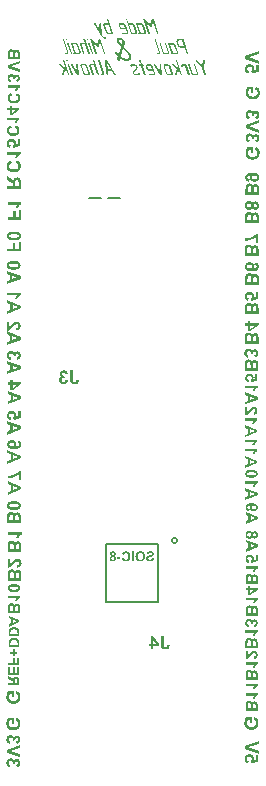
<source format=gbr>
%TF.GenerationSoftware,Altium Limited,Altium Designer,22.10.1 (41)*%
G04 Layer_Color=32896*
%FSLAX45Y45*%
%MOMM*%
%TF.SameCoordinates,F1D13F34-3715-448E-B12D-83C564530F5A*%
%TF.FilePolarity,Positive*%
%TF.FileFunction,Legend,Bot*%
%TF.Part,Single*%
G01*
G75*
%TA.AperFunction,NonConductor*%
%ADD38C,0.20000*%
G36*
X4618520Y7263783D02*
X4619446Y7263598D01*
X4621298Y7262857D01*
X4622038Y7262301D01*
X4622594Y7261931D01*
X4622779Y7261746D01*
X4622964Y7261561D01*
X4624631Y7259894D01*
X4625556Y7258598D01*
X4626112Y7257672D01*
X4626297Y7257302D01*
X4626482Y7254339D01*
X4615002Y7196382D01*
X4634630Y7138796D01*
X4635000Y7137685D01*
Y7136574D01*
X4634815Y7134907D01*
X4634259Y7133981D01*
X4634074Y7133611D01*
X4632408Y7133056D01*
X4631297Y7132685D01*
X4630556Y7132500D01*
X4630371D01*
X4628334Y7132685D01*
X4626667Y7133426D01*
X4625927Y7133611D01*
X4625371Y7133981D01*
X4625186Y7134167D01*
X4625001D01*
X4623520Y7135648D01*
X4622409Y7137129D01*
X4621853Y7138240D01*
X4621668Y7138611D01*
Y7138796D01*
X4602040Y7196382D01*
X4551120Y7254339D01*
X4550194Y7255450D01*
X4549453Y7256561D01*
X4549268Y7257302D01*
X4549083Y7257487D01*
X4548898Y7258413D01*
X4548713Y7259339D01*
X4549083Y7260820D01*
X4549453Y7261746D01*
X4549638Y7262116D01*
X4550749Y7263227D01*
X4552231Y7263783D01*
X4553342Y7263968D01*
X4553712D01*
X4555008Y7263783D01*
X4556304Y7263598D01*
X4558156Y7262672D01*
X4558897Y7262116D01*
X4559452Y7261561D01*
X4559637Y7261376D01*
X4559822Y7261190D01*
X4603892Y7209714D01*
X4612965Y7259524D01*
X4613335Y7261005D01*
X4613891Y7262116D01*
X4614632Y7262857D01*
X4615372Y7263412D01*
X4616113Y7263783D01*
X4616854Y7263968D01*
X4617409D01*
X4618520Y7263783D01*
D02*
G37*
G36*
X4385952Y7263598D02*
X4387618Y7262857D01*
X4388914Y7262116D01*
X4389099Y7261931D01*
X4389285Y7261746D01*
X4390951Y7260265D01*
X4391877Y7258783D01*
X4392432Y7257857D01*
X4392618Y7257672D01*
Y7257487D01*
X4433169Y7138796D01*
X4433539Y7137685D01*
Y7136574D01*
X4433354Y7134907D01*
X4432799Y7133981D01*
X4432613Y7133611D01*
X4430947Y7133056D01*
X4429836Y7132685D01*
X4429095Y7132500D01*
X4428910D01*
X4426873Y7132685D01*
X4425207Y7133426D01*
X4424466Y7133611D01*
X4423911Y7133981D01*
X4423725Y7134167D01*
X4423540D01*
X4422059Y7135648D01*
X4420948Y7137129D01*
X4420392Y7138240D01*
X4420207Y7138611D01*
Y7138796D01*
X4410208Y7167867D01*
X4399098Y7177681D01*
X4387803Y7135648D01*
X4387248Y7134537D01*
X4386692Y7133611D01*
X4386322Y7133241D01*
X4386137Y7133056D01*
X4385211Y7132685D01*
X4384285Y7132500D01*
X4383359D01*
X4381508Y7132685D01*
X4379841Y7133241D01*
X4378730Y7133796D01*
X4378545Y7133981D01*
X4378360D01*
X4377249Y7134907D01*
X4376508Y7135833D01*
X4375767Y7136574D01*
X4375212Y7137314D01*
X4374656Y7138425D01*
X4374471Y7138611D01*
Y7138796D01*
X4374286Y7141944D01*
X4387618Y7186383D01*
X4349289Y7216936D01*
X4347807Y7218232D01*
X4346882Y7219528D01*
X4346511Y7220639D01*
X4346326Y7220824D01*
Y7221009D01*
X4346141Y7221935D01*
X4345956Y7222861D01*
X4346326Y7224342D01*
X4346696Y7225268D01*
X4346882Y7225639D01*
X4347437Y7226379D01*
X4347993Y7226750D01*
X4349289Y7227490D01*
X4350400Y7227675D01*
X4350770D01*
X4351696Y7227490D01*
X4352807Y7227305D01*
X4354473Y7226564D01*
X4355214Y7226009D01*
X4355770Y7225639D01*
X4356140Y7225453D01*
X4356325Y7225268D01*
X4404653Y7183976D01*
X4379656Y7257487D01*
X4379471Y7258598D01*
X4379286Y7259524D01*
X4379656Y7261005D01*
X4380026Y7261746D01*
X4380211Y7262116D01*
X4381508Y7263227D01*
X4382619Y7263783D01*
X4383730Y7263968D01*
X4385026D01*
X4385952Y7263598D01*
D02*
G37*
G36*
X4249299Y7227120D02*
X4250966Y7226379D01*
X4251706Y7226009D01*
X4252262Y7225639D01*
X4252447Y7225453D01*
X4252632Y7225268D01*
X4254299Y7223602D01*
X4255224Y7222306D01*
X4255780Y7221380D01*
X4255965Y7221195D01*
Y7221009D01*
X4256335Y7219343D01*
X4261335Y7137685D01*
X4261150Y7135833D01*
X4260779Y7134537D01*
X4260409Y7133796D01*
X4260224Y7133611D01*
X4259113Y7133056D01*
X4258002Y7132685D01*
X4257261Y7132500D01*
X4256891D01*
X4255224Y7132685D01*
X4253558Y7133241D01*
X4252262Y7134167D01*
X4250966Y7135092D01*
X4250040Y7136018D01*
X4249299Y7136944D01*
X4248929Y7137500D01*
X4248744Y7137685D01*
X4198378Y7218787D01*
X4198008Y7219343D01*
X4197638Y7220269D01*
X4197267Y7220824D01*
Y7221195D01*
X4197082Y7222120D01*
X4196897Y7223046D01*
X4197267Y7224528D01*
X4197638Y7225268D01*
X4197823Y7225639D01*
X4198934Y7226750D01*
X4200415Y7227305D01*
X4201526Y7227490D01*
X4201897D01*
X4203748Y7227120D01*
X4205230Y7226564D01*
X4206155Y7226009D01*
X4206341Y7225824D01*
X4206526D01*
X4207822Y7224713D01*
X4208933Y7223602D01*
X4209488Y7222861D01*
X4209674Y7222491D01*
X4248003Y7158423D01*
X4242633Y7222676D01*
X4242818Y7223602D01*
X4243003Y7224528D01*
X4243744Y7225639D01*
X4244300Y7226194D01*
X4244485Y7226379D01*
X4245411Y7227120D01*
X4246336Y7227305D01*
X4246892Y7227490D01*
X4248373D01*
X4249299Y7227120D01*
D02*
G37*
G36*
X4538714D02*
X4540380Y7226379D01*
X4541121Y7226009D01*
X4541676Y7225639D01*
X4541861Y7225453D01*
X4542047Y7225268D01*
X4543713Y7223787D01*
X4544639Y7222306D01*
X4545194Y7221380D01*
X4545380Y7221195D01*
Y7221009D01*
X4568710Y7152498D01*
X4569451Y7149535D01*
X4569821Y7146758D01*
X4569636Y7144166D01*
X4569266Y7142129D01*
X4568896Y7140462D01*
X4568340Y7139351D01*
X4567970Y7138425D01*
X4567785Y7138240D01*
X4566118Y7136389D01*
X4564266Y7134907D01*
X4562230Y7133981D01*
X4560193Y7133241D01*
X4558341Y7132870D01*
X4556675Y7132685D01*
X4555749Y7132500D01*
X4523345D01*
X4521123Y7132685D01*
X4519086Y7133426D01*
X4517605Y7134537D01*
X4516494Y7135648D01*
X4515568Y7136759D01*
X4515012Y7137870D01*
X4514827Y7138611D01*
X4514642Y7138796D01*
X4486682Y7221009D01*
X4486312Y7222120D01*
Y7223046D01*
X4486497Y7224528D01*
X4486867Y7225268D01*
X4487052Y7225639D01*
X4488348Y7226750D01*
X4489459Y7227305D01*
X4490570Y7227490D01*
X4492052D01*
X4492978Y7227120D01*
X4494644Y7226379D01*
X4495385Y7226009D01*
X4495940Y7225639D01*
X4496125Y7225453D01*
X4496311Y7225268D01*
X4497977Y7223787D01*
X4498903Y7222306D01*
X4499458Y7221380D01*
X4499644Y7221195D01*
Y7221009D01*
X4525382Y7145277D01*
X4550935D01*
X4552046Y7145462D01*
X4552971Y7145647D01*
X4554267Y7146388D01*
X4555193Y7146943D01*
X4555378Y7147313D01*
X4555749Y7148054D01*
X4555934Y7148980D01*
X4556119Y7150646D01*
X4555934Y7151387D01*
Y7151943D01*
X4555749Y7152313D01*
Y7152498D01*
X4532418Y7221009D01*
X4532048Y7222120D01*
Y7223046D01*
X4532233Y7224528D01*
X4532603Y7225268D01*
X4532788Y7225639D01*
X4534084Y7226750D01*
X4535195Y7227305D01*
X4536306Y7227490D01*
X4537788D01*
X4538714Y7227120D01*
D02*
G37*
G36*
X4464277Y7227305D02*
X4466128Y7226564D01*
X4467610Y7225453D01*
X4468906Y7224342D01*
X4469647Y7223046D01*
X4470387Y7222120D01*
X4470572Y7221380D01*
X4470758Y7221009D01*
X4498718Y7138796D01*
X4499088Y7137685D01*
Y7136574D01*
X4498903Y7135092D01*
X4498347Y7134167D01*
X4498162Y7133796D01*
X4496496Y7133056D01*
X4495385Y7132685D01*
X4494644Y7132500D01*
X4494459D01*
X4492422Y7132685D01*
X4490756Y7133426D01*
X4490015Y7133611D01*
X4489459Y7133981D01*
X4489274Y7134167D01*
X4489089D01*
X4487608Y7135648D01*
X4486497Y7137129D01*
X4485941Y7138240D01*
X4485756Y7138611D01*
Y7138796D01*
X4459833Y7214714D01*
X4443538D01*
X4442057Y7214529D01*
X4440761Y7213973D01*
X4440020Y7213418D01*
X4439650Y7213232D01*
X4439094Y7212677D01*
X4438539Y7211936D01*
X4438168Y7210640D01*
X4437983Y7209529D01*
Y7209344D01*
Y7209159D01*
X4437428Y7207863D01*
X4436872Y7206752D01*
X4436132Y7206011D01*
X4435391Y7205641D01*
X4434650Y7205270D01*
X4434095Y7205085D01*
X4433539D01*
X4431502Y7205455D01*
X4429836Y7206011D01*
X4429095Y7206381D01*
X4428540Y7206566D01*
X4428169Y7206937D01*
X4427984D01*
X4426318Y7208418D01*
X4425207Y7209899D01*
X4424651Y7211010D01*
X4424466Y7211196D01*
Y7211381D01*
X4424096Y7213232D01*
X4424281Y7215454D01*
X4424836Y7217676D01*
X4425392Y7219343D01*
X4426133Y7220824D01*
X4427058Y7222120D01*
X4427614Y7222861D01*
X4428169Y7223417D01*
X4428355Y7223602D01*
X4430021Y7224898D01*
X4431688Y7225824D01*
X4433539Y7226564D01*
X4435391Y7226935D01*
X4436872Y7227305D01*
X4438168Y7227490D01*
X4462055D01*
X4464277Y7227305D01*
D02*
G37*
G36*
X4311515D02*
X4314663Y7226564D01*
X4317440Y7225453D01*
X4320033Y7224342D01*
X4322069Y7223231D01*
X4323736Y7222120D01*
X4324662Y7221380D01*
X4324847Y7221195D01*
X4325032D01*
X4327624Y7218787D01*
X4329846Y7216380D01*
X4331698Y7213973D01*
X4333179Y7211936D01*
X4334105Y7210085D01*
X4334846Y7208603D01*
X4335216Y7207677D01*
X4335401Y7207307D01*
X4354103Y7152498D01*
X4354844Y7149535D01*
X4355214Y7146758D01*
X4355029Y7144166D01*
X4354659Y7142129D01*
X4354288Y7140462D01*
X4353733Y7139351D01*
X4353362Y7138425D01*
X4353177Y7138240D01*
X4351511Y7136389D01*
X4349659Y7134907D01*
X4347622Y7133981D01*
X4345585Y7133241D01*
X4343734Y7132870D01*
X4342067Y7132685D01*
X4341141Y7132500D01*
X4322440D01*
X4319292Y7132685D01*
X4316329Y7133426D01*
X4313552Y7134352D01*
X4311145Y7135463D01*
X4309108Y7136389D01*
X4307441Y7137314D01*
X4306515Y7138055D01*
X4306145Y7138240D01*
X4303368Y7140647D01*
X4301146Y7143055D01*
X4299294Y7145277D01*
X4297813Y7147684D01*
X4296702Y7149535D01*
X4295961Y7151202D01*
X4295591Y7152128D01*
X4295405Y7152498D01*
X4276704Y7207307D01*
X4275963Y7210270D01*
X4275593Y7213047D01*
X4275778Y7215454D01*
X4276148Y7217491D01*
X4276704Y7219343D01*
X4277259Y7220454D01*
X4277629Y7221380D01*
X4277815Y7221565D01*
X4279481Y7223602D01*
X4281333Y7225083D01*
X4283370Y7226009D01*
X4285406Y7226750D01*
X4287258Y7227120D01*
X4288739Y7227490D01*
X4308367D01*
X4311515Y7227305D01*
D02*
G37*
G36*
X4162456D02*
X4165419Y7226564D01*
X4168196Y7225453D01*
X4170789Y7224342D01*
X4172826Y7223231D01*
X4174492Y7222120D01*
X4175418Y7221380D01*
X4175603Y7221195D01*
X4175788D01*
X4178381Y7218787D01*
X4180603Y7216380D01*
X4182454Y7213973D01*
X4183935Y7211936D01*
X4184861Y7210085D01*
X4185602Y7208603D01*
X4185972Y7207677D01*
X4186157Y7207307D01*
X4204674Y7152498D01*
X4205415Y7149535D01*
X4205785Y7146758D01*
Y7144166D01*
X4205415Y7142129D01*
X4204859Y7140462D01*
X4204489Y7139351D01*
X4204119Y7138425D01*
X4203933Y7138240D01*
X4202267Y7136389D01*
X4200415Y7134907D01*
X4198378Y7133981D01*
X4196342Y7133241D01*
X4194490Y7132870D01*
X4192823Y7132685D01*
X4191898Y7132500D01*
X4159494D01*
X4158383Y7132685D01*
X4157272Y7132870D01*
X4155605Y7133611D01*
X4154864Y7133981D01*
X4154309Y7134167D01*
X4154124Y7134537D01*
X4153939D01*
X4152457Y7136018D01*
X4151531Y7137500D01*
X4150976Y7138425D01*
X4150791Y7138611D01*
Y7138796D01*
X4150606Y7139722D01*
X4150420Y7140462D01*
X4150791Y7141944D01*
X4151161Y7142869D01*
X4151346Y7143240D01*
X4151902Y7143980D01*
X4152457Y7144351D01*
X4153753Y7145091D01*
X4154864Y7145277D01*
X4187268D01*
X4188379Y7145462D01*
X4189120Y7145647D01*
X4190416Y7146388D01*
X4191342Y7146943D01*
X4191527Y7147313D01*
X4191898Y7148054D01*
X4192083Y7148980D01*
X4192268Y7150646D01*
X4192083Y7151387D01*
Y7151943D01*
X4191898Y7152313D01*
Y7152498D01*
X4184676Y7173607D01*
X4145606D01*
X4143384Y7173792D01*
X4141347Y7174533D01*
X4139866Y7175644D01*
X4138570Y7176755D01*
X4137829Y7177866D01*
X4137088Y7178977D01*
X4136903Y7179717D01*
X4136718Y7179903D01*
X4127460Y7207307D01*
X4126719Y7210270D01*
X4126349Y7213047D01*
X4126534Y7215454D01*
X4126719Y7217491D01*
X4127275Y7219343D01*
X4127830Y7220454D01*
X4128201Y7221380D01*
X4128386Y7221565D01*
X4130052Y7223602D01*
X4131904Y7225083D01*
X4133941Y7226009D01*
X4135978Y7226750D01*
X4137829Y7227120D01*
X4139310Y7227490D01*
X4159308D01*
X4162456Y7227305D01*
D02*
G37*
G36*
X4078576Y7263598D02*
X4080243Y7262857D01*
X4081539Y7262116D01*
X4081724Y7261931D01*
X4081909Y7261746D01*
X4083576Y7260265D01*
X4084501Y7258783D01*
X4085057Y7257857D01*
X4085242Y7257672D01*
Y7257487D01*
X4095611Y7227490D01*
X4098018D01*
X4099129Y7227305D01*
X4100240Y7227120D01*
X4102092Y7226194D01*
X4102833Y7225639D01*
X4103388Y7225268D01*
X4103573Y7225083D01*
X4103759Y7224898D01*
X4104499Y7223972D01*
X4105240Y7223231D01*
X4105981Y7222120D01*
X4106351Y7221195D01*
X4106536Y7221009D01*
X4106906Y7219343D01*
Y7217862D01*
X4106721Y7216751D01*
X4106536Y7216565D01*
Y7216380D01*
X4105425Y7215454D01*
X4103944Y7214899D01*
X4102833Y7214714D01*
X4099870D01*
X4125793Y7138796D01*
X4126164Y7137685D01*
Y7136574D01*
X4125979Y7134907D01*
X4125423Y7133981D01*
X4125238Y7133611D01*
X4123571Y7133056D01*
X4122460Y7132685D01*
X4121720Y7132500D01*
X4121535D01*
X4119498Y7132685D01*
X4117831Y7133426D01*
X4117091Y7133611D01*
X4116535Y7133981D01*
X4116350Y7134167D01*
X4116165D01*
X4114683Y7135648D01*
X4113572Y7137129D01*
X4113017Y7138240D01*
X4112832Y7138611D01*
Y7138796D01*
X4086909Y7214714D01*
X4075058D01*
X4073947Y7214899D01*
X4072836Y7215084D01*
X4071169Y7215825D01*
X4070429Y7216195D01*
X4069873Y7216380D01*
X4069688Y7216751D01*
X4069503D01*
X4068022Y7218232D01*
X4066911Y7219713D01*
X4066355Y7220639D01*
X4066170Y7220824D01*
Y7221009D01*
X4065985Y7221750D01*
Y7222676D01*
X4066170Y7223972D01*
X4066725Y7224898D01*
X4066911Y7225268D01*
X4067466Y7226009D01*
X4068022Y7226564D01*
X4069318Y7227305D01*
X4070429Y7227490D01*
X4082650D01*
X4072280Y7257487D01*
X4072095Y7258598D01*
X4071910Y7259524D01*
X4072280Y7261005D01*
X4072651Y7261746D01*
X4072836Y7262116D01*
X4074132Y7263227D01*
X4075243Y7263783D01*
X4076354Y7263968D01*
X4077650D01*
X4078576Y7263598D01*
D02*
G37*
G36*
X4030248Y7227120D02*
X4033581Y7226379D01*
X4036729Y7225268D01*
X4039321Y7224157D01*
X4041728Y7222861D01*
X4043395Y7221750D01*
X4044505Y7221009D01*
X4044691Y7220639D01*
X4044876D01*
X4047653Y7218232D01*
X4049875Y7215640D01*
X4051912Y7213232D01*
X4053393Y7210825D01*
X4054504Y7208788D01*
X4055245Y7207122D01*
X4055615Y7206011D01*
X4055801Y7205826D01*
Y7205641D01*
X4056171Y7204344D01*
X4056356Y7203048D01*
X4056541Y7201937D01*
Y7201752D01*
Y7201567D01*
X4056912Y7196938D01*
X4056541Y7195271D01*
X4055986Y7193790D01*
X4055430Y7192494D01*
X4054875Y7191383D01*
X4054319Y7190457D01*
X4053764Y7189716D01*
X4053579Y7189346D01*
X4053393Y7189161D01*
X4028026Y7160645D01*
X4027470Y7159349D01*
X4027100Y7158053D01*
X4026915Y7156942D01*
X4026730Y7156016D01*
X4026915Y7155090D01*
Y7154535D01*
X4027100Y7154165D01*
Y7153979D01*
X4027655Y7152683D01*
X4028211Y7151572D01*
X4029692Y7149535D01*
X4030433Y7148795D01*
X4030988Y7148424D01*
X4031359Y7148054D01*
X4031544Y7147869D01*
X4032840Y7146943D01*
X4034136Y7146388D01*
X4036358Y7145647D01*
X4037284Y7145462D01*
X4038025Y7145277D01*
X4051171D01*
X4053949Y7145462D01*
X4055245Y7145832D01*
X4056171Y7146017D01*
X4056912Y7146388D01*
X4057467Y7146573D01*
X4057837Y7146758D01*
X4058023D01*
X4059134Y7147684D01*
X4060245Y7148795D01*
X4060985Y7149535D01*
X4061541Y7150276D01*
X4062096Y7151387D01*
X4062281Y7151572D01*
Y7151757D01*
X4062837Y7152868D01*
X4063392Y7153424D01*
X4063763Y7153794D01*
X4063948D01*
X4064874Y7154165D01*
X4065800Y7154535D01*
X4066725D01*
X4067836Y7154350D01*
X4068762Y7154165D01*
X4070614Y7153424D01*
X4071169Y7152868D01*
X4071725Y7152498D01*
X4072095Y7152313D01*
X4072280Y7152128D01*
X4073206Y7151202D01*
X4073947Y7150461D01*
X4074873Y7149165D01*
X4075243Y7148239D01*
X4075428Y7147869D01*
X4075799Y7146017D01*
X4075428Y7144166D01*
X4074317Y7141944D01*
X4073021Y7140277D01*
X4071725Y7138611D01*
X4070614Y7137500D01*
X4069503Y7136574D01*
X4068577Y7135833D01*
X4068022Y7135463D01*
X4067836Y7135278D01*
X4065985Y7134352D01*
X4063948Y7133611D01*
X4061911Y7133241D01*
X4059874Y7132870D01*
X4058208Y7132685D01*
X4056912Y7132500D01*
X4043209D01*
X4039691Y7132870D01*
X4036358Y7133611D01*
X4033210Y7134537D01*
X4030433Y7135833D01*
X4028211Y7137129D01*
X4026544Y7138055D01*
X4025433Y7138796D01*
X4025063Y7139166D01*
X4022286Y7141573D01*
X4020064Y7144166D01*
X4018027Y7146758D01*
X4016545Y7148980D01*
X4015434Y7151017D01*
X4014694Y7152683D01*
X4014323Y7153794D01*
X4014138Y7153979D01*
Y7154165D01*
X4013583Y7155831D01*
X4013212Y7157497D01*
X4013027Y7158979D01*
Y7160275D01*
X4012842Y7161386D01*
X4013027Y7162312D01*
Y7162867D01*
Y7163052D01*
X4013212Y7164719D01*
X4013583Y7166015D01*
X4014138Y7167311D01*
X4014694Y7168422D01*
X4015064Y7169163D01*
X4015620Y7169718D01*
X4015805Y7170089D01*
X4015990Y7170274D01*
X4041913Y7199345D01*
X4042654Y7200456D01*
X4043024Y7201382D01*
X4043209Y7202493D01*
X4043024Y7203604D01*
Y7204530D01*
X4042839Y7205270D01*
X4042654Y7205641D01*
Y7205826D01*
X4042098Y7207122D01*
X4041543Y7208418D01*
X4040062Y7210455D01*
X4039506Y7211196D01*
X4038951Y7211751D01*
X4038580Y7211936D01*
X4038395Y7212121D01*
X4037099Y7213047D01*
X4035803Y7213603D01*
X4033581Y7214343D01*
X4032655Y7214529D01*
X4031914Y7214714D01*
X4017286D01*
X4016175Y7214529D01*
X4015434Y7214343D01*
X4015249Y7214158D01*
X4011546Y7212677D01*
X4009694Y7211196D01*
X4008398Y7209899D01*
X4007657Y7208788D01*
X4007472Y7208418D01*
Y7208233D01*
X4007102Y7207492D01*
X4006917Y7206937D01*
X4006732Y7206752D01*
Y7206566D01*
X4006176Y7206011D01*
X4005806Y7205826D01*
Y7205641D01*
X4003399Y7205455D01*
X4001362Y7205826D01*
X3999510Y7206381D01*
X3998769Y7206752D01*
X3998214Y7206937D01*
X3997844Y7207307D01*
X3997659D01*
X3996177Y7208788D01*
X3995251Y7210270D01*
X3994696Y7211381D01*
X3994511Y7211566D01*
Y7211751D01*
X3993770Y7213603D01*
X3994140Y7215454D01*
X3995066Y7217491D01*
X3996362Y7219343D01*
X3997659Y7220824D01*
X3998769Y7222120D01*
X3999880Y7223046D01*
X4000806Y7223787D01*
X4001547Y7224157D01*
X4001732Y7224342D01*
X4003769Y7225453D01*
X4005806Y7226194D01*
X4007843Y7226750D01*
X4009879Y7227120D01*
X4011546Y7227305D01*
X4012842Y7227490D01*
X4026730D01*
X4030248Y7227120D01*
D02*
G37*
G36*
X2974994Y6264477D02*
X2977327Y6262978D01*
X2979660Y6261478D01*
X2981659Y6260145D01*
X2983492Y6258812D01*
X2985158Y6257646D01*
X2986825Y6256646D01*
X2989324Y6254646D01*
X2991323Y6253147D01*
X2992656Y6252147D01*
X2993490Y6251314D01*
X2993656Y6251147D01*
X2995656Y6249314D01*
X2997489Y6247148D01*
X2998988Y6245149D01*
X3000488Y6243149D01*
X3001654Y6241483D01*
X3002487Y6240150D01*
X3003154Y6239150D01*
X3003320Y6238984D01*
Y6238817D01*
X3003820Y6241650D01*
X3004487Y6244149D01*
X3005153Y6246482D01*
X3005986Y6248815D01*
X3006819Y6250814D01*
X3007653Y6252647D01*
X3008486Y6254480D01*
X3009485Y6255979D01*
X3010319Y6257312D01*
X3011152Y6258479D01*
X3011985Y6259478D01*
X3012651Y6260145D01*
X3013151Y6260811D01*
X3013651Y6261311D01*
X3013818Y6261478D01*
X3013984Y6261645D01*
X3015651Y6262978D01*
X3017317Y6264144D01*
X3020983Y6266143D01*
X3024482Y6267476D01*
X3027981Y6268310D01*
X3030980Y6268976D01*
X3032146Y6269143D01*
X3033313D01*
X3034146Y6269309D01*
X3034979D01*
X3035312D01*
X3035479D01*
X3039145Y6269143D01*
X3042644Y6268476D01*
X3045643Y6267643D01*
X3048309Y6266810D01*
X3050475Y6265810D01*
X3052141Y6264977D01*
X3052641Y6264644D01*
X3053141Y6264311D01*
X3053308Y6264144D01*
X3053474D01*
X3056307Y6262144D01*
X3058640Y6259978D01*
X3060472Y6257812D01*
X3062139Y6255646D01*
X3063138Y6253647D01*
X3063972Y6252147D01*
X3064471Y6251147D01*
X3064638Y6250981D01*
Y6250814D01*
X3065138Y6249148D01*
X3065638Y6247315D01*
X3066471Y6243149D01*
X3066971Y6238650D01*
X3067471Y6234318D01*
Y6232152D01*
X3067637Y6230319D01*
Y6228486D01*
X3067804Y6226987D01*
Y6175000D01*
X2952500D01*
Y6198327D01*
X3000654D01*
Y6205826D01*
X3000488Y6208158D01*
X3000321Y6210158D01*
X2999988Y6211824D01*
X2999821Y6213157D01*
X2999488Y6213990D01*
X2999321Y6214490D01*
Y6214657D01*
X2998655Y6215990D01*
X2997988Y6217323D01*
X2997155Y6218489D01*
X2996489Y6219655D01*
X2995656Y6220488D01*
X2994989Y6221155D01*
X2994656Y6221488D01*
X2994489Y6221655D01*
X2993656Y6222321D01*
X2992823Y6223154D01*
X2990324Y6224987D01*
X2987658Y6226987D01*
X2984658Y6229153D01*
X2981993Y6230986D01*
X2980660Y6231819D01*
X2979660Y6232485D01*
X2978827Y6233152D01*
X2978160Y6233652D01*
X2977660Y6233818D01*
X2977494Y6233985D01*
X2952500Y6250647D01*
Y6278640D01*
X2974994Y6264477D01*
D02*
G37*
G36*
X2991489Y6595427D02*
X2994488Y6595094D01*
X2997321Y6594594D01*
X2999987Y6593928D01*
X3002320Y6593261D01*
X3004652Y6592261D01*
X3006818Y6591428D01*
X3008651Y6590429D01*
X3010318Y6589429D01*
X3011817Y6588596D01*
X3013150Y6587596D01*
X3014150Y6586929D01*
X3014983Y6586263D01*
X3015650Y6585763D01*
X3015983Y6585430D01*
X3016149Y6585263D01*
X3017982Y6583264D01*
X3019649Y6581264D01*
X3021148Y6579098D01*
X3022481Y6576932D01*
X3023481Y6574932D01*
X3024314Y6572766D01*
X3025647Y6568934D01*
X3026147Y6567101D01*
X3026480Y6565435D01*
X3026647Y6563935D01*
X3026813Y6562769D01*
X3026980Y6561769D01*
Y6560270D01*
X3026813Y6557437D01*
X3026313Y6554604D01*
X3025814Y6552105D01*
X3025147Y6549772D01*
X3024314Y6547939D01*
X3023814Y6546440D01*
X3023314Y6545440D01*
X3023148Y6545273D01*
Y6545107D01*
X3042809Y6548606D01*
Y6590429D01*
X3063471D01*
Y6531944D01*
X3003319Y6520613D01*
X3000820Y6538442D01*
X3002320Y6539941D01*
X3003653Y6541441D01*
X3004819Y6542941D01*
X3005819Y6544440D01*
X3007318Y6547273D01*
X3008318Y6549939D01*
X3008818Y6552272D01*
X3009151Y6553938D01*
X3009318Y6554604D01*
Y6555604D01*
X3009151Y6558270D01*
X3008485Y6560769D01*
X3007652Y6562936D01*
X3006652Y6564768D01*
X3005485Y6566101D01*
X3004652Y6567268D01*
X3003986Y6567934D01*
X3003819Y6568101D01*
X3001653Y6569767D01*
X2999154Y6570934D01*
X2996488Y6571767D01*
X2993822Y6572267D01*
X2991489Y6572766D01*
X2989656Y6572933D01*
X2988823D01*
X2988323D01*
X2987990D01*
X2987823D01*
X2983824Y6572766D01*
X2980325Y6572267D01*
X2977493Y6571433D01*
X2975160Y6570600D01*
X2973160Y6569601D01*
X2971827Y6568934D01*
X2971161Y6568268D01*
X2970828Y6568101D01*
X2968995Y6566268D01*
X2967495Y6564269D01*
X2966495Y6562269D01*
X2965829Y6560436D01*
X2965496Y6558770D01*
X2965329Y6557437D01*
X2965162Y6556604D01*
Y6556271D01*
X2965329Y6554104D01*
X2965829Y6551938D01*
X2966495Y6550106D01*
X2967329Y6548606D01*
X2968162Y6547273D01*
X2968828Y6546273D01*
X2969328Y6545607D01*
X2969495Y6545440D01*
X2971328Y6543940D01*
X2973160Y6542607D01*
X2975160Y6541608D01*
X2976993Y6540941D01*
X2978659Y6540441D01*
X2980159Y6540108D01*
X2980992Y6539941D01*
X2981325D01*
X2978992Y6517947D01*
X2976326Y6518447D01*
X2973827Y6518947D01*
X2969328Y6520613D01*
X2965329Y6522446D01*
X2963663Y6523446D01*
X2961997Y6524612D01*
X2960664Y6525612D01*
X2959497Y6526445D01*
X2958498Y6527445D01*
X2957498Y6528111D01*
X2956831Y6528778D01*
X2956331Y6529278D01*
X2956165Y6529611D01*
X2955998Y6529777D01*
X2954499Y6531777D01*
X2953166Y6533776D01*
X2951999Y6535942D01*
X2951166Y6538109D01*
X2949500Y6542607D01*
X2948500Y6546606D01*
X2948167Y6548606D01*
X2948000Y6550272D01*
X2947834Y6551938D01*
X2947667Y6553271D01*
X2947500Y6554438D01*
Y6555937D01*
X2947667Y6559603D01*
X2948167Y6563102D01*
X2948833Y6566268D01*
X2949833Y6569267D01*
X2950999Y6572100D01*
X2952332Y6574599D01*
X2953665Y6576932D01*
X2955165Y6579098D01*
X2956498Y6580931D01*
X2957831Y6582597D01*
X2959164Y6584097D01*
X2960330Y6585263D01*
X2961330Y6586096D01*
X2961997Y6586763D01*
X2962496Y6587096D01*
X2962663Y6587263D01*
X2964829Y6588762D01*
X2966995Y6590095D01*
X2969161Y6591095D01*
X2971494Y6592095D01*
X2975826Y6593594D01*
X2979825Y6594594D01*
X2981492Y6594927D01*
X2983158Y6595094D01*
X2984657Y6595427D01*
X2985990D01*
X2986990Y6595594D01*
X2987657D01*
X2988157D01*
X2988323D01*
X2991489Y6595427D01*
D02*
G37*
G36*
X3065637Y6466460D02*
X3061804Y6464794D01*
X3058305Y6462628D01*
X3054973Y6460295D01*
X3052307Y6457962D01*
X3050141Y6455963D01*
X3048474Y6454130D01*
X3047808Y6453464D01*
X3047308Y6452964D01*
X3047141Y6452630D01*
X3046975Y6452464D01*
X3044309Y6448798D01*
X3041976Y6445299D01*
X3040143Y6442133D01*
X3038810Y6439301D01*
X3037811Y6436968D01*
X3036977Y6435302D01*
X3036811Y6434635D01*
X3036644Y6434135D01*
X3036478Y6433969D01*
Y6433802D01*
X3016483D01*
X3018815Y6439800D01*
X3021315Y6445132D01*
X3022648Y6447632D01*
X3024147Y6449964D01*
X3025480Y6452131D01*
X3026813Y6454130D01*
X3028146Y6455963D01*
X3029313Y6457629D01*
X3030312Y6458962D01*
X3031312Y6460129D01*
X3032145Y6461128D01*
X3032645Y6461795D01*
X3032978Y6462128D01*
X3033145Y6462295D01*
X2949666D01*
Y6484456D01*
X3065637D01*
Y6466460D01*
D02*
G37*
G36*
X2991989Y6390146D02*
X2987490Y6388813D01*
X2983658Y6387314D01*
X2980492Y6385814D01*
X2977826Y6384148D01*
X2975826Y6382815D01*
X2974493Y6381649D01*
X2973660Y6380816D01*
X2973327Y6380482D01*
X2971328Y6377816D01*
X2969995Y6375150D01*
X2968995Y6372484D01*
X2968162Y6370152D01*
X2967828Y6367985D01*
X2967662Y6366153D01*
X2967495Y6365486D01*
Y6364653D01*
X2967662Y6362320D01*
X2967828Y6360154D01*
X2968995Y6356155D01*
X2970328Y6352656D01*
X2972161Y6349823D01*
X2973827Y6347491D01*
X2975160Y6345824D01*
X2975826Y6345158D01*
X2976326Y6344658D01*
X2976493Y6344492D01*
X2976660Y6344325D01*
X2978492Y6342992D01*
X2980659Y6341826D01*
X2982991Y6340659D01*
X2985491Y6339826D01*
X2990656Y6338493D01*
X2995821Y6337493D01*
X2998321Y6337160D01*
X3000487Y6336993D01*
X3002653Y6336660D01*
X3004486D01*
X3005819Y6336494D01*
X3006985D01*
X3007818D01*
X3007985D01*
X3011817Y6336660D01*
X3015316Y6336827D01*
X3018482Y6337160D01*
X3021481Y6337660D01*
X3024147Y6338326D01*
X3026647Y6338993D01*
X3028813Y6339659D01*
X3030812Y6340493D01*
X3032479Y6341159D01*
X3033978Y6341826D01*
X3035145Y6342492D01*
X3036144Y6343159D01*
X3036977Y6343658D01*
X3037477Y6343992D01*
X3037811Y6344325D01*
X3037977D01*
X3039643Y6345824D01*
X3041143Y6347491D01*
X3042309Y6349157D01*
X3043309Y6350990D01*
X3044975Y6354489D01*
X3046142Y6357821D01*
X3046808Y6360654D01*
X3046975Y6361987D01*
X3047141Y6362987D01*
X3047308Y6363987D01*
Y6365153D01*
X3047141Y6368485D01*
X3046475Y6371485D01*
X3045642Y6374151D01*
X3044642Y6376483D01*
X3043642Y6378316D01*
X3042809Y6379649D01*
X3042143Y6380482D01*
X3041976Y6380816D01*
X3039977Y6382982D01*
X3037644Y6384981D01*
X3035311Y6386481D01*
X3032978Y6387647D01*
X3030979Y6388480D01*
X3029479Y6388980D01*
X3028813Y6389313D01*
X3028313D01*
X3028146Y6389480D01*
X3027980D01*
X3033478Y6412474D01*
X3038310Y6410808D01*
X3042476Y6408975D01*
X3046142Y6406976D01*
X3049141Y6405143D01*
X3051474Y6403310D01*
X3052473Y6402643D01*
X3053307Y6401977D01*
X3053806Y6401477D01*
X3054306Y6400977D01*
X3054640Y6400810D01*
Y6400644D01*
X3056806Y6398144D01*
X3058805Y6395312D01*
X3060471Y6392646D01*
X3061804Y6389813D01*
X3063137Y6386814D01*
X3064137Y6383981D01*
X3064970Y6381149D01*
X3065637Y6378483D01*
X3066137Y6375983D01*
X3066470Y6373651D01*
X3066803Y6371651D01*
X3066970Y6369818D01*
X3067136Y6368319D01*
Y6366319D01*
X3066970Y6361987D01*
X3066470Y6357655D01*
X3065637Y6353822D01*
X3064637Y6349990D01*
X3063471Y6346658D01*
X3062138Y6343325D01*
X3060638Y6340493D01*
X3059138Y6337827D01*
X3057639Y6335327D01*
X3056139Y6333328D01*
X3054806Y6331495D01*
X3053640Y6329995D01*
X3052640Y6328829D01*
X3051807Y6327996D01*
X3051307Y6327496D01*
X3051140Y6327329D01*
X3047975Y6324663D01*
X3044642Y6322497D01*
X3041143Y6320498D01*
X3037477Y6318831D01*
X3033645Y6317332D01*
X3029979Y6316165D01*
X3026313Y6315166D01*
X3022814Y6314333D01*
X3019315Y6313666D01*
X3016316Y6313333D01*
X3013483Y6313000D01*
X3011151Y6312666D01*
X3009151D01*
X3007652Y6312500D01*
X3006652D01*
X3006485D01*
X3006319D01*
X3001320Y6312666D01*
X2996654Y6313166D01*
X2992156Y6313833D01*
X2988157Y6314832D01*
X2984324Y6315832D01*
X2980659Y6317165D01*
X2977493Y6318498D01*
X2974660Y6319831D01*
X2971994Y6321164D01*
X2969661Y6322497D01*
X2967828Y6323830D01*
X2966162Y6324830D01*
X2964996Y6325830D01*
X2963996Y6326496D01*
X2963496Y6326996D01*
X2963330Y6327163D01*
X2960497Y6329995D01*
X2958164Y6332994D01*
X2955998Y6336160D01*
X2954332Y6339326D01*
X2952832Y6342492D01*
X2951499Y6345658D01*
X2950500Y6348657D01*
X2949666Y6351490D01*
X2949000Y6354322D01*
X2948500Y6356822D01*
X2948167Y6359154D01*
X2948000Y6360987D01*
X2947834Y6362654D01*
X2947667Y6363820D01*
Y6364820D01*
X2947834Y6368319D01*
X2948000Y6371485D01*
X2948500Y6374650D01*
X2949167Y6377483D01*
X2949833Y6380149D01*
X2950500Y6382648D01*
X2951333Y6384981D01*
X2952332Y6387147D01*
X2953166Y6388980D01*
X2953999Y6390646D01*
X2954665Y6392146D01*
X2955332Y6393312D01*
X2955998Y6394312D01*
X2956498Y6394979D01*
X2956665Y6395312D01*
X2956831Y6395478D01*
X2958664Y6397645D01*
X2960664Y6399644D01*
X2965162Y6403310D01*
X2969828Y6406309D01*
X2974327Y6408642D01*
X2976493Y6409641D01*
X2978492Y6410475D01*
X2980325Y6411141D01*
X2981825Y6411808D01*
X2983158Y6412307D01*
X2984158Y6412641D01*
X2984824Y6412807D01*
X2984991D01*
X2991989Y6390146D01*
D02*
G37*
G36*
X2989538Y6859893D02*
X3054694D01*
Y6843308D01*
X2989390Y6798883D01*
X2972360D01*
Y6840938D01*
X2951777D01*
Y6859893D01*
X2972360D01*
Y6872628D01*
X2989538D01*
Y6859893D01*
D02*
G37*
G36*
X3054842Y6756828D02*
X3051436Y6755347D01*
X3048326Y6753422D01*
X3045365Y6751349D01*
X3042995Y6749276D01*
X3041070Y6747499D01*
X3039590Y6745870D01*
X3038997Y6745277D01*
X3038553Y6744833D01*
X3038405Y6744537D01*
X3038257Y6744389D01*
X3035888Y6741131D01*
X3033814Y6738021D01*
X3032185Y6735208D01*
X3031001Y6732690D01*
X3030112Y6730617D01*
X3029372Y6729136D01*
X3029224Y6728544D01*
X3029076Y6728100D01*
X3028928Y6727952D01*
Y6727804D01*
X3011158D01*
X3013231Y6733135D01*
X3015452Y6737873D01*
X3016637Y6740094D01*
X3017970Y6742168D01*
X3019154Y6744093D01*
X3020339Y6745870D01*
X3021524Y6747499D01*
X3022560Y6748979D01*
X3023449Y6750164D01*
X3024337Y6751201D01*
X3025078Y6752089D01*
X3025522Y6752681D01*
X3025818Y6752978D01*
X3025966Y6753126D01*
X2951777D01*
Y6772821D01*
X3054842D01*
Y6756828D01*
D02*
G37*
G36*
X2989390Y6689006D02*
X2985392Y6687822D01*
X2981986Y6686489D01*
X2979172Y6685156D01*
X2976803Y6683675D01*
X2975026Y6682491D01*
X2973841Y6681454D01*
X2973101Y6680714D01*
X2972805Y6680417D01*
X2971028Y6678048D01*
X2969843Y6675679D01*
X2968954Y6673309D01*
X2968214Y6671236D01*
X2967918Y6669311D01*
X2967770Y6667682D01*
X2967622Y6667090D01*
Y6666350D01*
X2967770Y6664276D01*
X2967918Y6662351D01*
X2968954Y6658797D01*
X2970139Y6655688D01*
X2971768Y6653170D01*
X2973249Y6651097D01*
X2974433Y6649616D01*
X2975026Y6649024D01*
X2975470Y6648580D01*
X2975618Y6648432D01*
X2975766Y6648284D01*
X2977395Y6647099D01*
X2979320Y6646062D01*
X2981393Y6645026D01*
X2983615Y6644285D01*
X2988205Y6643101D01*
X2992796Y6642212D01*
X2995017Y6641916D01*
X2996942Y6641768D01*
X2998867Y6641472D01*
X3000496D01*
X3001681Y6641324D01*
X3002717D01*
X3003458D01*
X3003606D01*
X3007012Y6641472D01*
X3010121Y6641620D01*
X3012935Y6641916D01*
X3015600Y6642360D01*
X3017970Y6642953D01*
X3020191Y6643545D01*
X3022116Y6644137D01*
X3023893Y6644878D01*
X3025374Y6645470D01*
X3026706Y6646062D01*
X3027743Y6646655D01*
X3028631Y6647247D01*
X3029372Y6647691D01*
X3029816Y6647987D01*
X3030112Y6648284D01*
X3030260D01*
X3031741Y6649616D01*
X3033074Y6651097D01*
X3034111Y6652578D01*
X3034999Y6654207D01*
X3036480Y6657317D01*
X3037516Y6660278D01*
X3038109Y6662796D01*
X3038257Y6663980D01*
X3038405Y6664869D01*
X3038553Y6665757D01*
Y6666794D01*
X3038405Y6669756D01*
X3037813Y6672421D01*
X3037072Y6674790D01*
X3036184Y6676863D01*
X3035295Y6678492D01*
X3034555Y6679677D01*
X3033962Y6680417D01*
X3033814Y6680714D01*
X3032037Y6682639D01*
X3029964Y6684416D01*
X3027891Y6685748D01*
X3025818Y6686785D01*
X3024041Y6687525D01*
X3022708Y6687970D01*
X3022116Y6688266D01*
X3021672D01*
X3021524Y6688414D01*
X3021375D01*
X3026262Y6708849D01*
X3030557Y6707368D01*
X3034259Y6705739D01*
X3037516Y6703962D01*
X3040182Y6702334D01*
X3042255Y6700705D01*
X3043144Y6700112D01*
X3043884Y6699520D01*
X3044328Y6699076D01*
X3044772Y6698632D01*
X3045069Y6698483D01*
Y6698335D01*
X3046994Y6696114D01*
X3048771Y6693597D01*
X3050251Y6691227D01*
X3051436Y6688710D01*
X3052621Y6686045D01*
X3053509Y6683527D01*
X3054250Y6681010D01*
X3054842Y6678640D01*
X3055286Y6676419D01*
X3055582Y6674346D01*
X3055879Y6672569D01*
X3056027Y6670940D01*
X3056175Y6669607D01*
Y6667830D01*
X3056027Y6663980D01*
X3055582Y6660130D01*
X3054842Y6656724D01*
X3053954Y6653318D01*
X3052917Y6650357D01*
X3051732Y6647395D01*
X3050400Y6644878D01*
X3049067Y6642508D01*
X3047734Y6640287D01*
X3046401Y6638510D01*
X3045217Y6636881D01*
X3044180Y6635549D01*
X3043292Y6634512D01*
X3042551Y6633772D01*
X3042107Y6633327D01*
X3041959Y6633179D01*
X3039145Y6630810D01*
X3036184Y6628885D01*
X3033074Y6627108D01*
X3029816Y6625627D01*
X3026410Y6624294D01*
X3023152Y6623258D01*
X3019895Y6622369D01*
X3016785Y6621629D01*
X3013675Y6621037D01*
X3011010Y6620740D01*
X3008492Y6620444D01*
X3006419Y6620148D01*
X3004642D01*
X3003309Y6620000D01*
X3002421D01*
X3002273D01*
X3002125D01*
X2997682Y6620148D01*
X2993536Y6620592D01*
X2989538Y6621185D01*
X2985984Y6622073D01*
X2982578Y6622962D01*
X2979320Y6624146D01*
X2976507Y6625331D01*
X2973989Y6626516D01*
X2971620Y6627700D01*
X2969547Y6628885D01*
X2967918Y6630070D01*
X2966437Y6630958D01*
X2965400Y6631847D01*
X2964512Y6632439D01*
X2964068Y6632883D01*
X2963920Y6633031D01*
X2961402Y6635549D01*
X2959329Y6638214D01*
X2957404Y6641028D01*
X2955923Y6643841D01*
X2954590Y6646655D01*
X2953406Y6649468D01*
X2952517Y6652134D01*
X2951777Y6654651D01*
X2951185Y6657169D01*
X2950740Y6659390D01*
X2950444Y6661463D01*
X2950296Y6663092D01*
X2950148Y6664573D01*
X2950000Y6665609D01*
Y6666498D01*
X2950148Y6669607D01*
X2950296Y6672421D01*
X2950740Y6675235D01*
X2951333Y6677752D01*
X2951925Y6680121D01*
X2952517Y6682342D01*
X2953258Y6684416D01*
X2954146Y6686341D01*
X2954887Y6687970D01*
X2955627Y6689450D01*
X2956219Y6690783D01*
X2956812Y6691820D01*
X2957404Y6692708D01*
X2957848Y6693301D01*
X2957996Y6693597D01*
X2958144Y6693745D01*
X2959773Y6695670D01*
X2961550Y6697447D01*
X2965549Y6700705D01*
X2969695Y6703370D01*
X2973693Y6705443D01*
X2975618Y6706332D01*
X2977395Y6707072D01*
X2979024Y6707665D01*
X2980357Y6708257D01*
X2981541Y6708701D01*
X2982430Y6708997D01*
X2983022Y6709145D01*
X2983170D01*
X2989390Y6689006D01*
D02*
G37*
G36*
X2990374Y7354118D02*
X2993336Y7353526D01*
X2995853Y7352637D01*
X2998223Y7351749D01*
X3000000Y7350860D01*
X3001332Y7349972D01*
X3002221Y7349380D01*
X3002517Y7349231D01*
X3004886Y7347158D01*
X3006811Y7344937D01*
X3008440Y7342420D01*
X3009625Y7340198D01*
X3010661Y7338125D01*
X3011402Y7336348D01*
X3011550Y7335756D01*
X3011698Y7335312D01*
X3011846Y7335016D01*
Y7334867D01*
X3013179Y7337237D01*
X3014512Y7339310D01*
X3016141Y7341087D01*
X3017473Y7342568D01*
X3018806Y7343604D01*
X3019843Y7344493D01*
X3020583Y7345085D01*
X3020879Y7345233D01*
X3023248Y7346566D01*
X3025470Y7347603D01*
X3027691Y7348195D01*
X3029764Y7348787D01*
X3031541Y7349083D01*
X3032874Y7349231D01*
X3033762D01*
X3033910D01*
X3034058D01*
X3036428Y7349083D01*
X3038797Y7348787D01*
X3040722Y7348195D01*
X3042499Y7347603D01*
X3043980Y7347010D01*
X3045165Y7346418D01*
X3045757Y7346122D01*
X3046053Y7345974D01*
X3047978Y7344789D01*
X3049607Y7343456D01*
X3051088Y7342123D01*
X3052421Y7340939D01*
X3053309Y7339754D01*
X3054050Y7338866D01*
X3054494Y7338273D01*
X3054642Y7338125D01*
X3055827Y7336348D01*
X3056715Y7334423D01*
X3057455Y7332646D01*
X3058048Y7331017D01*
X3058492Y7329537D01*
X3058788Y7328500D01*
X3058936Y7327760D01*
Y7327463D01*
X3059232Y7324946D01*
X3059529Y7322132D01*
X3059677Y7319171D01*
X3059825Y7316209D01*
X3059973Y7313544D01*
Y7268527D01*
X2957500D01*
Y7312951D01*
X2957648Y7315469D01*
Y7319911D01*
X2957796Y7321688D01*
Y7324502D01*
X2957944Y7325538D01*
Y7327019D01*
X2958092Y7327611D01*
Y7328204D01*
X2958537Y7331165D01*
X2959277Y7333831D01*
X2960017Y7336200D01*
X2960906Y7338273D01*
X2961646Y7339902D01*
X2962387Y7341087D01*
X2962831Y7341827D01*
X2962979Y7342123D01*
X2964608Y7344197D01*
X2966385Y7345826D01*
X2968014Y7347454D01*
X2969791Y7348639D01*
X2971272Y7349676D01*
X2972456Y7350416D01*
X2973197Y7350860D01*
X2973493Y7351008D01*
X2976010Y7352045D01*
X2978380Y7352933D01*
X2980749Y7353526D01*
X2982822Y7353822D01*
X2984599Y7354118D01*
X2985932Y7354266D01*
X2986820D01*
X2986968D01*
X2987116D01*
X2990374Y7354118D01*
D02*
G37*
G36*
X3059973Y7235949D02*
X2984155Y7210923D01*
X3059973Y7184860D01*
Y7162500D01*
X2957500Y7199224D01*
Y7221585D01*
X3059973Y7258013D01*
Y7235949D01*
D02*
G37*
G36*
X2990984Y7144370D02*
X2993946Y7143777D01*
X2996759Y7143037D01*
X2998981Y7142000D01*
X3000906Y7140964D01*
X3002238Y7140223D01*
X3003127Y7139631D01*
X3003423Y7139335D01*
X3005644Y7137262D01*
X3007569Y7134893D01*
X3009050Y7132523D01*
X3010235Y7130302D01*
X3011123Y7128377D01*
X3011568Y7126748D01*
X3011864Y7126156D01*
Y7125711D01*
X3012012Y7125415D01*
Y7125267D01*
X3013641Y7127933D01*
X3015270Y7130154D01*
X3017047Y7132079D01*
X3018824Y7133856D01*
X3020601Y7135337D01*
X3022377Y7136521D01*
X3024154Y7137410D01*
X3025783Y7138298D01*
X3027412Y7138891D01*
X3028893Y7139335D01*
X3030226Y7139631D01*
X3031410Y7139779D01*
X3032299Y7139927D01*
X3033039Y7140075D01*
X3033484D01*
X3033632D01*
X3035409Y7139927D01*
X3037038Y7139779D01*
X3040295Y7138891D01*
X3043257Y7137854D01*
X3045774Y7136521D01*
X3047848Y7135189D01*
X3049328Y7134004D01*
X3049921Y7133560D01*
X3050365Y7133116D01*
X3050513Y7132967D01*
X3050661Y7132819D01*
X3052290Y7131190D01*
X3053771Y7129265D01*
X3054956Y7127488D01*
X3055992Y7125563D01*
X3057029Y7123490D01*
X3057769Y7121565D01*
X3058806Y7117863D01*
X3059250Y7116234D01*
X3059546Y7114605D01*
X3059694Y7113273D01*
X3059842Y7111940D01*
X3059990Y7110903D01*
Y7109570D01*
X3059842Y7106461D01*
X3059546Y7103647D01*
X3058954Y7100982D01*
X3058361Y7098761D01*
X3057769Y7096984D01*
X3057177Y7095503D01*
X3056881Y7094614D01*
X3056733Y7094466D01*
Y7094318D01*
X3055400Y7091949D01*
X3053919Y7089728D01*
X3052438Y7087951D01*
X3051105Y7086470D01*
X3049773Y7085285D01*
X3048736Y7084397D01*
X3048144Y7083804D01*
X3047848Y7083656D01*
X3045626Y7082323D01*
X3043257Y7081139D01*
X3040740Y7080250D01*
X3038370Y7079362D01*
X3036149Y7078769D01*
X3034520Y7078325D01*
X3033780Y7078177D01*
X3033336D01*
X3033039Y7078029D01*
X3032891D01*
X3029930Y7096095D01*
X3032299Y7096539D01*
X3034372Y7097132D01*
X3036149Y7097724D01*
X3037482Y7098464D01*
X3038667Y7099205D01*
X3039555Y7099797D01*
X3039999Y7100241D01*
X3040147Y7100389D01*
X3041332Y7101722D01*
X3042220Y7103203D01*
X3042813Y7104684D01*
X3043257Y7106017D01*
X3043553Y7107201D01*
X3043701Y7108090D01*
Y7108978D01*
X3043553Y7110755D01*
X3043257Y7112532D01*
X3042665Y7113865D01*
X3042220Y7115050D01*
X3041628Y7116086D01*
X3041036Y7116678D01*
X3040740Y7117123D01*
X3040592Y7117271D01*
X3039407Y7118307D01*
X3037926Y7119048D01*
X3036593Y7119640D01*
X3035261Y7119936D01*
X3034076Y7120232D01*
X3033187Y7120380D01*
X3032595D01*
X3032299D01*
X3030078Y7120232D01*
X3028153Y7119788D01*
X3026524Y7119048D01*
X3025191Y7118307D01*
X3024006Y7117419D01*
X3023266Y7116827D01*
X3022674Y7116234D01*
X3022526Y7116086D01*
X3021341Y7114309D01*
X3020452Y7112384D01*
X3019860Y7110311D01*
X3019416Y7108386D01*
X3019268Y7106609D01*
X3019120Y7105128D01*
Y7103795D01*
X3003275Y7101722D01*
X3003719Y7103647D01*
X3004163Y7105276D01*
X3004460Y7106905D01*
X3004608Y7108238D01*
X3004756Y7109274D01*
Y7110755D01*
X3004608Y7112828D01*
X3004015Y7114605D01*
X3003423Y7116234D01*
X3002535Y7117715D01*
X3001794Y7118752D01*
X3001054Y7119640D01*
X3000461Y7120232D01*
X3000313Y7120380D01*
X2998536Y7121713D01*
X2996611Y7122750D01*
X2994686Y7123490D01*
X2992761Y7124083D01*
X2990984Y7124379D01*
X2989651Y7124527D01*
X2988763D01*
X2988615D01*
X2988467D01*
X2985653Y7124379D01*
X2983136Y7123934D01*
X2980915Y7123194D01*
X2979138Y7122454D01*
X2977805Y7121565D01*
X2976768Y7120973D01*
X2976028Y7120380D01*
X2975880Y7120232D01*
X2974399Y7118603D01*
X2973214Y7116827D01*
X2972474Y7115198D01*
X2971882Y7113569D01*
X2971585Y7112088D01*
X2971437Y7111051D01*
X2971289Y7110311D01*
Y7110015D01*
X2971437Y7107942D01*
X2971882Y7106165D01*
X2972474Y7104536D01*
X2973214Y7103055D01*
X2973807Y7102018D01*
X2974399Y7101130D01*
X2974843Y7100537D01*
X2974991Y7100389D01*
X2976620Y7099057D01*
X2978397Y7097872D01*
X2980322Y7097132D01*
X2982099Y7096391D01*
X2983728Y7095947D01*
X2985061Y7095651D01*
X2985949Y7095503D01*
X2986097D01*
X2986245D01*
X2983876Y7076548D01*
X2981507Y7076844D01*
X2979286Y7077437D01*
X2975139Y7078769D01*
X2971585Y7080398D01*
X2970105Y7081435D01*
X2968624Y7082323D01*
X2967291Y7083212D01*
X2966254Y7084100D01*
X2965218Y7084841D01*
X2964477Y7085581D01*
X2963885Y7086174D01*
X2963441Y7086618D01*
X2963145Y7086914D01*
X2962997Y7087062D01*
X2961664Y7088839D01*
X2960331Y7090764D01*
X2959295Y7092541D01*
X2958406Y7094614D01*
X2956925Y7098464D01*
X2956037Y7102018D01*
X2955741Y7103795D01*
X2955444Y7105276D01*
X2955296Y7106609D01*
X2955148Y7107794D01*
X2955000Y7108830D01*
Y7110163D01*
X2955148Y7112828D01*
X2955444Y7115494D01*
X2955889Y7117863D01*
X2956481Y7120232D01*
X2957221Y7122306D01*
X2957962Y7124379D01*
X2958850Y7126304D01*
X2959739Y7127933D01*
X2960627Y7129413D01*
X2961516Y7130894D01*
X2962256Y7131931D01*
X2962997Y7132967D01*
X2963589Y7133708D01*
X2964033Y7134300D01*
X2964329Y7134596D01*
X2964477Y7134744D01*
X2966254Y7136521D01*
X2968179Y7138002D01*
X2970105Y7139335D01*
X2972030Y7140520D01*
X2974103Y7141408D01*
X2976028Y7142297D01*
X2979582Y7143481D01*
X2981211Y7143777D01*
X2982840Y7144074D01*
X2984172Y7144370D01*
X2985357Y7144518D01*
X2986245Y7144666D01*
X2986986D01*
X2987430D01*
X2987578D01*
X2990984Y7144370D01*
D02*
G37*
G36*
X3059990Y7031827D02*
X3056584Y7030347D01*
X3053475Y7028422D01*
X3050513Y7026348D01*
X3048144Y7024275D01*
X3046219Y7022498D01*
X3044738Y7020869D01*
X3044146Y7020277D01*
X3043701Y7019833D01*
X3043553Y7019537D01*
X3043405Y7019389D01*
X3041036Y7016131D01*
X3038963Y7013021D01*
X3037334Y7010207D01*
X3036149Y7007690D01*
X3035261Y7005617D01*
X3034520Y7004136D01*
X3034372Y7003544D01*
X3034224Y7003100D01*
X3034076Y7002951D01*
Y7002803D01*
X3016306D01*
X3018379Y7008134D01*
X3020601Y7012873D01*
X3021785Y7015094D01*
X3023118Y7017167D01*
X3024303Y7019092D01*
X3025487Y7020869D01*
X3026672Y7022498D01*
X3027708Y7023979D01*
X3028597Y7025164D01*
X3029485Y7026200D01*
X3030226Y7027089D01*
X3030670Y7027681D01*
X3030966Y7027977D01*
X3031114Y7028125D01*
X2956925D01*
Y7047820D01*
X3059990D01*
Y7031827D01*
D02*
G37*
G36*
X2994538Y6964006D02*
X2990540Y6962821D01*
X2987134Y6961488D01*
X2984320Y6960156D01*
X2981951Y6958675D01*
X2980174Y6957490D01*
X2978989Y6956454D01*
X2978249Y6955713D01*
X2977953Y6955417D01*
X2976176Y6953048D01*
X2974991Y6950679D01*
X2974103Y6948309D01*
X2973362Y6946236D01*
X2973066Y6944311D01*
X2972918Y6942682D01*
X2972770Y6942090D01*
Y6941349D01*
X2972918Y6939276D01*
X2973066Y6937351D01*
X2974103Y6933797D01*
X2975287Y6930687D01*
X2976916Y6928170D01*
X2978397Y6926097D01*
X2979582Y6924616D01*
X2980174Y6924024D01*
X2980618Y6923579D01*
X2980766Y6923431D01*
X2980915Y6923283D01*
X2982543Y6922099D01*
X2984469Y6921062D01*
X2986542Y6920026D01*
X2988763Y6919285D01*
X2993353Y6918100D01*
X2997944Y6917212D01*
X3000165Y6916916D01*
X3002090Y6916768D01*
X3004015Y6916472D01*
X3005644D01*
X3006829Y6916323D01*
X3007865D01*
X3008606D01*
X3008754D01*
X3012160Y6916472D01*
X3015270Y6916620D01*
X3018083Y6916916D01*
X3020749Y6917360D01*
X3023118Y6917952D01*
X3025339Y6918545D01*
X3027264Y6919137D01*
X3029041Y6919877D01*
X3030522Y6920470D01*
X3031855Y6921062D01*
X3032891Y6921654D01*
X3033780Y6922247D01*
X3034520Y6922691D01*
X3034964Y6922987D01*
X3035261Y6923283D01*
X3035409D01*
X3036890Y6924616D01*
X3038222Y6926097D01*
X3039259Y6927578D01*
X3040147Y6929207D01*
X3041628Y6932316D01*
X3042665Y6935278D01*
X3043257Y6937795D01*
X3043405Y6938980D01*
X3043553Y6939869D01*
X3043701Y6940757D01*
Y6941794D01*
X3043553Y6944755D01*
X3042961Y6947421D01*
X3042220Y6949790D01*
X3041332Y6951863D01*
X3040443Y6953492D01*
X3039703Y6954677D01*
X3039111Y6955417D01*
X3038963Y6955713D01*
X3037186Y6957638D01*
X3035113Y6959415D01*
X3033039Y6960748D01*
X3030966Y6961785D01*
X3029189Y6962525D01*
X3027857Y6962969D01*
X3027264Y6963265D01*
X3026820D01*
X3026672Y6963414D01*
X3026524D01*
X3031410Y6983849D01*
X3035705Y6982368D01*
X3039407Y6980739D01*
X3042665Y6978962D01*
X3045330Y6977333D01*
X3047403Y6975704D01*
X3048292Y6975112D01*
X3049032Y6974520D01*
X3049477Y6974075D01*
X3049921Y6973631D01*
X3050217Y6973483D01*
Y6973335D01*
X3052142Y6971114D01*
X3053919Y6968596D01*
X3055400Y6966227D01*
X3056584Y6963710D01*
X3057769Y6961044D01*
X3058658Y6958527D01*
X3059398Y6956009D01*
X3059990Y6953640D01*
X3060435Y6951419D01*
X3060731Y6949346D01*
X3061027Y6947569D01*
X3061175Y6945940D01*
X3061323Y6944607D01*
Y6942830D01*
X3061175Y6938980D01*
X3060731Y6935130D01*
X3059990Y6931724D01*
X3059102Y6928318D01*
X3058065Y6925356D01*
X3056881Y6922395D01*
X3055548Y6919877D01*
X3054215Y6917508D01*
X3052882Y6915287D01*
X3051550Y6913510D01*
X3050365Y6911881D01*
X3049328Y6910548D01*
X3048440Y6909512D01*
X3047700Y6908771D01*
X3047255Y6908327D01*
X3047107Y6908179D01*
X3044294Y6905810D01*
X3041332Y6903885D01*
X3038222Y6902108D01*
X3034964Y6900627D01*
X3031559Y6899294D01*
X3028301Y6898257D01*
X3025043Y6897369D01*
X3021933Y6896629D01*
X3018824Y6896036D01*
X3016158Y6895740D01*
X3013641Y6895444D01*
X3011568Y6895148D01*
X3009791D01*
X3008458Y6895000D01*
X3007569D01*
X3007421D01*
X3007273D01*
X3002831Y6895148D01*
X2998684Y6895592D01*
X2994686Y6896184D01*
X2991132Y6897073D01*
X2987726Y6897961D01*
X2984469Y6899146D01*
X2981655Y6900331D01*
X2979138Y6901515D01*
X2976768Y6902700D01*
X2974695Y6903885D01*
X2973066Y6905069D01*
X2971585Y6905958D01*
X2970549Y6906846D01*
X2969660Y6907439D01*
X2969216Y6907883D01*
X2969068Y6908031D01*
X2966551Y6910548D01*
X2964477Y6913214D01*
X2962552Y6916027D01*
X2961072Y6918841D01*
X2959739Y6921654D01*
X2958554Y6924468D01*
X2957666Y6927133D01*
X2956925Y6929651D01*
X2956333Y6932168D01*
X2955889Y6934389D01*
X2955593Y6936463D01*
X2955444Y6938092D01*
X2955296Y6939572D01*
X2955148Y6940609D01*
Y6941497D01*
X2955296Y6944607D01*
X2955444Y6947421D01*
X2955889Y6950234D01*
X2956481Y6952752D01*
X2957073Y6955121D01*
X2957666Y6957342D01*
X2958406Y6959415D01*
X2959295Y6961340D01*
X2960035Y6962969D01*
X2960775Y6964450D01*
X2961368Y6965783D01*
X2961960Y6966819D01*
X2962552Y6967708D01*
X2962997Y6968300D01*
X2963145Y6968596D01*
X2963293Y6968745D01*
X2964922Y6970670D01*
X2966699Y6972447D01*
X2970697Y6975704D01*
X2974843Y6978370D01*
X2978841Y6980443D01*
X2980766Y6981331D01*
X2982543Y6982072D01*
X2984172Y6982664D01*
X2985505Y6983257D01*
X2986690Y6983701D01*
X2987578Y6983997D01*
X2988171Y6984145D01*
X2988319D01*
X2994538Y6964006D01*
D02*
G37*
G36*
X5070565Y4033307D02*
X5067160Y4031827D01*
X5064050Y4029902D01*
X5061088Y4027828D01*
X5058719Y4025755D01*
X5056794Y4023978D01*
X5055313Y4022349D01*
X5054721Y4021757D01*
X5054276Y4021313D01*
X5054128Y4021017D01*
X5053980Y4020869D01*
X5051611Y4017611D01*
X5049538Y4014501D01*
X5047909Y4011687D01*
X5046724Y4009170D01*
X5045836Y4007097D01*
X5045095Y4005616D01*
X5044947Y4005024D01*
X5044799Y4004579D01*
X5044651Y4004431D01*
Y4004283D01*
X5026881D01*
X5028954Y4009614D01*
X5031176Y4014353D01*
X5032360Y4016574D01*
X5033693Y4018647D01*
X5034878Y4020572D01*
X5036062Y4022349D01*
X5037247Y4023978D01*
X5038284Y4025459D01*
X5039172Y4026644D01*
X5040061Y4027680D01*
X5040801Y4028569D01*
X5041245Y4029161D01*
X5041541Y4029457D01*
X5041689Y4029605D01*
X4967500D01*
Y4049300D01*
X5070565D01*
Y4033307D01*
D02*
G37*
G36*
Y3953639D02*
X5067160Y3952158D01*
X5064050Y3950233D01*
X5061088Y3948160D01*
X5058719Y3946087D01*
X5056794Y3944310D01*
X5055313Y3942681D01*
X5054721Y3942089D01*
X5054276Y3941645D01*
X5054128Y3941348D01*
X5053980Y3941200D01*
X5051611Y3937943D01*
X5049538Y3934833D01*
X5047909Y3932019D01*
X5046724Y3929502D01*
X5045836Y3927429D01*
X5045095Y3925948D01*
X5044947Y3925356D01*
X5044799Y3924911D01*
X5044651Y3924763D01*
Y3924615D01*
X5026881D01*
X5028954Y3929946D01*
X5031176Y3934685D01*
X5032360Y3936906D01*
X5033693Y3938979D01*
X5034878Y3940904D01*
X5036062Y3942681D01*
X5037247Y3944310D01*
X5038284Y3945791D01*
X5039172Y3946976D01*
X5040061Y3948012D01*
X5040801Y3948901D01*
X5041245Y3949493D01*
X5041541Y3949789D01*
X5041689Y3949937D01*
X4967500D01*
Y3969632D01*
X5070565D01*
Y3953639D01*
D02*
G37*
G36*
X5069973Y3871602D02*
Y3849686D01*
X4967500Y3810000D01*
Y3831916D01*
X4990749Y3840357D01*
Y3881523D01*
X4967500Y3890408D01*
Y3912769D01*
X5069973Y3871602D01*
D02*
G37*
G36*
X5082470Y7315124D02*
X4997158Y7286965D01*
X5082470Y7257639D01*
Y7232479D01*
X4967166Y7273802D01*
Y7298962D01*
X5082470Y7339951D01*
Y7315124D01*
D02*
G37*
G36*
X5008989Y7227480D02*
X5011988Y7227147D01*
X5014821Y7226647D01*
X5017487Y7225980D01*
X5019819Y7225314D01*
X5022152Y7224314D01*
X5024318Y7223481D01*
X5026151Y7222481D01*
X5027817Y7221482D01*
X5029317Y7220649D01*
X5030650Y7219649D01*
X5031650Y7218982D01*
X5032483Y7218316D01*
X5033149Y7217816D01*
X5033482Y7217483D01*
X5033649Y7217316D01*
X5035482Y7215317D01*
X5037148Y7213317D01*
X5038648Y7211151D01*
X5039981Y7208985D01*
X5040981Y7206985D01*
X5041814Y7204819D01*
X5043147Y7200987D01*
X5043647Y7199154D01*
X5043980Y7197488D01*
X5044146Y7195988D01*
X5044313Y7194822D01*
X5044480Y7193822D01*
Y7192322D01*
X5044313Y7189490D01*
X5043813Y7186657D01*
X5043313Y7184158D01*
X5042647Y7181825D01*
X5041814Y7179992D01*
X5041314Y7178493D01*
X5040814Y7177493D01*
X5040647Y7177326D01*
Y7177160D01*
X5060309Y7180659D01*
Y7222481D01*
X5080970D01*
Y7163996D01*
X5020819Y7152666D01*
X5018320Y7170495D01*
X5019819Y7171994D01*
X5021152Y7173494D01*
X5022319Y7174994D01*
X5023318Y7176493D01*
X5024818Y7179326D01*
X5025818Y7181992D01*
X5026318Y7184324D01*
X5026651Y7185991D01*
X5026817Y7186657D01*
Y7187657D01*
X5026651Y7190323D01*
X5025984Y7192822D01*
X5025151Y7194988D01*
X5024151Y7196821D01*
X5022985Y7198154D01*
X5022152Y7199321D01*
X5021486Y7199987D01*
X5021319Y7200154D01*
X5019153Y7201820D01*
X5016653Y7202986D01*
X5013987Y7203819D01*
X5011321Y7204319D01*
X5008989Y7204819D01*
X5007156Y7204986D01*
X5006323D01*
X5005823D01*
X5005490D01*
X5005323D01*
X5001324Y7204819D01*
X4997825Y7204319D01*
X4994992Y7203486D01*
X4992660Y7202653D01*
X4990660Y7201653D01*
X4989327Y7200987D01*
X4988661Y7200320D01*
X4988327Y7200154D01*
X4986494Y7198321D01*
X4984995Y7196321D01*
X4983995Y7194322D01*
X4983329Y7192489D01*
X4982995Y7190823D01*
X4982829Y7189490D01*
X4982662Y7188657D01*
Y7188323D01*
X4982829Y7186157D01*
X4983329Y7183991D01*
X4983995Y7182158D01*
X4984828Y7180659D01*
X4985661Y7179326D01*
X4986328Y7178326D01*
X4986828Y7177660D01*
X4986994Y7177493D01*
X4988827Y7175993D01*
X4990660Y7174660D01*
X4992660Y7173661D01*
X4994492Y7172994D01*
X4996159Y7172494D01*
X4997658Y7172161D01*
X4998491Y7171994D01*
X4998825D01*
X4996492Y7150000D01*
X4993826Y7150500D01*
X4991327Y7151000D01*
X4986828Y7152666D01*
X4982829Y7154499D01*
X4981163Y7155499D01*
X4979496Y7156665D01*
X4978163Y7157665D01*
X4976997Y7158498D01*
X4975997Y7159497D01*
X4974997Y7160164D01*
X4974331Y7160830D01*
X4973831Y7161330D01*
X4973664Y7161664D01*
X4973498Y7161830D01*
X4971998Y7163830D01*
X4970665Y7165829D01*
X4969499Y7167995D01*
X4968666Y7170161D01*
X4966999Y7174660D01*
X4966000Y7178659D01*
X4965666Y7180659D01*
X4965500Y7182325D01*
X4965333Y7183991D01*
X4965167Y7185324D01*
X4965000Y7186491D01*
Y7187990D01*
X4965167Y7191656D01*
X4965666Y7195155D01*
X4966333Y7198321D01*
X4967333Y7201320D01*
X4968499Y7204153D01*
X4969832Y7206652D01*
X4971165Y7208985D01*
X4972665Y7211151D01*
X4973998Y7212984D01*
X4975331Y7214650D01*
X4976664Y7216150D01*
X4977830Y7217316D01*
X4978830Y7218149D01*
X4979496Y7218816D01*
X4979996Y7219149D01*
X4980163Y7219316D01*
X4982329Y7220815D01*
X4984495Y7222148D01*
X4986661Y7223148D01*
X4988994Y7224148D01*
X4993326Y7225647D01*
X4997325Y7226647D01*
X4998991Y7226980D01*
X5000658Y7227147D01*
X5002157Y7227480D01*
X5003490D01*
X5004490Y7227647D01*
X5005156D01*
X5005656D01*
X5005823D01*
X5008989Y7227480D01*
D02*
G37*
G36*
X5006594Y4605755D02*
X5009259Y4605459D01*
X5011777Y4605015D01*
X5014146Y4604422D01*
X5016219Y4603830D01*
X5018292Y4602942D01*
X5020217Y4602201D01*
X5021846Y4601313D01*
X5023327Y4600424D01*
X5024660Y4599684D01*
X5025844Y4598795D01*
X5026733Y4598203D01*
X5027473Y4597611D01*
X5028066Y4597166D01*
X5028362Y4596870D01*
X5028510Y4596722D01*
X5030139Y4594945D01*
X5031620Y4593168D01*
X5032952Y4591243D01*
X5034137Y4589318D01*
X5035025Y4587541D01*
X5035766Y4585616D01*
X5036951Y4582210D01*
X5037395Y4580581D01*
X5037691Y4579100D01*
X5037839Y4577768D01*
X5037987Y4576731D01*
X5038135Y4575843D01*
Y4574510D01*
X5037987Y4571992D01*
X5037543Y4569475D01*
X5037099Y4567254D01*
X5036506Y4565181D01*
X5035766Y4563552D01*
X5035322Y4562219D01*
X5034877Y4561330D01*
X5034729Y4561182D01*
Y4561034D01*
X5052203Y4564144D01*
Y4601313D01*
X5070565D01*
Y4549336D01*
X5017108Y4539266D01*
X5014886Y4555111D01*
X5016219Y4556444D01*
X5017404Y4557777D01*
X5018440Y4559109D01*
X5019329Y4560442D01*
X5020662Y4562959D01*
X5021550Y4565329D01*
X5021994Y4567402D01*
X5022290Y4568883D01*
X5022439Y4569475D01*
Y4570363D01*
X5022290Y4572733D01*
X5021698Y4574954D01*
X5020958Y4576879D01*
X5020069Y4578508D01*
X5019033Y4579693D01*
X5018292Y4580729D01*
X5017700Y4581322D01*
X5017552Y4581470D01*
X5015627Y4582950D01*
X5013406Y4583987D01*
X5011036Y4584727D01*
X5008667Y4585172D01*
X5006594Y4585616D01*
X5004965Y4585764D01*
X5004224D01*
X5003780D01*
X5003484D01*
X5003336D01*
X4999782Y4585616D01*
X4996672Y4585172D01*
X4994155Y4584431D01*
X4992082Y4583691D01*
X4990305Y4582802D01*
X4989120Y4582210D01*
X4988528Y4581618D01*
X4988232Y4581470D01*
X4986603Y4579841D01*
X4985270Y4578064D01*
X4984381Y4576287D01*
X4983789Y4574658D01*
X4983493Y4573177D01*
X4983345Y4571992D01*
X4983197Y4571252D01*
Y4570956D01*
X4983345Y4569031D01*
X4983789Y4567106D01*
X4984381Y4565477D01*
X4985122Y4564144D01*
X4985862Y4562959D01*
X4986455Y4562071D01*
X4986899Y4561479D01*
X4987047Y4561330D01*
X4988676Y4559998D01*
X4990305Y4558813D01*
X4992082Y4557925D01*
X4993711Y4557332D01*
X4995191Y4556888D01*
X4996524Y4556592D01*
X4997265Y4556444D01*
X4997561D01*
X4995488Y4536897D01*
X4993118Y4537341D01*
X4990897Y4537785D01*
X4986899Y4539266D01*
X4983345Y4540895D01*
X4981864Y4541784D01*
X4980383Y4542820D01*
X4979199Y4543709D01*
X4978162Y4544449D01*
X4977274Y4545338D01*
X4976385Y4545930D01*
X4975793Y4546522D01*
X4975348Y4546967D01*
X4975200Y4547263D01*
X4975052Y4547411D01*
X4973720Y4549188D01*
X4972535Y4550965D01*
X4971498Y4552890D01*
X4970758Y4554815D01*
X4969277Y4558813D01*
X4968389Y4562367D01*
X4968092Y4564144D01*
X4967944Y4565625D01*
X4967796Y4567106D01*
X4967648Y4568290D01*
X4967500Y4569327D01*
Y4570660D01*
X4967648Y4573917D01*
X4968092Y4577027D01*
X4968685Y4579841D01*
X4969573Y4582506D01*
X4970610Y4585024D01*
X4971794Y4587245D01*
X4972979Y4589318D01*
X4974312Y4591243D01*
X4975497Y4592872D01*
X4976681Y4594353D01*
X4977866Y4595685D01*
X4978902Y4596722D01*
X4979791Y4597462D01*
X4980383Y4598055D01*
X4980827Y4598351D01*
X4980976Y4598499D01*
X4982901Y4599832D01*
X4984826Y4601016D01*
X4986751Y4601905D01*
X4988824Y4602793D01*
X4992674Y4604126D01*
X4996228Y4605015D01*
X4997709Y4605311D01*
X4999190Y4605459D01*
X5000522Y4605755D01*
X5001707D01*
X5002596Y4605903D01*
X5003188D01*
X5003632D01*
X5003780D01*
X5006594Y4605755D01*
D02*
G37*
G36*
X5072490Y4491140D02*
X5069084Y4489659D01*
X5065975Y4487734D01*
X5063013Y4485661D01*
X5060644Y4483587D01*
X5058719Y4481810D01*
X5057238Y4480182D01*
X5056645Y4479589D01*
X5056201Y4479145D01*
X5056053Y4478849D01*
X5055905Y4478701D01*
X5053536Y4475443D01*
X5051463Y4472333D01*
X5049834Y4469520D01*
X5048649Y4467002D01*
X5047761Y4464929D01*
X5047020Y4463448D01*
X5046872Y4462856D01*
X5046724Y4462412D01*
X5046576Y4462264D01*
Y4462116D01*
X5028806D01*
X5030879Y4467446D01*
X5033100Y4472185D01*
X5034285Y4474406D01*
X5035618Y4476479D01*
X5036802Y4478405D01*
X5037987Y4480182D01*
X5039172Y4481810D01*
X5040208Y4483291D01*
X5041097Y4484476D01*
X5041985Y4485512D01*
X5042726Y4486401D01*
X5043170Y4486993D01*
X5043466Y4487289D01*
X5043614Y4487438D01*
X4969425D01*
Y4507132D01*
X5072490D01*
Y4491140D01*
D02*
G37*
G36*
X5071898Y4409102D02*
Y4387186D01*
X4969425Y4347500D01*
Y4369416D01*
X4992674Y4377857D01*
Y4419024D01*
X4969425Y4427909D01*
Y4450269D01*
X5071898Y4409102D01*
D02*
G37*
G36*
X5032817Y6308952D02*
X5037982Y6308619D01*
X5042814Y6308119D01*
X5047313Y6307286D01*
X5051312Y6306452D01*
X5054978Y6305619D01*
X5058310Y6304453D01*
X5061309Y6303453D01*
X5063809Y6302453D01*
X5065975Y6301454D01*
X5067808Y6300454D01*
X5069307Y6299621D01*
X5070474Y6298788D01*
X5071307Y6298288D01*
X5071807Y6297955D01*
X5071973Y6297788D01*
X5074306Y6295622D01*
X5076472Y6293289D01*
X5078305Y6290956D01*
X5079805Y6288624D01*
X5081138Y6286124D01*
X5082304Y6283792D01*
X5083137Y6281459D01*
X5083970Y6279126D01*
X5084470Y6277127D01*
X5084970Y6275127D01*
X5085303Y6273461D01*
X5085470Y6271961D01*
Y6270628D01*
X5085637Y6269795D01*
Y6268962D01*
X5085470Y6265963D01*
X5085137Y6263297D01*
X5084637Y6260631D01*
X5083970Y6258132D01*
X5083137Y6255799D01*
X5082137Y6253633D01*
X5081304Y6251467D01*
X5080305Y6249800D01*
X5079138Y6248134D01*
X5078305Y6246634D01*
X5077305Y6245468D01*
X5076472Y6244302D01*
X5075806Y6243469D01*
X5075306Y6242969D01*
X5074973Y6242635D01*
X5074806Y6242469D01*
X5072640Y6240636D01*
X5070474Y6239136D01*
X5068141Y6237637D01*
X5065808Y6236470D01*
X5063476Y6235471D01*
X5060976Y6234638D01*
X5056477Y6233471D01*
X5054478Y6232971D01*
X5052478Y6232638D01*
X5050812Y6232471D01*
X5049312Y6232305D01*
X5047979Y6232138D01*
X5047146D01*
X5046480D01*
X5046313D01*
X5043314Y6232305D01*
X5040315Y6232638D01*
X5037482Y6232971D01*
X5034983Y6233638D01*
X5032483Y6234471D01*
X5030317Y6235304D01*
X5028151Y6236137D01*
X5026318Y6237137D01*
X5024652Y6237970D01*
X5023153Y6238803D01*
X5021986Y6239636D01*
X5020820Y6240469D01*
X5020153Y6241136D01*
X5019487Y6241469D01*
X5019154Y6241802D01*
X5018987Y6241969D01*
X5017154Y6243802D01*
X5015488Y6245801D01*
X5014155Y6247801D01*
X5012988Y6249800D01*
X5011989Y6251800D01*
X5010989Y6253633D01*
X5009823Y6257298D01*
X5008989Y6260464D01*
X5008823Y6261797D01*
X5008656Y6262964D01*
X5008490Y6263963D01*
Y6265296D01*
X5008656Y6267629D01*
X5008989Y6269795D01*
X5009323Y6271795D01*
X5009989Y6273794D01*
X5011489Y6277460D01*
X5013322Y6280459D01*
X5015155Y6282792D01*
X5015988Y6283792D01*
X5016654Y6284625D01*
X5017321Y6285291D01*
X5017821Y6285791D01*
X5017987Y6285958D01*
X5018154Y6286124D01*
X5014655Y6285791D01*
X5011322Y6285458D01*
X5008323Y6285125D01*
X5005657Y6284625D01*
X5003324Y6284125D01*
X5001158Y6283625D01*
X4999325Y6283125D01*
X4997659Y6282625D01*
X4996159Y6281959D01*
X4994993Y6281625D01*
X4993993Y6281126D01*
X4993327Y6280792D01*
X4992660Y6280459D01*
X4992327Y6280126D01*
X4991994Y6279959D01*
X4989994Y6278126D01*
X4988495Y6276127D01*
X4987328Y6274294D01*
X4986662Y6272461D01*
X4986162Y6270795D01*
X4985995Y6269629D01*
X4985829Y6268795D01*
Y6268462D01*
X4985995Y6266629D01*
X4986329Y6264796D01*
X4986828Y6263463D01*
X4987328Y6262130D01*
X4987828Y6261131D01*
X4988328Y6260464D01*
X4988661Y6259964D01*
X4988828Y6259798D01*
X4990161Y6258631D01*
X4991661Y6257798D01*
X4993327Y6257132D01*
X4994993Y6256632D01*
X4996326Y6256132D01*
X4997492Y6255965D01*
X4998326Y6255799D01*
X4998659D01*
X4996159Y6234471D01*
X4993493Y6234971D01*
X4991161Y6235637D01*
X4988828Y6236304D01*
X4986828Y6237137D01*
X4984829Y6237970D01*
X4982996Y6238803D01*
X4981497Y6239803D01*
X4979997Y6240636D01*
X4978831Y6241636D01*
X4977664Y6242302D01*
X4976831Y6243135D01*
X4975998Y6243802D01*
X4975498Y6244302D01*
X4974998Y6244802D01*
X4974832Y6244968D01*
X4974665Y6245135D01*
X4973332Y6246801D01*
X4972332Y6248467D01*
X4970499Y6252133D01*
X4969333Y6255632D01*
X4968333Y6259131D01*
X4967833Y6262297D01*
X4967667Y6263630D01*
Y6264796D01*
X4967500Y6265630D01*
Y6266963D01*
X4967667Y6270462D01*
X4968167Y6273628D01*
X4968833Y6276627D01*
X4969666Y6279626D01*
X4970833Y6282292D01*
X4971999Y6284791D01*
X4973165Y6287124D01*
X4974498Y6289124D01*
X4975831Y6290956D01*
X4976998Y6292623D01*
X4978331Y6293956D01*
X4979330Y6295122D01*
X4980164Y6296122D01*
X4980830Y6296788D01*
X4981330Y6297122D01*
X4981497Y6297288D01*
X4984329Y6299454D01*
X4987495Y6301120D01*
X4990994Y6302787D01*
X4994493Y6304120D01*
X4998326Y6305286D01*
X5002158Y6306286D01*
X5005824Y6306952D01*
X5009656Y6307619D01*
X5013155Y6308119D01*
X5016321Y6308452D01*
X5019320Y6308785D01*
X5021986Y6308952D01*
X5024152Y6309118D01*
X5025818D01*
X5026318D01*
X5026818D01*
X5026985D01*
X5027151D01*
X5032817Y6308952D01*
D02*
G37*
G36*
X5006657Y6218808D02*
X5009989Y6218142D01*
X5012822Y6217142D01*
X5015488Y6216142D01*
X5017487Y6215143D01*
X5018987Y6214143D01*
X5019987Y6213476D01*
X5020320Y6213310D01*
X5022986Y6210977D01*
X5025152Y6208478D01*
X5026985Y6205645D01*
X5028318Y6203146D01*
X5029484Y6200813D01*
X5030317Y6198813D01*
X5030484Y6198147D01*
X5030651Y6197647D01*
X5030817Y6197314D01*
Y6197147D01*
X5032317Y6199813D01*
X5033816Y6202146D01*
X5035649Y6204145D01*
X5037149Y6205812D01*
X5038649Y6206978D01*
X5039815Y6207978D01*
X5040648Y6208644D01*
X5040981Y6208811D01*
X5043647Y6210310D01*
X5046147Y6211477D01*
X5048646Y6212143D01*
X5050979Y6212810D01*
X5052978Y6213143D01*
X5054478Y6213310D01*
X5055478D01*
X5055644D01*
X5055811D01*
X5058477Y6213143D01*
X5061143Y6212810D01*
X5063309Y6212143D01*
X5065308Y6211477D01*
X5066975Y6210810D01*
X5068308Y6210144D01*
X5068974Y6209811D01*
X5069307Y6209644D01*
X5071473Y6208311D01*
X5073306Y6206811D01*
X5074973Y6205312D01*
X5076472Y6203979D01*
X5077472Y6202646D01*
X5078305Y6201646D01*
X5078805Y6200979D01*
X5078972Y6200813D01*
X5080305Y6198813D01*
X5081304Y6196647D01*
X5082137Y6194648D01*
X5082804Y6192815D01*
X5083304Y6191149D01*
X5083637Y6189982D01*
X5083804Y6189149D01*
Y6188816D01*
X5084137Y6185983D01*
X5084470Y6182817D01*
X5084637Y6179485D01*
X5084803Y6176152D01*
X5084970Y6173153D01*
Y6122500D01*
X4969666D01*
Y6172487D01*
X4969833Y6175319D01*
Y6180318D01*
X4969999Y6182318D01*
Y6185483D01*
X4970166Y6186650D01*
Y6188316D01*
X4970333Y6188983D01*
Y6189649D01*
X4970833Y6192982D01*
X4971666Y6195981D01*
X4972499Y6198647D01*
X4973499Y6200979D01*
X4974332Y6202812D01*
X4975165Y6204145D01*
X4975665Y6204978D01*
X4975831Y6205312D01*
X4977664Y6207644D01*
X4979664Y6209477D01*
X4981497Y6211310D01*
X4983496Y6212643D01*
X4985162Y6213810D01*
X4986495Y6214643D01*
X4987328Y6215143D01*
X4987662Y6215309D01*
X4990494Y6216476D01*
X4993160Y6217475D01*
X4995826Y6218142D01*
X4998159Y6218475D01*
X5000158Y6218808D01*
X5001658Y6218975D01*
X5002658D01*
X5002824D01*
X5002991D01*
X5006657Y6218808D01*
D02*
G37*
G36*
X5010490Y6838430D02*
X5013822Y6837763D01*
X5016988Y6836930D01*
X5019487Y6835764D01*
X5021653Y6834597D01*
X5023153Y6833764D01*
X5024153Y6833098D01*
X5024486Y6832764D01*
X5026985Y6830432D01*
X5029151Y6827766D01*
X5030818Y6825100D01*
X5032151Y6822600D01*
X5033150Y6820434D01*
X5033650Y6818601D01*
X5033984Y6817935D01*
Y6817435D01*
X5034150Y6817102D01*
Y6816935D01*
X5035983Y6819934D01*
X5037816Y6822434D01*
X5039815Y6824600D01*
X5041815Y6826599D01*
X5043814Y6828265D01*
X5045814Y6829598D01*
X5047813Y6830598D01*
X5049646Y6831598D01*
X5051479Y6832264D01*
X5053145Y6832764D01*
X5054645Y6833098D01*
X5055978Y6833264D01*
X5056978Y6833431D01*
X5057811Y6833597D01*
X5058311D01*
X5058477D01*
X5060477Y6833431D01*
X5062310Y6833264D01*
X5065975Y6832264D01*
X5069308Y6831098D01*
X5072140Y6829598D01*
X5074473Y6828099D01*
X5076139Y6826766D01*
X5076806Y6826266D01*
X5077306Y6825766D01*
X5077472Y6825600D01*
X5077639Y6825433D01*
X5079472Y6823600D01*
X5081138Y6821434D01*
X5082471Y6819434D01*
X5083638Y6817268D01*
X5084804Y6814936D01*
X5085637Y6812769D01*
X5086803Y6808604D01*
X5087303Y6806771D01*
X5087637Y6804938D01*
X5087803Y6803439D01*
X5087970Y6801939D01*
X5088136Y6800773D01*
Y6799273D01*
X5087970Y6795774D01*
X5087637Y6792608D01*
X5086970Y6789609D01*
X5086304Y6787109D01*
X5085637Y6785110D01*
X5084971Y6783444D01*
X5084637Y6782444D01*
X5084471Y6782277D01*
Y6782111D01*
X5082971Y6779445D01*
X5081305Y6776945D01*
X5079639Y6774946D01*
X5078139Y6773280D01*
X5076639Y6771947D01*
X5075473Y6770947D01*
X5074806Y6770280D01*
X5074473Y6770114D01*
X5071974Y6768614D01*
X5069308Y6767281D01*
X5066475Y6766281D01*
X5063809Y6765282D01*
X5061310Y6764615D01*
X5059477Y6764115D01*
X5058644Y6763949D01*
X5058144D01*
X5057811Y6763782D01*
X5057644D01*
X5054312Y6784110D01*
X5056978Y6784610D01*
X5059310Y6785276D01*
X5061310Y6785943D01*
X5062810Y6786776D01*
X5064143Y6787609D01*
X5065142Y6788276D01*
X5065642Y6788776D01*
X5065809Y6788942D01*
X5067142Y6790442D01*
X5068142Y6792108D01*
X5068808Y6793774D01*
X5069308Y6795274D01*
X5069641Y6796607D01*
X5069808Y6797607D01*
Y6798606D01*
X5069641Y6800606D01*
X5069308Y6802605D01*
X5068641Y6804105D01*
X5068142Y6805438D01*
X5067475Y6806604D01*
X5066809Y6807271D01*
X5066475Y6807771D01*
X5066309Y6807937D01*
X5064976Y6809104D01*
X5063309Y6809937D01*
X5061810Y6810603D01*
X5060310Y6810937D01*
X5058977Y6811270D01*
X5057977Y6811436D01*
X5057311D01*
X5056978D01*
X5054478Y6811270D01*
X5052312Y6810770D01*
X5050479Y6809937D01*
X5048980Y6809104D01*
X5047647Y6808104D01*
X5046814Y6807437D01*
X5046147Y6806771D01*
X5045981Y6806604D01*
X5044648Y6804605D01*
X5043648Y6802439D01*
X5042981Y6800106D01*
X5042481Y6797940D01*
X5042315Y6795940D01*
X5042148Y6794274D01*
Y6792775D01*
X5024319Y6790442D01*
X5024819Y6792608D01*
X5025319Y6794441D01*
X5025652Y6796274D01*
X5025819Y6797773D01*
X5025986Y6798940D01*
Y6800606D01*
X5025819Y6802939D01*
X5025153Y6804938D01*
X5024486Y6806771D01*
X5023486Y6808437D01*
X5022653Y6809604D01*
X5021820Y6810603D01*
X5021154Y6811270D01*
X5020987Y6811436D01*
X5018987Y6812936D01*
X5016821Y6814102D01*
X5014655Y6814936D01*
X5012489Y6815602D01*
X5010490Y6815935D01*
X5008990Y6816102D01*
X5007990D01*
X5007824D01*
X5007657D01*
X5004491Y6815935D01*
X5001659Y6815435D01*
X4999159Y6814602D01*
X4997160Y6813769D01*
X4995660Y6812769D01*
X4994494Y6812103D01*
X4993661Y6811436D01*
X4993494Y6811270D01*
X4991828Y6809437D01*
X4990495Y6807437D01*
X4989662Y6805605D01*
X4988995Y6803772D01*
X4988662Y6802106D01*
X4988495Y6800939D01*
X4988329Y6800106D01*
Y6799773D01*
X4988495Y6797440D01*
X4988995Y6795441D01*
X4989662Y6793608D01*
X4990495Y6791941D01*
X4991161Y6790775D01*
X4991828Y6789775D01*
X4992328Y6789109D01*
X4992494Y6788942D01*
X4994327Y6787443D01*
X4996327Y6786110D01*
X4998493Y6785276D01*
X5000492Y6784443D01*
X5002325Y6783944D01*
X5003825Y6783610D01*
X5004824Y6783444D01*
X5004991D01*
X5005158D01*
X5002492Y6762116D01*
X4999826Y6762449D01*
X4997326Y6763116D01*
X4992661Y6764615D01*
X4988662Y6766448D01*
X4986996Y6767614D01*
X4985329Y6768614D01*
X4983830Y6769614D01*
X4982663Y6770614D01*
X4981497Y6771447D01*
X4980664Y6772280D01*
X4979997Y6772946D01*
X4979498Y6773446D01*
X4979164Y6773779D01*
X4978998Y6773946D01*
X4977498Y6775946D01*
X4975998Y6778112D01*
X4974832Y6780111D01*
X4973832Y6782444D01*
X4972166Y6786776D01*
X4971166Y6790775D01*
X4970833Y6792775D01*
X4970500Y6794441D01*
X4970333Y6795940D01*
X4970167Y6797273D01*
X4970000Y6798440D01*
Y6799939D01*
X4970167Y6802939D01*
X4970500Y6805938D01*
X4971000Y6808604D01*
X4971666Y6811270D01*
X4972499Y6813603D01*
X4973332Y6815935D01*
X4974332Y6818101D01*
X4975332Y6819934D01*
X4976332Y6821601D01*
X4977331Y6823267D01*
X4978165Y6824433D01*
X4978998Y6825600D01*
X4979664Y6826433D01*
X4980164Y6827099D01*
X4980497Y6827432D01*
X4980664Y6827599D01*
X4982663Y6829598D01*
X4984830Y6831265D01*
X4986996Y6832764D01*
X4989162Y6834097D01*
X4991494Y6835097D01*
X4993661Y6836097D01*
X4997660Y6837430D01*
X4999492Y6837763D01*
X5001325Y6838096D01*
X5002825Y6838430D01*
X5004158Y6838596D01*
X5005158Y6838763D01*
X5005991D01*
X5006491D01*
X5006657D01*
X5010490Y6838430D01*
D02*
G37*
G36*
X5087470Y6731290D02*
X5002158Y6703131D01*
X5087470Y6673805D01*
Y6648645D01*
X4972166Y6689968D01*
Y6715128D01*
X5087470Y6756117D01*
Y6731290D01*
D02*
G37*
G36*
X5010490Y6641313D02*
X5013822Y6640647D01*
X5016988Y6639814D01*
X5019487Y6638647D01*
X5021653Y6637481D01*
X5023153Y6636648D01*
X5024153Y6635981D01*
X5024486Y6635648D01*
X5026985Y6633315D01*
X5029151Y6630649D01*
X5030818Y6627983D01*
X5032151Y6625484D01*
X5033150Y6623318D01*
X5033650Y6621485D01*
X5033984Y6620819D01*
Y6620319D01*
X5034150Y6619985D01*
Y6619819D01*
X5035983Y6622818D01*
X5037816Y6625317D01*
X5039815Y6627484D01*
X5041815Y6629483D01*
X5043814Y6631149D01*
X5045814Y6632482D01*
X5047813Y6633482D01*
X5049646Y6634482D01*
X5051479Y6635148D01*
X5053145Y6635648D01*
X5054645Y6635981D01*
X5055978Y6636148D01*
X5056978Y6636315D01*
X5057811Y6636481D01*
X5058311D01*
X5058477D01*
X5060477Y6636315D01*
X5062310Y6636148D01*
X5065975Y6635148D01*
X5069308Y6633982D01*
X5072140Y6632482D01*
X5074473Y6630983D01*
X5076139Y6629650D01*
X5076806Y6629150D01*
X5077306Y6628650D01*
X5077472Y6628483D01*
X5077639Y6628317D01*
X5079472Y6626484D01*
X5081138Y6624318D01*
X5082471Y6622318D01*
X5083638Y6620152D01*
X5084804Y6617819D01*
X5085637Y6615653D01*
X5086803Y6611488D01*
X5087303Y6609655D01*
X5087637Y6607822D01*
X5087803Y6606322D01*
X5087970Y6604823D01*
X5088136Y6603656D01*
Y6602157D01*
X5087970Y6598658D01*
X5087637Y6595492D01*
X5086970Y6592493D01*
X5086304Y6589993D01*
X5085637Y6587994D01*
X5084971Y6586327D01*
X5084637Y6585328D01*
X5084471Y6585161D01*
Y6584994D01*
X5082971Y6582328D01*
X5081305Y6579829D01*
X5079639Y6577830D01*
X5078139Y6576163D01*
X5076639Y6574830D01*
X5075473Y6573831D01*
X5074806Y6573164D01*
X5074473Y6572998D01*
X5071974Y6571498D01*
X5069308Y6570165D01*
X5066475Y6569165D01*
X5063809Y6568165D01*
X5061310Y6567499D01*
X5059477Y6566999D01*
X5058644Y6566832D01*
X5058144D01*
X5057811Y6566666D01*
X5057644D01*
X5054312Y6586994D01*
X5056978Y6587494D01*
X5059310Y6588160D01*
X5061310Y6588827D01*
X5062810Y6589660D01*
X5064143Y6590493D01*
X5065142Y6591160D01*
X5065642Y6591659D01*
X5065809Y6591826D01*
X5067142Y6593326D01*
X5068142Y6594992D01*
X5068808Y6596658D01*
X5069308Y6598158D01*
X5069641Y6599491D01*
X5069808Y6600490D01*
Y6601490D01*
X5069641Y6603490D01*
X5069308Y6605489D01*
X5068641Y6606989D01*
X5068142Y6608322D01*
X5067475Y6609488D01*
X5066809Y6610155D01*
X5066475Y6610655D01*
X5066309Y6610821D01*
X5064976Y6611988D01*
X5063309Y6612821D01*
X5061810Y6613487D01*
X5060310Y6613820D01*
X5058977Y6614154D01*
X5057977Y6614320D01*
X5057311D01*
X5056978D01*
X5054478Y6614154D01*
X5052312Y6613654D01*
X5050479Y6612821D01*
X5048980Y6611988D01*
X5047647Y6610988D01*
X5046814Y6610321D01*
X5046147Y6609655D01*
X5045981Y6609488D01*
X5044648Y6607489D01*
X5043648Y6605323D01*
X5042981Y6602990D01*
X5042481Y6600824D01*
X5042315Y6598824D01*
X5042148Y6597158D01*
Y6595658D01*
X5024319Y6593326D01*
X5024819Y6595492D01*
X5025319Y6597325D01*
X5025652Y6599157D01*
X5025819Y6600657D01*
X5025986Y6601823D01*
Y6603490D01*
X5025819Y6605822D01*
X5025153Y6607822D01*
X5024486Y6609655D01*
X5023486Y6611321D01*
X5022653Y6612487D01*
X5021820Y6613487D01*
X5021154Y6614154D01*
X5020987Y6614320D01*
X5018987Y6615820D01*
X5016821Y6616986D01*
X5014655Y6617819D01*
X5012489Y6618486D01*
X5010490Y6618819D01*
X5008990Y6618986D01*
X5007990D01*
X5007824D01*
X5007657D01*
X5004491Y6618819D01*
X5001659Y6618319D01*
X4999159Y6617486D01*
X4997160Y6616653D01*
X4995660Y6615653D01*
X4994494Y6614987D01*
X4993661Y6614320D01*
X4993494Y6614154D01*
X4991828Y6612321D01*
X4990495Y6610321D01*
X4989662Y6608488D01*
X4988995Y6606656D01*
X4988662Y6604989D01*
X4988495Y6603823D01*
X4988329Y6602990D01*
Y6602657D01*
X4988495Y6600324D01*
X4988995Y6598324D01*
X4989662Y6596492D01*
X4990495Y6594825D01*
X4991161Y6593659D01*
X4991828Y6592659D01*
X4992328Y6591993D01*
X4992494Y6591826D01*
X4994327Y6590326D01*
X4996327Y6588993D01*
X4998493Y6588160D01*
X5000492Y6587327D01*
X5002325Y6586827D01*
X5003825Y6586494D01*
X5004824Y6586327D01*
X5004991D01*
X5005158D01*
X5002492Y6565000D01*
X4999826Y6565333D01*
X4997326Y6565999D01*
X4992661Y6567499D01*
X4988662Y6569332D01*
X4986996Y6570498D01*
X4985329Y6571498D01*
X4983830Y6572498D01*
X4982663Y6573497D01*
X4981497Y6574331D01*
X4980664Y6575164D01*
X4979997Y6575830D01*
X4979498Y6576330D01*
X4979164Y6576663D01*
X4978998Y6576830D01*
X4977498Y6578829D01*
X4975998Y6580995D01*
X4974832Y6582995D01*
X4973832Y6585328D01*
X4972166Y6589660D01*
X4971166Y6593659D01*
X4970833Y6595658D01*
X4970500Y6597325D01*
X4970333Y6598824D01*
X4970167Y6600157D01*
X4970000Y6601324D01*
Y6602823D01*
X4970167Y6605822D01*
X4970500Y6608822D01*
X4971000Y6611488D01*
X4971666Y6614154D01*
X4972499Y6616486D01*
X4973332Y6618819D01*
X4974332Y6620985D01*
X4975332Y6622818D01*
X4976332Y6624484D01*
X4977331Y6626151D01*
X4978165Y6627317D01*
X4978998Y6628483D01*
X4979664Y6629316D01*
X4980164Y6629983D01*
X4980497Y6630316D01*
X4980664Y6630483D01*
X4982663Y6632482D01*
X4984830Y6634149D01*
X4986996Y6635648D01*
X4989162Y6636981D01*
X4991494Y6637981D01*
X4993661Y6638981D01*
X4997660Y6640314D01*
X4999492Y6640647D01*
X5001325Y6640980D01*
X5002825Y6641313D01*
X5004158Y6641480D01*
X5005158Y6641647D01*
X5005991D01*
X5006491D01*
X5006657D01*
X5010490Y6641313D01*
D02*
G37*
G36*
X5036483Y6987652D02*
X5016988D01*
Y7014312D01*
X5002159D01*
X5000659Y7012312D01*
X4999326Y7010146D01*
X4998160Y7007980D01*
X4997160Y7005980D01*
X4996327Y7004314D01*
X4995661Y7002815D01*
X4995327Y7001981D01*
X4995161Y7001815D01*
Y7001648D01*
X4994161Y6998982D01*
X4993494Y6996316D01*
X4992995Y6993817D01*
X4992661Y6991651D01*
X4992495Y6989651D01*
X4992328Y6988318D01*
Y6986985D01*
X4992495Y6984319D01*
X4992828Y6981653D01*
X4993328Y6979321D01*
X4993994Y6976988D01*
X4995661Y6972822D01*
X4996494Y6971156D01*
X4997493Y6969490D01*
X4998493Y6967990D01*
X4999326Y6966657D01*
X5000326Y6965657D01*
X5000993Y6964658D01*
X5001659Y6963991D01*
X5002159Y6963491D01*
X5002492Y6963158D01*
X5002659Y6962991D01*
X5004658Y6961492D01*
X5006991Y6959992D01*
X5009324Y6958826D01*
X5011823Y6957826D01*
X5016988Y6956160D01*
X5021987Y6955160D01*
X5024320Y6954827D01*
X5026653Y6954494D01*
X5028485Y6954327D01*
X5030318Y6954160D01*
X5031651Y6953994D01*
X5032818D01*
X5033484D01*
X5033651D01*
X5037150Y6954160D01*
X5040316Y6954327D01*
X5043482Y6954827D01*
X5046314Y6955327D01*
X5048814Y6955993D01*
X5051146Y6956826D01*
X5053312Y6957659D01*
X5055312Y6958493D01*
X5056978Y6959159D01*
X5058478Y6959992D01*
X5059644Y6960825D01*
X5060644Y6961492D01*
X5061477Y6961992D01*
X5061977Y6962492D01*
X5062310Y6962658D01*
X5062477Y6962825D01*
X5064143Y6964658D01*
X5065809Y6966491D01*
X5066976Y6968490D01*
X5068142Y6970489D01*
X5069142Y6972489D01*
X5069975Y6974488D01*
X5071141Y6978321D01*
X5071474Y6980154D01*
X5071808Y6981820D01*
X5071974Y6983320D01*
X5072141Y6984653D01*
X5072308Y6985652D01*
Y6987152D01*
X5072141Y6990818D01*
X5071474Y6993983D01*
X5070808Y6996816D01*
X5069808Y6999315D01*
X5068975Y7001148D01*
X5068142Y7002648D01*
X5067476Y7003481D01*
X5067309Y7003814D01*
X5065309Y7006147D01*
X5063143Y7008147D01*
X5060977Y7009813D01*
X5058811Y7010979D01*
X5056812Y7011979D01*
X5055312Y7012645D01*
X5054312Y7012979D01*
X5054146Y7013145D01*
X5053979D01*
X5058311Y7036306D01*
X5061144Y7035639D01*
X5063976Y7034640D01*
X5066476Y7033640D01*
X5068809Y7032307D01*
X5071141Y7031141D01*
X5073141Y7029808D01*
X5074974Y7028475D01*
X5076640Y7027142D01*
X5078139Y7025809D01*
X5079472Y7024642D01*
X5080639Y7023643D01*
X5081472Y7022643D01*
X5082138Y7021810D01*
X5082805Y7021143D01*
X5082972Y7020810D01*
X5083138Y7020643D01*
X5084804Y7018311D01*
X5086137Y7015811D01*
X5087304Y7013145D01*
X5088304Y7010313D01*
X5089970Y7004814D01*
X5090969Y6999482D01*
X5091469Y6996983D01*
X5091636Y6994650D01*
X5091803Y6992484D01*
X5091969Y6990651D01*
X5092136Y6989151D01*
Y6987152D01*
X5091969Y6981153D01*
X5091303Y6975821D01*
X5090803Y6973489D01*
X5090303Y6971156D01*
X5089803Y6968990D01*
X5089303Y6967157D01*
X5088637Y6965491D01*
X5088137Y6963825D01*
X5087637Y6962658D01*
X5087304Y6961492D01*
X5086804Y6960659D01*
X5086637Y6959992D01*
X5086304Y6959659D01*
Y6959492D01*
X5083305Y6954327D01*
X5081472Y6952161D01*
X5079806Y6949995D01*
X5077973Y6947995D01*
X5076140Y6946162D01*
X5074307Y6944496D01*
X5072641Y6942997D01*
X5070975Y6941830D01*
X5069475Y6940664D01*
X5068142Y6939664D01*
X5066976Y6938831D01*
X5065976Y6938331D01*
X5065309Y6937831D01*
X5064810Y6937665D01*
X5064643Y6937498D01*
X5061977Y6936165D01*
X5059311Y6934999D01*
X5053812Y6933166D01*
X5048314Y6931833D01*
X5043482Y6931000D01*
X5041149Y6930666D01*
X5039149Y6930333D01*
X5037317Y6930166D01*
X5035650D01*
X5034484Y6930000D01*
X5033484D01*
X5032818D01*
X5032651D01*
X5026486Y6930333D01*
X5020821Y6931000D01*
X5015655Y6932166D01*
X5013156Y6932666D01*
X5010990Y6933332D01*
X5008990Y6933999D01*
X5007158Y6934499D01*
X5005658Y6935165D01*
X5004325Y6935665D01*
X5003325Y6935998D01*
X5002492Y6936332D01*
X5001992Y6936665D01*
X5001826D01*
X4996827Y6939497D01*
X4992495Y6942663D01*
X4988662Y6945996D01*
X4985663Y6949328D01*
X4984330Y6950828D01*
X4983164Y6952327D01*
X4982164Y6953494D01*
X4981498Y6954660D01*
X4980831Y6955493D01*
X4980331Y6956326D01*
X4980165Y6956660D01*
X4979998Y6956826D01*
X4978665Y6959492D01*
X4977499Y6961992D01*
X4975666Y6967490D01*
X4974333Y6972822D01*
X4973500Y6977654D01*
X4973166Y6979987D01*
X4972833Y6981987D01*
X4972666Y6983819D01*
Y6985486D01*
X4972500Y6986652D01*
Y6988485D01*
X4972666Y6993817D01*
X4973333Y6998816D01*
X4974166Y7003648D01*
X4975166Y7007813D01*
X4975666Y7009646D01*
X4976166Y7011312D01*
X4976665Y7012812D01*
X4976999Y7014145D01*
X4977332Y7015145D01*
X4977665Y7015811D01*
X4977832Y7016311D01*
Y7016478D01*
X4979831Y7021476D01*
X4981997Y7025642D01*
X4984164Y7029308D01*
X4985996Y7032474D01*
X4987663Y7034806D01*
X4988329Y7035639D01*
X4988996Y7036473D01*
X4989495Y7036972D01*
X4989829Y7037472D01*
X4990162Y7037806D01*
X5036483D01*
Y6987652D01*
D02*
G37*
G36*
X5005095Y3276514D02*
X5007909Y3275921D01*
X5010574Y3275329D01*
X5012796Y3274440D01*
X5014573Y3273700D01*
X5015905Y3272960D01*
X5016794Y3272367D01*
X5017090Y3272219D01*
X5019459Y3270442D01*
X5021533Y3268369D01*
X5023309Y3266148D01*
X5024642Y3264075D01*
X5025827Y3262150D01*
X5026715Y3260669D01*
X5027012Y3260077D01*
X5027160Y3259632D01*
X5027308Y3259336D01*
Y3259188D01*
X5028492Y3261557D01*
X5029825Y3263631D01*
X5031158Y3265407D01*
X5032639Y3266888D01*
X5033823Y3268073D01*
X5034860Y3268813D01*
X5035452Y3269406D01*
X5035748Y3269554D01*
X5037970Y3270887D01*
X5040191Y3271775D01*
X5042264Y3272515D01*
X5044189Y3272960D01*
X5045966Y3273256D01*
X5047299Y3273404D01*
X5048187D01*
X5048335D01*
X5048483D01*
X5050557Y3273256D01*
X5052630Y3273108D01*
X5056332Y3272071D01*
X5059441Y3270887D01*
X5062255Y3269406D01*
X5064476Y3267777D01*
X5065365Y3267184D01*
X5066105Y3266592D01*
X5066698Y3266000D01*
X5067142Y3265556D01*
X5067290Y3265407D01*
X5067438Y3265259D01*
X5068771Y3263631D01*
X5069955Y3262002D01*
X5070992Y3260077D01*
X5071880Y3258300D01*
X5073213Y3254449D01*
X5074102Y3250747D01*
X5074398Y3249118D01*
X5074546Y3247490D01*
X5074694Y3246157D01*
X5074842Y3244824D01*
X5074990Y3243936D01*
Y3242455D01*
X5074842Y3239789D01*
X5074694Y3237272D01*
X5074250Y3234903D01*
X5073805Y3232681D01*
X5073213Y3230608D01*
X5072621Y3228683D01*
X5071880Y3227054D01*
X5071288Y3225573D01*
X5070548Y3224093D01*
X5069807Y3222908D01*
X5069215Y3222019D01*
X5068623Y3221131D01*
X5068178Y3220539D01*
X5067734Y3220094D01*
X5067586Y3219798D01*
X5067438Y3219650D01*
X5065957Y3218317D01*
X5064476Y3216985D01*
X5062847Y3215948D01*
X5061367Y3215060D01*
X5058109Y3213579D01*
X5055147Y3212690D01*
X5052482Y3212098D01*
X5051297Y3211950D01*
X5050408Y3211802D01*
X5049520Y3211654D01*
X5048928D01*
X5048632D01*
X5048483D01*
X5045966Y3211802D01*
X5043745Y3212246D01*
X5041524Y3212690D01*
X5039747Y3213431D01*
X5038118Y3214023D01*
X5037081Y3214467D01*
X5036341Y3214912D01*
X5036045Y3215060D01*
X5034119Y3216540D01*
X5032342Y3218317D01*
X5030862Y3220094D01*
X5029529Y3222019D01*
X5028640Y3223648D01*
X5027900Y3224981D01*
X5027456Y3225870D01*
X5027308Y3226018D01*
Y3226166D01*
X5025679Y3223056D01*
X5024050Y3220391D01*
X5022273Y3218169D01*
X5020496Y3216392D01*
X5018867Y3214912D01*
X5017682Y3213875D01*
X5016794Y3213283D01*
X5016646Y3213135D01*
X5016498D01*
X5013832Y3211802D01*
X5011167Y3210765D01*
X5008501Y3210173D01*
X5006132Y3209581D01*
X5004207Y3209284D01*
X5002578Y3209136D01*
X5001986D01*
X5001541D01*
X5001245D01*
X5001097D01*
X4998284Y3209284D01*
X4995766Y3209581D01*
X4993249Y3210173D01*
X4991028Y3210913D01*
X4988806Y3211654D01*
X4986881Y3212542D01*
X4985104Y3213579D01*
X4983475Y3214615D01*
X4982143Y3215652D01*
X4980810Y3216689D01*
X4979773Y3217577D01*
X4978885Y3218317D01*
X4978144Y3219058D01*
X4977700Y3219650D01*
X4977404Y3219946D01*
X4977256Y3220094D01*
X4975923Y3221871D01*
X4974887Y3223796D01*
X4973850Y3225722D01*
X4973110Y3227647D01*
X4971777Y3231497D01*
X4970888Y3235199D01*
X4970592Y3236976D01*
X4970444Y3238457D01*
X4970296Y3239789D01*
X4970148Y3240974D01*
X4970000Y3242011D01*
Y3243343D01*
X4970148Y3246157D01*
X4970444Y3248674D01*
X4970888Y3251192D01*
X4971333Y3253561D01*
X4972073Y3255634D01*
X4972814Y3257559D01*
X4973554Y3259484D01*
X4974442Y3261113D01*
X4975331Y3262594D01*
X4976071Y3263779D01*
X4976812Y3264963D01*
X4977552Y3265852D01*
X4977996Y3266592D01*
X4978441Y3267036D01*
X4978737Y3267333D01*
X4978885Y3267481D01*
X4980662Y3269110D01*
X4982439Y3270442D01*
X4984364Y3271775D01*
X4986289Y3272812D01*
X4988214Y3273700D01*
X4990139Y3274440D01*
X4993841Y3275477D01*
X4995470Y3275921D01*
X4996951Y3276217D01*
X4998432Y3276366D01*
X4999616Y3276514D01*
X5000653Y3276662D01*
X5001393D01*
X5001838D01*
X5001986D01*
X5005095Y3276514D01*
D02*
G37*
G36*
X5074398Y3161602D02*
Y3139686D01*
X4971925Y3100000D01*
Y3121916D01*
X4995174Y3130357D01*
Y3171524D01*
X4971925Y3180408D01*
Y3202769D01*
X5074398Y3161602D01*
D02*
G37*
G36*
X5028048Y3511218D02*
X5032639Y3510921D01*
X5036933Y3510477D01*
X5040931Y3509737D01*
X5044485Y3508996D01*
X5047743Y3508256D01*
X5050705Y3507219D01*
X5053370Y3506331D01*
X5055591Y3505442D01*
X5057516Y3504554D01*
X5059145Y3503665D01*
X5060478Y3502925D01*
X5061515Y3502185D01*
X5062255Y3501740D01*
X5062699Y3501444D01*
X5062847Y3501296D01*
X5064921Y3499371D01*
X5066846Y3497298D01*
X5068474Y3495225D01*
X5069807Y3493152D01*
X5070992Y3490930D01*
X5072028Y3488857D01*
X5072769Y3486784D01*
X5073509Y3484711D01*
X5073954Y3482934D01*
X5074398Y3481157D01*
X5074694Y3479676D01*
X5074842Y3478343D01*
Y3477159D01*
X5074990Y3476418D01*
Y3475678D01*
X5074842Y3473012D01*
X5074546Y3470643D01*
X5074102Y3468274D01*
X5073509Y3466053D01*
X5072769Y3463979D01*
X5071880Y3462054D01*
X5071140Y3460129D01*
X5070251Y3458648D01*
X5069215Y3457168D01*
X5068474Y3455835D01*
X5067586Y3454798D01*
X5066846Y3453762D01*
X5066253Y3453021D01*
X5065809Y3452577D01*
X5065513Y3452281D01*
X5065365Y3452133D01*
X5063440Y3450504D01*
X5061515Y3449171D01*
X5059441Y3447838D01*
X5057368Y3446802D01*
X5055295Y3445913D01*
X5053074Y3445173D01*
X5049076Y3444136D01*
X5047299Y3443692D01*
X5045522Y3443396D01*
X5044041Y3443248D01*
X5042708Y3443100D01*
X5041524Y3442952D01*
X5040783D01*
X5040191D01*
X5040043D01*
X5037377Y3443100D01*
X5034712Y3443396D01*
X5032194Y3443692D01*
X5029973Y3444284D01*
X5027752Y3445025D01*
X5025827Y3445765D01*
X5023902Y3446506D01*
X5022273Y3447394D01*
X5020792Y3448135D01*
X5019459Y3448875D01*
X5018423Y3449615D01*
X5017386Y3450356D01*
X5016794Y3450948D01*
X5016202Y3451244D01*
X5015905Y3451540D01*
X5015757Y3451689D01*
X5014128Y3453317D01*
X5012648Y3455094D01*
X5011463Y3456871D01*
X5010426Y3458648D01*
X5009538Y3460425D01*
X5008649Y3462054D01*
X5007613Y3465312D01*
X5006872Y3468126D01*
X5006724Y3469310D01*
X5006576Y3470347D01*
X5006428Y3471235D01*
Y3472420D01*
X5006576Y3474493D01*
X5006872Y3476418D01*
X5007169Y3478195D01*
X5007761Y3479972D01*
X5009094Y3483230D01*
X5010723Y3485895D01*
X5012351Y3487969D01*
X5013092Y3488857D01*
X5013684Y3489598D01*
X5014276Y3490190D01*
X5014721Y3490634D01*
X5014869Y3490782D01*
X5015017Y3490930D01*
X5011907Y3490634D01*
X5008946Y3490338D01*
X5006280Y3490042D01*
X5003911Y3489598D01*
X5001838Y3489153D01*
X4999913Y3488709D01*
X4998284Y3488265D01*
X4996803Y3487821D01*
X4995470Y3487228D01*
X4994433Y3486932D01*
X4993545Y3486488D01*
X4992953Y3486192D01*
X4992360Y3485895D01*
X4992064Y3485599D01*
X4991768Y3485451D01*
X4989991Y3483822D01*
X4988658Y3482045D01*
X4987622Y3480416D01*
X4987029Y3478788D01*
X4986585Y3477307D01*
X4986437Y3476270D01*
X4986289Y3475530D01*
Y3475234D01*
X4986437Y3473605D01*
X4986733Y3471976D01*
X4987177Y3470791D01*
X4987622Y3469606D01*
X4988066Y3468718D01*
X4988510Y3468126D01*
X4988806Y3467681D01*
X4988954Y3467533D01*
X4990139Y3466497D01*
X4991472Y3465756D01*
X4992953Y3465164D01*
X4994433Y3464720D01*
X4995618Y3464276D01*
X4996655Y3464127D01*
X4997395Y3463979D01*
X4997691D01*
X4995470Y3445025D01*
X4993101Y3445469D01*
X4991028Y3446061D01*
X4988954Y3446654D01*
X4987177Y3447394D01*
X4985400Y3448135D01*
X4983772Y3448875D01*
X4982439Y3449763D01*
X4981106Y3450504D01*
X4980070Y3451392D01*
X4979033Y3451985D01*
X4978293Y3452725D01*
X4977552Y3453317D01*
X4977108Y3453762D01*
X4976664Y3454206D01*
X4976516Y3454354D01*
X4976367Y3454502D01*
X4975183Y3455983D01*
X4974294Y3457464D01*
X4972665Y3460722D01*
X4971629Y3463831D01*
X4970740Y3466941D01*
X4970296Y3469755D01*
X4970148Y3470939D01*
Y3471976D01*
X4970000Y3472716D01*
Y3473901D01*
X4970148Y3477011D01*
X4970592Y3479824D01*
X4971185Y3482490D01*
X4971925Y3485155D01*
X4972962Y3487524D01*
X4973998Y3489746D01*
X4975035Y3491819D01*
X4976219Y3493596D01*
X4977404Y3495225D01*
X4978441Y3496705D01*
X4979625Y3497890D01*
X4980514Y3498927D01*
X4981254Y3499815D01*
X4981847Y3500408D01*
X4982291Y3500704D01*
X4982439Y3500852D01*
X4984956Y3502777D01*
X4987770Y3504258D01*
X4990880Y3505738D01*
X4993989Y3506923D01*
X4997395Y3507960D01*
X5000801Y3508848D01*
X5004059Y3509441D01*
X5007465Y3510033D01*
X5010574Y3510477D01*
X5013388Y3510773D01*
X5016053Y3511069D01*
X5018423Y3511218D01*
X5020348Y3511366D01*
X5021829D01*
X5022273D01*
X5022717D01*
X5022865D01*
X5023013D01*
X5028048Y3511218D01*
D02*
G37*
G36*
X5074398Y3396602D02*
Y3374686D01*
X4971925Y3335000D01*
Y3356916D01*
X4995174Y3365357D01*
Y3406524D01*
X4971925Y3415408D01*
Y3437769D01*
X5074398Y3396602D01*
D02*
G37*
G36*
X5025252Y3792941D02*
X5030139Y3792645D01*
X5034581Y3792201D01*
X5038727Y3791460D01*
X5042577Y3790720D01*
X5045983Y3789979D01*
X5049093Y3788943D01*
X5051759Y3788054D01*
X5054276Y3787166D01*
X5056201Y3786277D01*
X5057978Y3785389D01*
X5059459Y3784649D01*
X5060495Y3783908D01*
X5061236Y3783464D01*
X5061680Y3783168D01*
X5061828Y3783020D01*
X5063753Y3781391D01*
X5065382Y3779614D01*
X5066715Y3777689D01*
X5068048Y3775764D01*
X5069084Y3773839D01*
X5069825Y3771913D01*
X5070565Y3770136D01*
X5071157Y3768211D01*
X5071601Y3766434D01*
X5071898Y3764954D01*
X5072194Y3763473D01*
X5072342Y3762288D01*
X5072490Y3761252D01*
Y3759771D01*
X5072342Y3757105D01*
X5072046Y3754588D01*
X5071453Y3752070D01*
X5070861Y3749849D01*
X5069973Y3747776D01*
X5069084Y3745851D01*
X5068196Y3744222D01*
X5067159Y3742593D01*
X5066122Y3741260D01*
X5065234Y3739928D01*
X5064345Y3738891D01*
X5063457Y3738151D01*
X5062865Y3737410D01*
X5062272Y3736966D01*
X5061976Y3736670D01*
X5061828Y3736522D01*
X5059311Y3734745D01*
X5056349Y3733264D01*
X5053239Y3731931D01*
X5049982Y3730747D01*
X5046576Y3729858D01*
X5043022Y3728970D01*
X5039616Y3728377D01*
X5036210Y3727785D01*
X5032952Y3727489D01*
X5029990Y3727193D01*
X5027177Y3726897D01*
X5024808Y3726748D01*
X5022883Y3726600D01*
X5021402D01*
X5020809D01*
X5020365D01*
X5020217D01*
X5020069D01*
X5014738Y3726748D01*
X5009851Y3727045D01*
X5005261Y3727489D01*
X5001114Y3728081D01*
X4997412Y3728674D01*
X4994007Y3729414D01*
X4991045Y3730302D01*
X4988379Y3731191D01*
X4986158Y3731931D01*
X4984085Y3732820D01*
X4982456Y3733560D01*
X4981123Y3734301D01*
X4980235Y3734745D01*
X4979494Y3735189D01*
X4979050Y3735485D01*
X4978902Y3735633D01*
X4976829Y3737410D01*
X4975200Y3739335D01*
X4973571Y3741260D01*
X4972387Y3743334D01*
X4971202Y3745259D01*
X4970313Y3747332D01*
X4969573Y3749257D01*
X4968981Y3751182D01*
X4968388Y3752959D01*
X4968092Y3754588D01*
X4967796Y3756069D01*
X4967648Y3757253D01*
Y3758290D01*
X4967500Y3759178D01*
Y3759771D01*
X4967648Y3762436D01*
X4967944Y3764954D01*
X4968536Y3767471D01*
X4969129Y3769692D01*
X4969869Y3771765D01*
X4970758Y3773690D01*
X4971794Y3775319D01*
X4972831Y3776948D01*
X4973719Y3778281D01*
X4974756Y3779614D01*
X4975644Y3780650D01*
X4976385Y3781539D01*
X4976977Y3782131D01*
X4977569Y3782575D01*
X4977866Y3782872D01*
X4978014Y3783020D01*
X4980531Y3784797D01*
X4983493Y3786277D01*
X4986602Y3787758D01*
X4990008Y3788795D01*
X4993414Y3789831D01*
X4996820Y3790572D01*
X5000374Y3791312D01*
X5003780Y3791905D01*
X5007038Y3792201D01*
X5009999Y3792497D01*
X5012813Y3792793D01*
X5015182Y3792941D01*
X5017107Y3793089D01*
X5018588D01*
X5019180D01*
X5019625D01*
X5019773D01*
X5019921D01*
X5025252Y3792941D01*
D02*
G37*
G36*
X5072490Y3681139D02*
X5069084Y3679658D01*
X5065974Y3677733D01*
X5063013Y3675660D01*
X5060643Y3673587D01*
X5058718Y3671810D01*
X5057238Y3670181D01*
X5056645Y3669589D01*
X5056201Y3669145D01*
X5056053Y3668848D01*
X5055905Y3668700D01*
X5053535Y3665443D01*
X5051462Y3662333D01*
X5049833Y3659519D01*
X5048649Y3657002D01*
X5047760Y3654929D01*
X5047020Y3653448D01*
X5046872Y3652856D01*
X5046724Y3652411D01*
X5046576Y3652263D01*
Y3652115D01*
X5028806D01*
X5030879Y3657446D01*
X5033100Y3662185D01*
X5034285Y3664406D01*
X5035618Y3666479D01*
X5036802Y3668404D01*
X5037987Y3670181D01*
X5039172Y3671810D01*
X5040208Y3673291D01*
X5041097Y3674476D01*
X5041985Y3675512D01*
X5042726Y3676401D01*
X5043170Y3676993D01*
X5043466Y3677289D01*
X5043614Y3677437D01*
X4969425D01*
Y3697132D01*
X5072490D01*
Y3681139D01*
D02*
G37*
G36*
X5071898Y3599102D02*
Y3577186D01*
X4969425Y3537500D01*
Y3559416D01*
X4992674Y3567856D01*
Y3609023D01*
X4969425Y3617908D01*
Y3640269D01*
X5071898Y3599102D01*
D02*
G37*
G36*
X5003484Y2530668D02*
X5006446Y2530076D01*
X5009259Y2529335D01*
X5011480Y2528299D01*
X5013406Y2527262D01*
X5014738Y2526522D01*
X5015627Y2525929D01*
X5015923Y2525633D01*
X5018144Y2523560D01*
X5020069Y2521191D01*
X5021550Y2518821D01*
X5022735Y2516600D01*
X5023623Y2514675D01*
X5024067Y2513046D01*
X5024364Y2512454D01*
Y2512010D01*
X5024512Y2511714D01*
Y2511565D01*
X5026141Y2514231D01*
X5027769Y2516452D01*
X5029546Y2518377D01*
X5031323Y2520154D01*
X5033100Y2521635D01*
X5034877Y2522820D01*
X5036654Y2523708D01*
X5038283Y2524597D01*
X5039912Y2525189D01*
X5041393Y2525633D01*
X5042726Y2525929D01*
X5043910Y2526077D01*
X5044799Y2526226D01*
X5045539Y2526374D01*
X5045984D01*
X5046132D01*
X5047909Y2526226D01*
X5049538Y2526077D01*
X5052795Y2525189D01*
X5055757Y2524152D01*
X5058274Y2522820D01*
X5060348Y2521487D01*
X5061828Y2520302D01*
X5062421Y2519858D01*
X5062865Y2519414D01*
X5063013Y2519266D01*
X5063161Y2519118D01*
X5064790Y2517489D01*
X5066271Y2515564D01*
X5067455Y2513787D01*
X5068492Y2511862D01*
X5069529Y2509788D01*
X5070269Y2507863D01*
X5071306Y2504161D01*
X5071750Y2502532D01*
X5072046Y2500904D01*
X5072194Y2499571D01*
X5072342Y2498238D01*
X5072490Y2497202D01*
Y2495869D01*
X5072342Y2492759D01*
X5072046Y2489945D01*
X5071454Y2487280D01*
X5070861Y2485059D01*
X5070269Y2483282D01*
X5069677Y2481801D01*
X5069381Y2480912D01*
X5069232Y2480764D01*
Y2480616D01*
X5067900Y2478247D01*
X5066419Y2476026D01*
X5064938Y2474249D01*
X5063605Y2472768D01*
X5062273Y2471583D01*
X5061236Y2470695D01*
X5060644Y2470103D01*
X5060348Y2469954D01*
X5058126Y2468622D01*
X5055757Y2467437D01*
X5053240Y2466549D01*
X5050870Y2465660D01*
X5048649Y2465068D01*
X5047020Y2464623D01*
X5046280Y2464475D01*
X5045835D01*
X5045539Y2464327D01*
X5045391D01*
X5042430Y2482393D01*
X5044799Y2482838D01*
X5046872Y2483430D01*
X5048649Y2484022D01*
X5049982Y2484763D01*
X5051166Y2485503D01*
X5052055Y2486095D01*
X5052499Y2486540D01*
X5052647Y2486688D01*
X5053832Y2488020D01*
X5054720Y2489501D01*
X5055313Y2490982D01*
X5055757Y2492315D01*
X5056053Y2493499D01*
X5056201Y2494388D01*
Y2495276D01*
X5056053Y2497053D01*
X5055757Y2498830D01*
X5055165Y2500163D01*
X5054720Y2501348D01*
X5054128Y2502384D01*
X5053536Y2502977D01*
X5053240Y2503421D01*
X5053091Y2503569D01*
X5051907Y2504606D01*
X5050426Y2505346D01*
X5049093Y2505938D01*
X5047761Y2506235D01*
X5046576Y2506531D01*
X5045687Y2506679D01*
X5045095D01*
X5044799D01*
X5042578Y2506531D01*
X5040653Y2506086D01*
X5039024Y2505346D01*
X5037691Y2504606D01*
X5036506Y2503717D01*
X5035766Y2503125D01*
X5035174Y2502532D01*
X5035025Y2502384D01*
X5033841Y2500607D01*
X5032952Y2498682D01*
X5032360Y2496609D01*
X5031916Y2494684D01*
X5031768Y2492907D01*
X5031620Y2491426D01*
Y2490094D01*
X5015775Y2488020D01*
X5016219Y2489945D01*
X5016663Y2491574D01*
X5016959Y2493203D01*
X5017108Y2494536D01*
X5017256Y2495573D01*
Y2497053D01*
X5017108Y2499127D01*
X5016515Y2500904D01*
X5015923Y2502532D01*
X5015034Y2504013D01*
X5014294Y2505050D01*
X5013554Y2505938D01*
X5012961Y2506531D01*
X5012813Y2506679D01*
X5011036Y2508011D01*
X5009111Y2509048D01*
X5007186Y2509788D01*
X5005261Y2510381D01*
X5003484Y2510677D01*
X5002151Y2510825D01*
X5001263D01*
X5001115D01*
X5000967D01*
X4998153Y2510677D01*
X4995636Y2510233D01*
X4993414Y2509492D01*
X4991637Y2508752D01*
X4990305Y2507863D01*
X4989268Y2507271D01*
X4988528Y2506679D01*
X4988380Y2506531D01*
X4986899Y2504902D01*
X4985714Y2503125D01*
X4984974Y2501496D01*
X4984381Y2499867D01*
X4984085Y2498386D01*
X4983937Y2497350D01*
X4983789Y2496609D01*
Y2496313D01*
X4983937Y2494240D01*
X4984381Y2492463D01*
X4984974Y2490834D01*
X4985714Y2489353D01*
X4986307Y2488317D01*
X4986899Y2487428D01*
X4987343Y2486836D01*
X4987491Y2486688D01*
X4989120Y2485355D01*
X4990897Y2484170D01*
X4992822Y2483430D01*
X4994599Y2482689D01*
X4996228Y2482245D01*
X4997561Y2481949D01*
X4998449Y2481801D01*
X4998597D01*
X4998745D01*
X4996376Y2462846D01*
X4994007Y2463143D01*
X4991786Y2463735D01*
X4987639Y2465068D01*
X4984085Y2466697D01*
X4982604Y2467733D01*
X4981124Y2468622D01*
X4979791Y2469510D01*
X4978754Y2470399D01*
X4977718Y2471139D01*
X4976977Y2471879D01*
X4976385Y2472472D01*
X4975941Y2472916D01*
X4975645Y2473212D01*
X4975497Y2473360D01*
X4974164Y2475137D01*
X4972831Y2477062D01*
X4971794Y2478839D01*
X4970906Y2480912D01*
X4969425Y2484763D01*
X4968537Y2488317D01*
X4968241Y2490094D01*
X4967944Y2491574D01*
X4967796Y2492907D01*
X4967648Y2494092D01*
X4967500Y2495128D01*
Y2496461D01*
X4967648Y2499127D01*
X4967944Y2501792D01*
X4968389Y2504161D01*
X4968981Y2506531D01*
X4969721Y2508604D01*
X4970462Y2510677D01*
X4971350Y2512602D01*
X4972239Y2514231D01*
X4973127Y2515712D01*
X4974016Y2517193D01*
X4974756Y2518229D01*
X4975497Y2519266D01*
X4976089Y2520006D01*
X4976533Y2520598D01*
X4976829Y2520895D01*
X4976977Y2521043D01*
X4978754Y2522820D01*
X4980679Y2524301D01*
X4982604Y2525633D01*
X4984530Y2526818D01*
X4986603Y2527706D01*
X4988528Y2528595D01*
X4992082Y2529780D01*
X4993711Y2530076D01*
X4995340Y2530372D01*
X4996672Y2530668D01*
X4997857Y2530816D01*
X4998745Y2530964D01*
X4999486D01*
X4999930D01*
X5000078D01*
X5003484Y2530668D01*
D02*
G37*
G36*
X5072490Y2418126D02*
X5069084Y2416645D01*
X5065975Y2414720D01*
X5063013Y2412647D01*
X5060644Y2410574D01*
X5058719Y2408797D01*
X5057238Y2407168D01*
X5056645Y2406575D01*
X5056201Y2406131D01*
X5056053Y2405835D01*
X5055905Y2405687D01*
X5053536Y2402429D01*
X5051463Y2399319D01*
X5049834Y2396506D01*
X5048649Y2393988D01*
X5047761Y2391915D01*
X5047020Y2390434D01*
X5046872Y2389842D01*
X5046724Y2389398D01*
X5046576Y2389250D01*
Y2389102D01*
X5028806D01*
X5030879Y2394433D01*
X5033100Y2399171D01*
X5034285Y2401392D01*
X5035618Y2403466D01*
X5036802Y2405391D01*
X5037987Y2407168D01*
X5039172Y2408797D01*
X5040208Y2410277D01*
X5041097Y2411462D01*
X5041985Y2412499D01*
X5042726Y2413387D01*
X5043170Y2413979D01*
X5043466Y2414276D01*
X5043614Y2414424D01*
X4969425D01*
Y2434119D01*
X5072490D01*
Y2418126D01*
D02*
G37*
G36*
X5002299Y2370591D02*
X5005261Y2369999D01*
X5007778Y2369111D01*
X5010148Y2368222D01*
X5011925Y2367334D01*
X5013257Y2366445D01*
X5014146Y2365853D01*
X5014442Y2365705D01*
X5016811Y2363632D01*
X5018736Y2361410D01*
X5020365Y2358893D01*
X5021550Y2356672D01*
X5022587Y2354599D01*
X5023327Y2352822D01*
X5023475Y2352229D01*
X5023623Y2351785D01*
X5023771Y2351489D01*
Y2351341D01*
X5025104Y2353710D01*
X5026437Y2355783D01*
X5028066Y2357560D01*
X5029398Y2359041D01*
X5030731Y2360078D01*
X5031768Y2360966D01*
X5032508Y2361558D01*
X5032804Y2361706D01*
X5035174Y2363039D01*
X5037395Y2364076D01*
X5039616Y2364668D01*
X5041689Y2365260D01*
X5043466Y2365557D01*
X5044799Y2365705D01*
X5045687D01*
X5045835D01*
X5045984D01*
X5048353Y2365557D01*
X5050722Y2365260D01*
X5052647Y2364668D01*
X5054424Y2364076D01*
X5055905Y2363483D01*
X5057090Y2362891D01*
X5057682Y2362595D01*
X5057978Y2362447D01*
X5059903Y2361262D01*
X5061532Y2359929D01*
X5063013Y2358597D01*
X5064346Y2357412D01*
X5065234Y2356227D01*
X5065975Y2355339D01*
X5066419Y2354747D01*
X5066567Y2354599D01*
X5067752Y2352822D01*
X5068640Y2350896D01*
X5069381Y2349120D01*
X5069973Y2347491D01*
X5070417Y2346010D01*
X5070713Y2344973D01*
X5070861Y2344233D01*
Y2343937D01*
X5071157Y2341419D01*
X5071454Y2338606D01*
X5071602Y2335644D01*
X5071750Y2332682D01*
X5071898Y2330017D01*
Y2285000D01*
X4969425D01*
Y2329425D01*
X4969573Y2331942D01*
Y2336384D01*
X4969721Y2338161D01*
Y2340975D01*
X4969869Y2342012D01*
Y2343492D01*
X4970017Y2344085D01*
Y2344677D01*
X4970462Y2347639D01*
X4971202Y2350304D01*
X4971943Y2352673D01*
X4972831Y2354747D01*
X4973571Y2356376D01*
X4974312Y2357560D01*
X4974756Y2358301D01*
X4974904Y2358597D01*
X4976533Y2360670D01*
X4978310Y2362299D01*
X4979939Y2363928D01*
X4981716Y2365112D01*
X4983197Y2366149D01*
X4984381Y2366889D01*
X4985122Y2367334D01*
X4985418Y2367482D01*
X4987935Y2368518D01*
X4990305Y2369407D01*
X4992674Y2369999D01*
X4994747Y2370295D01*
X4996524Y2370591D01*
X4997857Y2370739D01*
X4998745D01*
X4998893D01*
X4999042D01*
X5002299Y2370591D01*
D02*
G37*
G36*
X5044058Y4325293D02*
X5046280Y4324997D01*
X5048353Y4324701D01*
X5050278Y4324109D01*
X5053684Y4322628D01*
X5056645Y4321147D01*
X5057978Y4320259D01*
X5059015Y4319518D01*
X5060051Y4318778D01*
X5060792Y4318037D01*
X5061384Y4317445D01*
X5061976Y4317149D01*
X5062124Y4316853D01*
X5062273Y4316705D01*
X5063753Y4315076D01*
X5065086Y4313151D01*
X5066123Y4311374D01*
X5067011Y4309300D01*
X5068492Y4305450D01*
X5069529Y4301600D01*
X5069825Y4299823D01*
X5070121Y4298194D01*
X5070269Y4296714D01*
X5070417Y4295381D01*
X5070565Y4294344D01*
Y4292863D01*
X5070417Y4290346D01*
X5070269Y4287977D01*
X5069529Y4283386D01*
X5068344Y4279536D01*
X5067752Y4277759D01*
X5067011Y4276130D01*
X5066419Y4274649D01*
X5065678Y4273465D01*
X5065086Y4272280D01*
X5064642Y4271392D01*
X5064050Y4270651D01*
X5063753Y4270207D01*
X5063605Y4269911D01*
X5063457Y4269763D01*
X5061976Y4268134D01*
X5060496Y4266653D01*
X5058719Y4265320D01*
X5056794Y4264135D01*
X5052943Y4262359D01*
X5049241Y4260878D01*
X5047316Y4260433D01*
X5045687Y4259989D01*
X5044207Y4259545D01*
X5042874Y4259397D01*
X5041689Y4259101D01*
X5040949D01*
X5040356Y4258953D01*
X5040208D01*
X5038283Y4278499D01*
X5041245Y4278796D01*
X5043762Y4279388D01*
X5045984Y4279980D01*
X5047612Y4280721D01*
X5048945Y4281313D01*
X5049834Y4281905D01*
X5050426Y4282350D01*
X5050574Y4282498D01*
X5051759Y4283978D01*
X5052647Y4285607D01*
X5053388Y4287236D01*
X5053832Y4288865D01*
X5054128Y4290198D01*
X5054276Y4291383D01*
Y4292419D01*
X5054128Y4294640D01*
X5053684Y4296565D01*
X5053091Y4298194D01*
X5052499Y4299675D01*
X5051907Y4300712D01*
X5051315Y4301600D01*
X5050870Y4302044D01*
X5050722Y4302193D01*
X5049241Y4303377D01*
X5047612Y4304266D01*
X5045984Y4304858D01*
X5044355Y4305302D01*
X5042874Y4305598D01*
X5041541Y4305747D01*
X5040801D01*
X5040653D01*
X5040505D01*
X5038283Y4305598D01*
X5036210Y4305154D01*
X5034137Y4304414D01*
X5032360Y4303673D01*
X5030731Y4302933D01*
X5029546Y4302193D01*
X5028806Y4301748D01*
X5028510Y4301600D01*
X5027621Y4301008D01*
X5026585Y4300119D01*
X5025252Y4298935D01*
X5024067Y4297750D01*
X5021254Y4295085D01*
X5018440Y4292419D01*
X5015775Y4289754D01*
X5014590Y4288569D01*
X5013702Y4287384D01*
X5012813Y4286496D01*
X5012221Y4285904D01*
X5011777Y4285459D01*
X5011629Y4285311D01*
X5008815Y4282350D01*
X5006149Y4279684D01*
X5003632Y4277167D01*
X5001411Y4274945D01*
X4999190Y4272872D01*
X4997116Y4271095D01*
X4995340Y4269466D01*
X4993563Y4268134D01*
X4992082Y4266949D01*
X4990749Y4265912D01*
X4989712Y4265024D01*
X4988676Y4264432D01*
X4988083Y4263839D01*
X4987491Y4263543D01*
X4987195Y4263247D01*
X4987047D01*
X4983641Y4261322D01*
X4980087Y4259841D01*
X4976829Y4258656D01*
X4973868Y4257768D01*
X4971202Y4257176D01*
X4970166Y4257028D01*
X4969277Y4256879D01*
X4968537Y4256731D01*
X4967944Y4256583D01*
X4967648D01*
X4967500D01*
Y4325441D01*
X4985714D01*
Y4286348D01*
X4987639Y4287532D01*
X4989268Y4288865D01*
X4990009Y4289458D01*
X4990601Y4289902D01*
X4990897Y4290198D01*
X4991045Y4290346D01*
X4991637Y4290938D01*
X4992378Y4291531D01*
X4994007Y4293308D01*
X4995932Y4295233D01*
X4997857Y4297158D01*
X4999634Y4299083D01*
X5001115Y4300712D01*
X5001707Y4301304D01*
X5002151Y4301748D01*
X5002299Y4302044D01*
X5002447Y4302193D01*
X5005557Y4305450D01*
X5008075Y4308116D01*
X5010444Y4310337D01*
X5012221Y4312114D01*
X5013702Y4313447D01*
X5014738Y4314335D01*
X5015479Y4314928D01*
X5015627Y4315076D01*
X5018144Y4317001D01*
X5020513Y4318630D01*
X5022735Y4319962D01*
X5024660Y4320999D01*
X5026289Y4321887D01*
X5027621Y4322480D01*
X5028362Y4322776D01*
X5028658Y4322924D01*
X5031027Y4323813D01*
X5033397Y4324405D01*
X5035618Y4324849D01*
X5037691Y4325145D01*
X5039320Y4325293D01*
X5040653Y4325441D01*
X5041541D01*
X5041837D01*
X5044058Y4325293D01*
D02*
G37*
G36*
X5070565Y4213640D02*
X5067159Y4212159D01*
X5064050Y4210234D01*
X5061088Y4208160D01*
X5058719Y4206087D01*
X5056794Y4204310D01*
X5055313Y4202681D01*
X5054720Y4202089D01*
X5054276Y4201645D01*
X5054128Y4201349D01*
X5053980Y4201201D01*
X5051611Y4197943D01*
X5049538Y4194833D01*
X5047909Y4192020D01*
X5046724Y4189502D01*
X5045835Y4187429D01*
X5045095Y4185948D01*
X5044947Y4185356D01*
X5044799Y4184912D01*
X5044651Y4184764D01*
Y4184615D01*
X5026881D01*
X5028954Y4189946D01*
X5031175Y4194685D01*
X5032360Y4196906D01*
X5033693Y4198979D01*
X5034877Y4200904D01*
X5036062Y4202681D01*
X5037247Y4204310D01*
X5038283Y4205791D01*
X5039172Y4206976D01*
X5040060Y4208012D01*
X5040801Y4208901D01*
X5041245Y4209493D01*
X5041541Y4209789D01*
X5041689Y4209937D01*
X4967500D01*
Y4229632D01*
X5070565D01*
Y4213640D01*
D02*
G37*
G36*
X5069973Y4131602D02*
Y4109686D01*
X4967500Y4070000D01*
Y4091916D01*
X4990749Y4100357D01*
Y4141524D01*
X4967500Y4150409D01*
Y4172769D01*
X5069973Y4131602D01*
D02*
G37*
G36*
X5009094Y3075241D02*
X5011759Y3074945D01*
X5014276Y3074501D01*
X5016646Y3073909D01*
X5018719Y3073316D01*
X5020792Y3072428D01*
X5022717Y3071687D01*
X5024346Y3070799D01*
X5025827Y3069910D01*
X5027160Y3069170D01*
X5028344Y3068281D01*
X5029233Y3067689D01*
X5029973Y3067097D01*
X5030566Y3066652D01*
X5030862Y3066356D01*
X5031010Y3066208D01*
X5032639Y3064431D01*
X5034119Y3062654D01*
X5035452Y3060729D01*
X5036637Y3058804D01*
X5037525Y3057027D01*
X5038266Y3055102D01*
X5039450Y3051696D01*
X5039895Y3050067D01*
X5040191Y3048586D01*
X5040339Y3047254D01*
X5040487Y3046217D01*
X5040635Y3045329D01*
Y3043996D01*
X5040487Y3041479D01*
X5040043Y3038961D01*
X5039599Y3036740D01*
X5039006Y3034667D01*
X5038266Y3033038D01*
X5037822Y3031705D01*
X5037377Y3030817D01*
X5037229Y3030669D01*
Y3030520D01*
X5054703Y3033630D01*
Y3070799D01*
X5073065D01*
Y3018822D01*
X5019607Y3008752D01*
X5017386Y3024597D01*
X5018719Y3025930D01*
X5019904Y3027263D01*
X5020940Y3028595D01*
X5021829Y3029928D01*
X5023161Y3032446D01*
X5024050Y3034815D01*
X5024494Y3036888D01*
X5024790Y3038369D01*
X5024938Y3038961D01*
Y3039850D01*
X5024790Y3042219D01*
X5024198Y3044440D01*
X5023458Y3046365D01*
X5022569Y3047994D01*
X5021533Y3049179D01*
X5020792Y3050215D01*
X5020200Y3050808D01*
X5020052Y3050956D01*
X5018127Y3052437D01*
X5015905Y3053473D01*
X5013536Y3054214D01*
X5011167Y3054658D01*
X5009094Y3055102D01*
X5007465Y3055250D01*
X5006724D01*
X5006280D01*
X5005984D01*
X5005836D01*
X5002282Y3055102D01*
X4999172Y3054658D01*
X4996655Y3053917D01*
X4994582Y3053177D01*
X4992805Y3052289D01*
X4991620Y3051696D01*
X4991028Y3051104D01*
X4990731Y3050956D01*
X4989103Y3049327D01*
X4987770Y3047550D01*
X4986881Y3045773D01*
X4986289Y3044144D01*
X4985993Y3042663D01*
X4985845Y3041479D01*
X4985697Y3040738D01*
Y3040442D01*
X4985845Y3038517D01*
X4986289Y3036592D01*
X4986881Y3034963D01*
X4987622Y3033630D01*
X4988362Y3032446D01*
X4988954Y3031557D01*
X4989399Y3030965D01*
X4989547Y3030817D01*
X4991176Y3029484D01*
X4992805Y3028299D01*
X4994582Y3027411D01*
X4996210Y3026818D01*
X4997691Y3026374D01*
X4999024Y3026078D01*
X4999764Y3025930D01*
X5000061D01*
X4997987Y3006383D01*
X4995618Y3006827D01*
X4993397Y3007272D01*
X4989399Y3008752D01*
X4985845Y3010381D01*
X4984364Y3011270D01*
X4982883Y3012306D01*
X4981698Y3013195D01*
X4980662Y3013935D01*
X4979773Y3014824D01*
X4978885Y3015416D01*
X4978293Y3016008D01*
X4977848Y3016453D01*
X4977700Y3016749D01*
X4977552Y3016897D01*
X4976219Y3018674D01*
X4975035Y3020451D01*
X4973998Y3022376D01*
X4973258Y3024301D01*
X4971777Y3028299D01*
X4970888Y3031853D01*
X4970592Y3033630D01*
X4970444Y3035111D01*
X4970296Y3036592D01*
X4970148Y3037776D01*
X4970000Y3038813D01*
Y3040146D01*
X4970148Y3043404D01*
X4970592Y3046513D01*
X4971185Y3049327D01*
X4972073Y3051992D01*
X4973110Y3054510D01*
X4974294Y3056731D01*
X4975479Y3058804D01*
X4976812Y3060729D01*
X4977996Y3062358D01*
X4979181Y3063839D01*
X4980366Y3065172D01*
X4981402Y3066208D01*
X4982291Y3066949D01*
X4982883Y3067541D01*
X4983327Y3067837D01*
X4983475Y3067985D01*
X4985400Y3069318D01*
X4987326Y3070503D01*
X4989251Y3071391D01*
X4991324Y3072280D01*
X4995174Y3073612D01*
X4998728Y3074501D01*
X5000209Y3074797D01*
X5001690Y3074945D01*
X5003022Y3075241D01*
X5004207D01*
X5005095Y3075389D01*
X5005688D01*
X5006132D01*
X5006280D01*
X5009094Y3075241D01*
D02*
G37*
G36*
X5074990Y2960626D02*
X5071584Y2959145D01*
X5068474Y2957220D01*
X5065513Y2955147D01*
X5063144Y2953074D01*
X5061218Y2951297D01*
X5059738Y2949668D01*
X5059145Y2949075D01*
X5058701Y2948631D01*
X5058553Y2948335D01*
X5058405Y2948187D01*
X5056036Y2944929D01*
X5053962Y2941819D01*
X5052334Y2939006D01*
X5051149Y2936488D01*
X5050260Y2934415D01*
X5049520Y2932934D01*
X5049372Y2932342D01*
X5049224Y2931898D01*
X5049076Y2931750D01*
Y2931602D01*
X5031306D01*
X5033379Y2936933D01*
X5035600Y2941671D01*
X5036785Y2943893D01*
X5038118Y2945966D01*
X5039302Y2947891D01*
X5040487Y2949668D01*
X5041672Y2951297D01*
X5042708Y2952777D01*
X5043597Y2953962D01*
X5044485Y2954999D01*
X5045226Y2955887D01*
X5045670Y2956479D01*
X5045966Y2956776D01*
X5046114Y2956924D01*
X4971925D01*
Y2976619D01*
X5074990D01*
Y2960626D01*
D02*
G37*
G36*
X5004799Y2913091D02*
X5007761Y2912499D01*
X5010278Y2911611D01*
X5012648Y2910722D01*
X5014425Y2909834D01*
X5015757Y2908945D01*
X5016646Y2908353D01*
X5016942Y2908205D01*
X5019311Y2906132D01*
X5021236Y2903910D01*
X5022865Y2901393D01*
X5024050Y2899172D01*
X5025086Y2897099D01*
X5025827Y2895322D01*
X5025975Y2894729D01*
X5026123Y2894285D01*
X5026271Y2893989D01*
Y2893841D01*
X5027604Y2896210D01*
X5028937Y2898283D01*
X5030566Y2900060D01*
X5031898Y2901541D01*
X5033231Y2902578D01*
X5034268Y2903466D01*
X5035008Y2904058D01*
X5035304Y2904207D01*
X5037673Y2905539D01*
X5039895Y2906576D01*
X5042116Y2907168D01*
X5044189Y2907761D01*
X5045966Y2908057D01*
X5047299Y2908205D01*
X5048187D01*
X5048335D01*
X5048483D01*
X5050853Y2908057D01*
X5053222Y2907761D01*
X5055147Y2907168D01*
X5056924Y2906576D01*
X5058405Y2905984D01*
X5059590Y2905391D01*
X5060182Y2905095D01*
X5060478Y2904947D01*
X5062403Y2903762D01*
X5064032Y2902430D01*
X5065513Y2901097D01*
X5066846Y2899912D01*
X5067734Y2898728D01*
X5068474Y2897839D01*
X5068919Y2897247D01*
X5069067Y2897099D01*
X5070251Y2895322D01*
X5071140Y2893397D01*
X5071880Y2891620D01*
X5072473Y2889991D01*
X5072917Y2888510D01*
X5073213Y2887473D01*
X5073361Y2886733D01*
Y2886437D01*
X5073657Y2883919D01*
X5073954Y2881106D01*
X5074102Y2878144D01*
X5074250Y2875182D01*
X5074398Y2872517D01*
Y2827500D01*
X4971925D01*
Y2871925D01*
X4972073Y2874442D01*
Y2878885D01*
X4972221Y2880661D01*
Y2883475D01*
X4972369Y2884512D01*
Y2885992D01*
X4972517Y2886585D01*
Y2887177D01*
X4972962Y2890139D01*
X4973702Y2892804D01*
X4974442Y2895174D01*
X4975331Y2897247D01*
X4976071Y2898876D01*
X4976812Y2900060D01*
X4977256Y2900801D01*
X4977404Y2901097D01*
X4979033Y2903170D01*
X4980810Y2904799D01*
X4982439Y2906428D01*
X4984216Y2907612D01*
X4985697Y2908649D01*
X4986881Y2909389D01*
X4987622Y2909834D01*
X4987918Y2909982D01*
X4990435Y2911018D01*
X4992805Y2911907D01*
X4995174Y2912499D01*
X4997247Y2912795D01*
X4999024Y2913091D01*
X5000357Y2913240D01*
X5001245D01*
X5001393D01*
X5001541D01*
X5004799Y2913091D01*
D02*
G37*
G36*
X5033984Y6477652D02*
X5014489D01*
Y6504311D01*
X4999659D01*
X4998159Y6502312D01*
X4996826Y6500146D01*
X4995660Y6497980D01*
X4994660Y6495980D01*
X4993827Y6494314D01*
X4993161Y6492814D01*
X4992827Y6491981D01*
X4992661Y6491815D01*
Y6491648D01*
X4991661Y6488982D01*
X4990995Y6486316D01*
X4990495Y6483817D01*
X4990161Y6481650D01*
X4989995Y6479651D01*
X4989828Y6478318D01*
Y6476985D01*
X4989995Y6474319D01*
X4990328Y6471653D01*
X4990828Y6469320D01*
X4991494Y6466988D01*
X4993161Y6462822D01*
X4993994Y6461156D01*
X4994994Y6459489D01*
X4995993Y6457990D01*
X4996826Y6456657D01*
X4997826Y6455657D01*
X4998493Y6454657D01*
X4999159Y6453991D01*
X4999659Y6453491D01*
X4999992Y6453158D01*
X5000159Y6452991D01*
X5002158Y6451492D01*
X5004491Y6449992D01*
X5006824Y6448826D01*
X5009323Y6447826D01*
X5014489Y6446160D01*
X5019487Y6445160D01*
X5021820Y6444827D01*
X5024153Y6444493D01*
X5025986Y6444327D01*
X5027818Y6444160D01*
X5029151Y6443993D01*
X5030318D01*
X5030984D01*
X5031151D01*
X5034650Y6444160D01*
X5037816Y6444327D01*
X5040982Y6444827D01*
X5043814Y6445326D01*
X5046314Y6445993D01*
X5048646Y6446826D01*
X5050813Y6447659D01*
X5052812Y6448492D01*
X5054478Y6449159D01*
X5055978Y6449992D01*
X5057144Y6450825D01*
X5058144Y6451492D01*
X5058977Y6451991D01*
X5059477Y6452491D01*
X5059810Y6452658D01*
X5059977Y6452825D01*
X5061643Y6454657D01*
X5063309Y6456490D01*
X5064476Y6458490D01*
X5065642Y6460489D01*
X5066642Y6462489D01*
X5067475Y6464488D01*
X5068641Y6468321D01*
X5068975Y6470153D01*
X5069308Y6471820D01*
X5069474Y6473319D01*
X5069641Y6474652D01*
X5069808Y6475652D01*
Y6477152D01*
X5069641Y6480817D01*
X5068975Y6483983D01*
X5068308Y6486816D01*
X5067308Y6489315D01*
X5066475Y6491148D01*
X5065642Y6492648D01*
X5064976Y6493481D01*
X5064809Y6493814D01*
X5062810Y6496147D01*
X5060643Y6498146D01*
X5058477Y6499813D01*
X5056311Y6500979D01*
X5054312Y6501979D01*
X5052812Y6502645D01*
X5051812Y6502978D01*
X5051646Y6503145D01*
X5051479D01*
X5055811Y6526306D01*
X5058644Y6525639D01*
X5061477Y6524639D01*
X5063976Y6523640D01*
X5066309Y6522307D01*
X5068641Y6521140D01*
X5070641Y6519807D01*
X5072474Y6518474D01*
X5074140Y6517141D01*
X5075640Y6515808D01*
X5076973Y6514642D01*
X5078139Y6513642D01*
X5078972Y6512643D01*
X5079639Y6511809D01*
X5080305Y6511143D01*
X5080472Y6510810D01*
X5080638Y6510643D01*
X5082305Y6508310D01*
X5083638Y6505811D01*
X5084804Y6503145D01*
X5085804Y6500312D01*
X5087470Y6494814D01*
X5088470Y6489482D01*
X5088970Y6486982D01*
X5089136Y6484650D01*
X5089303Y6482484D01*
X5089469Y6480651D01*
X5089636Y6479151D01*
Y6477152D01*
X5089469Y6471153D01*
X5088803Y6465821D01*
X5088303Y6463488D01*
X5087803Y6461156D01*
X5087303Y6458990D01*
X5086803Y6457157D01*
X5086137Y6455491D01*
X5085637Y6453824D01*
X5085137Y6452658D01*
X5084804Y6451492D01*
X5084304Y6450658D01*
X5084137Y6449992D01*
X5083804Y6449659D01*
Y6449492D01*
X5080805Y6444327D01*
X5078972Y6442161D01*
X5077306Y6439994D01*
X5075473Y6437995D01*
X5073640Y6436162D01*
X5071807Y6434496D01*
X5070141Y6432996D01*
X5068475Y6431830D01*
X5066975Y6430664D01*
X5065642Y6429664D01*
X5064476Y6428831D01*
X5063476Y6428331D01*
X5062810Y6427831D01*
X5062310Y6427664D01*
X5062143Y6427498D01*
X5059477Y6426165D01*
X5056811Y6424998D01*
X5051312Y6423165D01*
X5045814Y6421832D01*
X5040982Y6420999D01*
X5038649Y6420666D01*
X5036650Y6420333D01*
X5034817Y6420166D01*
X5033150D01*
X5031984Y6420000D01*
X5030984D01*
X5030318D01*
X5030151D01*
X5023986Y6420333D01*
X5018321Y6420999D01*
X5013156Y6422166D01*
X5010656Y6422666D01*
X5008490Y6423332D01*
X5006491Y6423999D01*
X5004658Y6424498D01*
X5003158Y6425165D01*
X5001825Y6425665D01*
X5000825Y6425998D01*
X4999992Y6426331D01*
X4999492Y6426665D01*
X4999326D01*
X4994327Y6429497D01*
X4989995Y6432663D01*
X4986162Y6435996D01*
X4983163Y6439328D01*
X4981830Y6440828D01*
X4980664Y6442327D01*
X4979664Y6443494D01*
X4978998Y6444660D01*
X4978331Y6445493D01*
X4977831Y6446326D01*
X4977665Y6446659D01*
X4977498Y6446826D01*
X4976165Y6449492D01*
X4974999Y6451991D01*
X4973166Y6457490D01*
X4971833Y6462822D01*
X4971000Y6467654D01*
X4970666Y6469987D01*
X4970333Y6471986D01*
X4970167Y6473819D01*
Y6475485D01*
X4970000Y6476652D01*
Y6478485D01*
X4970167Y6483817D01*
X4970833Y6488815D01*
X4971666Y6493647D01*
X4972666Y6497813D01*
X4973166Y6499646D01*
X4973666Y6501312D01*
X4974166Y6502812D01*
X4974499Y6504145D01*
X4974832Y6505144D01*
X4975165Y6505811D01*
X4975332Y6506311D01*
Y6506477D01*
X4977331Y6511476D01*
X4979498Y6515642D01*
X4981664Y6519308D01*
X4983497Y6522473D01*
X4985163Y6524806D01*
X4985829Y6525639D01*
X4986496Y6526472D01*
X4986996Y6526972D01*
X4987329Y6527472D01*
X4987662Y6527805D01*
X5033984D01*
Y6477652D01*
D02*
G37*
G36*
X5010261Y2796190D02*
X5075417D01*
Y2779605D01*
X5010113Y2735181D01*
X4993084D01*
Y2777236D01*
X4972500D01*
Y2796190D01*
X4993084D01*
Y2808926D01*
X5010261D01*
Y2796190D01*
D02*
G37*
G36*
X5075565Y2693125D02*
X5072160Y2691645D01*
X5069050Y2689720D01*
X5066088Y2687646D01*
X5063719Y2685573D01*
X5061794Y2683796D01*
X5060313Y2682167D01*
X5059721Y2681575D01*
X5059276Y2681131D01*
X5059128Y2680835D01*
X5058980Y2680687D01*
X5056611Y2677429D01*
X5054538Y2674319D01*
X5052909Y2671505D01*
X5051724Y2668988D01*
X5050836Y2666915D01*
X5050095Y2665434D01*
X5049947Y2664842D01*
X5049799Y2664398D01*
X5049651Y2664249D01*
Y2664101D01*
X5031881D01*
X5033954Y2669432D01*
X5036176Y2674171D01*
X5037360Y2676392D01*
X5038693Y2678465D01*
X5039878Y2680390D01*
X5041062Y2682167D01*
X5042247Y2683796D01*
X5043284Y2685277D01*
X5044172Y2686462D01*
X5045061Y2687498D01*
X5045801Y2688387D01*
X5046245Y2688979D01*
X5046541Y2689275D01*
X5046689Y2689423D01*
X4972500D01*
Y2709118D01*
X5075565D01*
Y2693125D01*
D02*
G37*
G36*
X5005375Y2645591D02*
X5008336Y2644999D01*
X5010854Y2644110D01*
X5013223Y2643222D01*
X5015000Y2642333D01*
X5016333Y2641445D01*
X5017221Y2640852D01*
X5017517Y2640704D01*
X5019887Y2638631D01*
X5021812Y2636410D01*
X5023441Y2633893D01*
X5024625Y2631671D01*
X5025662Y2629598D01*
X5026402Y2627821D01*
X5026550Y2627229D01*
X5026698Y2626785D01*
X5026846Y2626489D01*
Y2626340D01*
X5028179Y2628710D01*
X5029512Y2630783D01*
X5031141Y2632560D01*
X5032474Y2634041D01*
X5033806Y2635077D01*
X5034843Y2635966D01*
X5035583Y2636558D01*
X5035879Y2636706D01*
X5038249Y2638039D01*
X5040470Y2639075D01*
X5042691Y2639668D01*
X5044764Y2640260D01*
X5046541Y2640556D01*
X5047874Y2640704D01*
X5048763D01*
X5048911D01*
X5049059D01*
X5051428Y2640556D01*
X5053797Y2640260D01*
X5055722Y2639668D01*
X5057499Y2639075D01*
X5058980Y2638483D01*
X5060165Y2637891D01*
X5060757Y2637595D01*
X5061053Y2637447D01*
X5062978Y2636262D01*
X5064607Y2634929D01*
X5066088Y2633596D01*
X5067421Y2632412D01*
X5068309Y2631227D01*
X5069050Y2630339D01*
X5069494Y2629746D01*
X5069642Y2629598D01*
X5070827Y2627821D01*
X5071715Y2625896D01*
X5072456Y2624119D01*
X5073048Y2622490D01*
X5073492Y2621009D01*
X5073788Y2619973D01*
X5073937Y2619233D01*
Y2618936D01*
X5074233Y2616419D01*
X5074529Y2613605D01*
X5074677Y2610644D01*
X5074825Y2607682D01*
X5074973Y2605017D01*
Y2560000D01*
X4972500D01*
Y2604424D01*
X4972648Y2606942D01*
Y2611384D01*
X4972797Y2613161D01*
Y2615975D01*
X4972945Y2617011D01*
Y2618492D01*
X4973093Y2619084D01*
Y2619677D01*
X4973537Y2622638D01*
X4974277Y2625304D01*
X4975018Y2627673D01*
X4975906Y2629746D01*
X4976647Y2631375D01*
X4977387Y2632560D01*
X4977831Y2633300D01*
X4977979Y2633596D01*
X4979608Y2635670D01*
X4981385Y2637299D01*
X4983014Y2638927D01*
X4984791Y2640112D01*
X4986272Y2641149D01*
X4987457Y2641889D01*
X4988197Y2642333D01*
X4988493Y2642481D01*
X4991011Y2643518D01*
X4993380Y2644406D01*
X4995749Y2644999D01*
X4997822Y2645295D01*
X4999599Y2645591D01*
X5000932Y2645739D01*
X5001821D01*
X5001969D01*
X5002117D01*
X5005375Y2645591D01*
D02*
G37*
G36*
X5046558Y2259779D02*
X5048780Y2259483D01*
X5050853Y2259187D01*
X5052778Y2258594D01*
X5056184Y2257114D01*
X5059145Y2255633D01*
X5060478Y2254744D01*
X5061515Y2254004D01*
X5062551Y2253263D01*
X5063292Y2252523D01*
X5063884Y2251931D01*
X5064476Y2251635D01*
X5064624Y2251338D01*
X5064772Y2251190D01*
X5066253Y2249561D01*
X5067586Y2247636D01*
X5068623Y2245859D01*
X5069511Y2243786D01*
X5070992Y2239936D01*
X5072028Y2236086D01*
X5072325Y2234309D01*
X5072621Y2232680D01*
X5072769Y2231199D01*
X5072917Y2229867D01*
X5073065Y2228830D01*
Y2227349D01*
X5072917Y2224832D01*
X5072769Y2222462D01*
X5072028Y2217872D01*
X5070844Y2214022D01*
X5070251Y2212245D01*
X5069511Y2210616D01*
X5068919Y2209135D01*
X5068178Y2207950D01*
X5067586Y2206766D01*
X5067142Y2205877D01*
X5066549Y2205137D01*
X5066253Y2204693D01*
X5066105Y2204396D01*
X5065957Y2204248D01*
X5064476Y2202619D01*
X5062995Y2201139D01*
X5061218Y2199806D01*
X5059293Y2198621D01*
X5055443Y2196844D01*
X5051741Y2195363D01*
X5049816Y2194919D01*
X5048187Y2194475D01*
X5046706Y2194031D01*
X5045374Y2193883D01*
X5044189Y2193586D01*
X5043449D01*
X5042856Y2193438D01*
X5042708D01*
X5040783Y2212985D01*
X5043745Y2213281D01*
X5046262Y2213874D01*
X5048483Y2214466D01*
X5050112Y2215206D01*
X5051445Y2215799D01*
X5052334Y2216391D01*
X5052926Y2216835D01*
X5053074Y2216983D01*
X5054259Y2218464D01*
X5055147Y2220093D01*
X5055888Y2221722D01*
X5056332Y2223351D01*
X5056628Y2224684D01*
X5056776Y2225868D01*
Y2226905D01*
X5056628Y2229126D01*
X5056184Y2231051D01*
X5055591Y2232680D01*
X5054999Y2234161D01*
X5054407Y2235197D01*
X5053814Y2236086D01*
X5053370Y2236530D01*
X5053222Y2236678D01*
X5051741Y2237863D01*
X5050112Y2238751D01*
X5048483Y2239344D01*
X5046855Y2239788D01*
X5045374Y2240084D01*
X5044041Y2240232D01*
X5043301D01*
X5043152D01*
X5043004D01*
X5040783Y2240084D01*
X5038710Y2239640D01*
X5036637Y2238900D01*
X5034860Y2238159D01*
X5033231Y2237419D01*
X5032046Y2236678D01*
X5031306Y2236234D01*
X5031010Y2236086D01*
X5030121Y2235494D01*
X5029085Y2234605D01*
X5027752Y2233420D01*
X5026567Y2232236D01*
X5023754Y2229570D01*
X5020940Y2226905D01*
X5018275Y2224239D01*
X5017090Y2223055D01*
X5016202Y2221870D01*
X5015313Y2220982D01*
X5014721Y2220389D01*
X5014276Y2219945D01*
X5014128Y2219797D01*
X5011315Y2216835D01*
X5008649Y2214170D01*
X5006132Y2211652D01*
X5003911Y2209431D01*
X5001690Y2207358D01*
X4999616Y2205581D01*
X4997839Y2203952D01*
X4996062Y2202619D01*
X4994582Y2201435D01*
X4993249Y2200398D01*
X4992212Y2199510D01*
X4991176Y2198917D01*
X4990583Y2198325D01*
X4989991Y2198029D01*
X4989695Y2197733D01*
X4989547D01*
X4986141Y2195808D01*
X4982587Y2194327D01*
X4979329Y2193142D01*
X4976367Y2192254D01*
X4973702Y2191661D01*
X4972665Y2191513D01*
X4971777Y2191365D01*
X4971037Y2191217D01*
X4970444Y2191069D01*
X4970148D01*
X4970000D01*
Y2259927D01*
X4988214D01*
Y2220834D01*
X4990139Y2222018D01*
X4991768Y2223351D01*
X4992508Y2223943D01*
X4993101Y2224387D01*
X4993397Y2224684D01*
X4993545Y2224832D01*
X4994137Y2225424D01*
X4994878Y2226016D01*
X4996507Y2227793D01*
X4998432Y2229718D01*
X5000357Y2231643D01*
X5002134Y2233569D01*
X5003615Y2235197D01*
X5004207Y2235790D01*
X5004651Y2236234D01*
X5004799Y2236530D01*
X5004947Y2236678D01*
X5008057Y2239936D01*
X5010574Y2242602D01*
X5012944Y2244823D01*
X5014721Y2246600D01*
X5016202Y2247933D01*
X5017238Y2248821D01*
X5017979Y2249413D01*
X5018127Y2249561D01*
X5020644Y2251486D01*
X5023013Y2253115D01*
X5025235Y2254448D01*
X5027160Y2255485D01*
X5028789Y2256373D01*
X5030121Y2256966D01*
X5030862Y2257262D01*
X5031158Y2257410D01*
X5033527Y2258298D01*
X5035896Y2258891D01*
X5038118Y2259335D01*
X5040191Y2259631D01*
X5041820Y2259779D01*
X5043152Y2259927D01*
X5044041D01*
X5044337D01*
X5046558Y2259779D01*
D02*
G37*
G36*
X5073065Y2148125D02*
X5069659Y2146644D01*
X5066549Y2144719D01*
X5063588Y2142646D01*
X5061218Y2140573D01*
X5059293Y2138796D01*
X5057813Y2137167D01*
X5057220Y2136575D01*
X5056776Y2136131D01*
X5056628Y2135834D01*
X5056480Y2135686D01*
X5054111Y2132429D01*
X5052037Y2129319D01*
X5050408Y2126505D01*
X5049224Y2123988D01*
X5048335Y2121915D01*
X5047595Y2120434D01*
X5047447Y2119842D01*
X5047299Y2119397D01*
X5047151Y2119249D01*
Y2119101D01*
X5029381D01*
X5031454Y2124432D01*
X5033675Y2129171D01*
X5034860Y2131392D01*
X5036193Y2133465D01*
X5037377Y2135390D01*
X5038562Y2137167D01*
X5039747Y2138796D01*
X5040783Y2140277D01*
X5041672Y2141462D01*
X5042560Y2142498D01*
X5043301Y2143387D01*
X5043745Y2143979D01*
X5044041Y2144275D01*
X5044189Y2144423D01*
X4970000D01*
Y2164118D01*
X5073065D01*
Y2148125D01*
D02*
G37*
G36*
X5002874Y2100591D02*
X5005836Y2099999D01*
X5008353Y2099110D01*
X5010723Y2098222D01*
X5012499Y2097333D01*
X5013832Y2096445D01*
X5014721Y2095852D01*
X5015017Y2095704D01*
X5017386Y2093631D01*
X5019311Y2091410D01*
X5020940Y2088892D01*
X5022125Y2086671D01*
X5023161Y2084598D01*
X5023902Y2082821D01*
X5024050Y2082229D01*
X5024198Y2081785D01*
X5024346Y2081488D01*
Y2081340D01*
X5025679Y2083710D01*
X5027012Y2085783D01*
X5028640Y2087560D01*
X5029973Y2089041D01*
X5031306Y2090077D01*
X5032342Y2090966D01*
X5033083Y2091558D01*
X5033379Y2091706D01*
X5035748Y2093039D01*
X5037970Y2094075D01*
X5040191Y2094668D01*
X5042264Y2095260D01*
X5044041Y2095556D01*
X5045374Y2095704D01*
X5046262D01*
X5046410D01*
X5046558D01*
X5048928Y2095556D01*
X5051297Y2095260D01*
X5053222Y2094668D01*
X5054999Y2094075D01*
X5056480Y2093483D01*
X5057665Y2092891D01*
X5058257Y2092594D01*
X5058553Y2092446D01*
X5060478Y2091262D01*
X5062107Y2089929D01*
X5063588Y2088596D01*
X5064921Y2087412D01*
X5065809Y2086227D01*
X5066549Y2085338D01*
X5066994Y2084746D01*
X5067142Y2084598D01*
X5068326Y2082821D01*
X5069215Y2080896D01*
X5069955Y2079119D01*
X5070548Y2077490D01*
X5070992Y2076009D01*
X5071288Y2074973D01*
X5071436Y2074232D01*
Y2073936D01*
X5071732Y2071419D01*
X5072028Y2068605D01*
X5072177Y2065644D01*
X5072325Y2062682D01*
X5072473Y2060016D01*
Y2015000D01*
X4970000D01*
Y2059424D01*
X4970148Y2061942D01*
Y2066384D01*
X4970296Y2068161D01*
Y2070975D01*
X4970444Y2072011D01*
Y2073492D01*
X4970592Y2074084D01*
Y2074677D01*
X4971037Y2077638D01*
X4971777Y2080304D01*
X4972517Y2082673D01*
X4973406Y2084746D01*
X4974146Y2086375D01*
X4974887Y2087560D01*
X4975331Y2088300D01*
X4975479Y2088596D01*
X4977108Y2090669D01*
X4978885Y2092298D01*
X4980514Y2093927D01*
X4982291Y2095112D01*
X4983772Y2096148D01*
X4984956Y2096889D01*
X4985697Y2097333D01*
X4985993Y2097481D01*
X4988510Y2098518D01*
X4990880Y2099406D01*
X4993249Y2099999D01*
X4995322Y2100295D01*
X4997099Y2100591D01*
X4998432Y2100739D01*
X4999320D01*
X4999468D01*
X4999616D01*
X5002874Y2100591D01*
D02*
G37*
G36*
X5023984Y1650151D02*
X5004489D01*
Y1676811D01*
X4989659D01*
X4988159Y1674812D01*
X4986826Y1672646D01*
X4985660Y1670480D01*
X4984660Y1668480D01*
X4983827Y1666814D01*
X4983161Y1665314D01*
X4982827Y1664481D01*
X4982661Y1664314D01*
Y1664148D01*
X4981661Y1661482D01*
X4980995Y1658816D01*
X4980495Y1656316D01*
X4980161Y1654150D01*
X4979995Y1652151D01*
X4979828Y1650818D01*
Y1649485D01*
X4979995Y1646819D01*
X4980328Y1644153D01*
X4980828Y1641820D01*
X4981494Y1639487D01*
X4983161Y1635322D01*
X4983994Y1633656D01*
X4984994Y1631989D01*
X4985993Y1630490D01*
X4986826Y1629157D01*
X4987826Y1628157D01*
X4988493Y1627157D01*
X4989159Y1626491D01*
X4989659Y1625991D01*
X4989992Y1625658D01*
X4990159Y1625491D01*
X4992158Y1623991D01*
X4994491Y1622492D01*
X4996824Y1621325D01*
X4999323Y1620326D01*
X5004489Y1618659D01*
X5009487Y1617660D01*
X5011820Y1617326D01*
X5014153Y1616993D01*
X5015986Y1616827D01*
X5017819Y1616660D01*
X5019152Y1616493D01*
X5020318D01*
X5020984D01*
X5021151D01*
X5024650Y1616660D01*
X5027816Y1616827D01*
X5030982Y1617326D01*
X5033814Y1617826D01*
X5036314Y1618493D01*
X5038647Y1619326D01*
X5040813Y1620159D01*
X5042812Y1620992D01*
X5044478Y1621659D01*
X5045978Y1622492D01*
X5047144Y1623325D01*
X5048144Y1623991D01*
X5048977Y1624491D01*
X5049477Y1624991D01*
X5049810Y1625158D01*
X5049977Y1625324D01*
X5051643Y1627157D01*
X5053309Y1628990D01*
X5054476Y1630990D01*
X5055642Y1632989D01*
X5056642Y1634989D01*
X5057475Y1636988D01*
X5058641Y1640820D01*
X5058975Y1642653D01*
X5059308Y1644320D01*
X5059475Y1645819D01*
X5059641Y1647152D01*
X5059808Y1648152D01*
Y1649652D01*
X5059641Y1653317D01*
X5058975Y1656483D01*
X5058308Y1659316D01*
X5057308Y1661815D01*
X5056475Y1663648D01*
X5055642Y1665148D01*
X5054976Y1665981D01*
X5054809Y1666314D01*
X5052810Y1668647D01*
X5050643Y1670646D01*
X5048477Y1672312D01*
X5046311Y1673479D01*
X5044312Y1674478D01*
X5042812Y1675145D01*
X5041812Y1675478D01*
X5041646Y1675645D01*
X5041479D01*
X5045811Y1698806D01*
X5048644Y1698139D01*
X5051477Y1697139D01*
X5053976Y1696140D01*
X5056309Y1694807D01*
X5058641Y1693640D01*
X5060641Y1692307D01*
X5062474Y1690974D01*
X5064140Y1689641D01*
X5065640Y1688308D01*
X5066973Y1687142D01*
X5068139Y1686142D01*
X5068972Y1685142D01*
X5069639Y1684309D01*
X5070305Y1683643D01*
X5070472Y1683310D01*
X5070638Y1683143D01*
X5072305Y1680810D01*
X5073638Y1678311D01*
X5074804Y1675645D01*
X5075804Y1672812D01*
X5077470Y1667314D01*
X5078470Y1661982D01*
X5078970Y1659482D01*
X5079136Y1657150D01*
X5079303Y1654983D01*
X5079469Y1653151D01*
X5079636Y1651651D01*
Y1649652D01*
X5079469Y1643653D01*
X5078803Y1638321D01*
X5078303Y1635988D01*
X5077803Y1633656D01*
X5077303Y1631489D01*
X5076803Y1629657D01*
X5076137Y1627990D01*
X5075637Y1626324D01*
X5075137Y1625158D01*
X5074804Y1623991D01*
X5074304Y1623158D01*
X5074137Y1622492D01*
X5073804Y1622159D01*
Y1621992D01*
X5070805Y1616827D01*
X5068972Y1614660D01*
X5067306Y1612494D01*
X5065473Y1610495D01*
X5063640Y1608662D01*
X5061807Y1606996D01*
X5060141Y1605496D01*
X5058475Y1604330D01*
X5056975Y1603163D01*
X5055642Y1602164D01*
X5054476Y1601331D01*
X5053476Y1600831D01*
X5052810Y1600331D01*
X5052310Y1600164D01*
X5052143Y1599998D01*
X5049477Y1598665D01*
X5046811Y1597498D01*
X5041312Y1595665D01*
X5035814Y1594332D01*
X5030982Y1593499D01*
X5028649Y1593166D01*
X5026650Y1592833D01*
X5024817Y1592666D01*
X5023150D01*
X5021984Y1592499D01*
X5020984D01*
X5020318D01*
X5020151D01*
X5013986Y1592833D01*
X5008321Y1593499D01*
X5003156Y1594666D01*
X5000656Y1595165D01*
X4998490Y1595832D01*
X4996491Y1596498D01*
X4994658Y1596998D01*
X4993158Y1597665D01*
X4991825Y1598165D01*
X4990825Y1598498D01*
X4989992Y1598831D01*
X4989492Y1599164D01*
X4989326D01*
X4984327Y1601997D01*
X4979995Y1605163D01*
X4976163Y1608495D01*
X4973163Y1611828D01*
X4971830Y1613327D01*
X4970664Y1614827D01*
X4969664Y1615993D01*
X4968998Y1617160D01*
X4968331Y1617993D01*
X4967831Y1618826D01*
X4967665Y1619159D01*
X4967498Y1619326D01*
X4966165Y1621992D01*
X4964999Y1624491D01*
X4963166Y1629990D01*
X4961833Y1635322D01*
X4961000Y1640154D01*
X4960666Y1642487D01*
X4960333Y1644486D01*
X4960167Y1646319D01*
Y1647985D01*
X4960000Y1649152D01*
Y1650985D01*
X4960167Y1656316D01*
X4960833Y1661315D01*
X4961666Y1666147D01*
X4962666Y1670313D01*
X4963166Y1672146D01*
X4963666Y1673812D01*
X4964166Y1675312D01*
X4964499Y1676645D01*
X4964832Y1677644D01*
X4965165Y1678311D01*
X4965332Y1678811D01*
Y1678977D01*
X4967331Y1683976D01*
X4969498Y1688142D01*
X4971664Y1691807D01*
X4973497Y1694973D01*
X4975163Y1697306D01*
X4975829Y1698139D01*
X4976496Y1698972D01*
X4976996Y1699472D01*
X4977329Y1699972D01*
X4977662Y1700305D01*
X5023984D01*
Y1650151D01*
D02*
G37*
G36*
X5073065Y1965294D02*
X5069659Y1963813D01*
X5066550Y1961888D01*
X5063588Y1959814D01*
X5061219Y1957741D01*
X5059294Y1955964D01*
X5057813Y1954335D01*
X5057221Y1953743D01*
X5056776Y1953299D01*
X5056628Y1953003D01*
X5056480Y1952855D01*
X5054111Y1949597D01*
X5052038Y1946487D01*
X5050409Y1943674D01*
X5049224Y1941156D01*
X5048336Y1939083D01*
X5047595Y1937602D01*
X5047447Y1937010D01*
X5047299Y1936566D01*
X5047151Y1936418D01*
Y1936269D01*
X5029381D01*
X5031454Y1941600D01*
X5033675Y1946339D01*
X5034860Y1948560D01*
X5036193Y1950633D01*
X5037378Y1952558D01*
X5038562Y1954335D01*
X5039747Y1955964D01*
X5040783Y1957445D01*
X5041672Y1958630D01*
X5042560Y1959666D01*
X5043301Y1960555D01*
X5043745Y1961147D01*
X5044041Y1961443D01*
X5044189Y1961591D01*
X4970000D01*
Y1981286D01*
X5073065D01*
Y1965294D01*
D02*
G37*
G36*
Y1885625D02*
X5069659Y1884145D01*
X5066550Y1882220D01*
X5063588Y1880146D01*
X5061219Y1878073D01*
X5059294Y1876296D01*
X5057813Y1874667D01*
X5057221Y1874075D01*
X5056776Y1873631D01*
X5056628Y1873335D01*
X5056480Y1873186D01*
X5054111Y1869929D01*
X5052038Y1866819D01*
X5050409Y1864005D01*
X5049224Y1861488D01*
X5048336Y1859415D01*
X5047595Y1857934D01*
X5047447Y1857342D01*
X5047299Y1856897D01*
X5047151Y1856749D01*
Y1856601D01*
X5029381D01*
X5031454Y1861932D01*
X5033675Y1866671D01*
X5034860Y1868892D01*
X5036193Y1870965D01*
X5037378Y1872890D01*
X5038562Y1874667D01*
X5039747Y1876296D01*
X5040783Y1877777D01*
X5041672Y1878962D01*
X5042560Y1879998D01*
X5043301Y1880887D01*
X5043745Y1881479D01*
X5044041Y1881775D01*
X5044189Y1881923D01*
X4970000D01*
Y1901618D01*
X5073065D01*
Y1885625D01*
D02*
G37*
G36*
X5002874Y1838091D02*
X5005836Y1837499D01*
X5008353Y1836610D01*
X5010723Y1835722D01*
X5012500Y1834833D01*
X5013832Y1833945D01*
X5014721Y1833352D01*
X5015017Y1833204D01*
X5017386Y1831131D01*
X5019312Y1828910D01*
X5020940Y1826393D01*
X5022125Y1824171D01*
X5023162Y1822098D01*
X5023902Y1820321D01*
X5024050Y1819729D01*
X5024198Y1819285D01*
X5024346Y1818988D01*
Y1818840D01*
X5025679Y1821210D01*
X5027012Y1823283D01*
X5028641Y1825060D01*
X5029973Y1826541D01*
X5031306Y1827577D01*
X5032343Y1828466D01*
X5033083Y1829058D01*
X5033379Y1829206D01*
X5035749Y1830539D01*
X5037970Y1831575D01*
X5040191Y1832168D01*
X5042264Y1832760D01*
X5044041Y1833056D01*
X5045374Y1833204D01*
X5046262D01*
X5046411D01*
X5046559D01*
X5048928Y1833056D01*
X5051297Y1832760D01*
X5053222Y1832168D01*
X5054999Y1831575D01*
X5056480Y1830983D01*
X5057665Y1830391D01*
X5058257Y1830095D01*
X5058553Y1829947D01*
X5060478Y1828762D01*
X5062107Y1827429D01*
X5063588Y1826096D01*
X5064921Y1824912D01*
X5065809Y1823727D01*
X5066550Y1822839D01*
X5066994Y1822246D01*
X5067142Y1822098D01*
X5068327Y1820321D01*
X5069215Y1818396D01*
X5069956Y1816619D01*
X5070548Y1814990D01*
X5070992Y1813509D01*
X5071288Y1812473D01*
X5071436Y1811732D01*
Y1811436D01*
X5071733Y1808919D01*
X5072029Y1806105D01*
X5072177Y1803144D01*
X5072325Y1800182D01*
X5072473Y1797517D01*
Y1752500D01*
X4970000D01*
Y1796924D01*
X4970148Y1799442D01*
Y1803884D01*
X4970296Y1805661D01*
Y1808475D01*
X4970444Y1809511D01*
Y1810992D01*
X4970593Y1811584D01*
Y1812177D01*
X4971037Y1815138D01*
X4971777Y1817804D01*
X4972518Y1820173D01*
X4973406Y1822246D01*
X4974147Y1823875D01*
X4974887Y1825060D01*
X4975331Y1825800D01*
X4975479Y1826096D01*
X4977108Y1828170D01*
X4978885Y1829798D01*
X4980514Y1831427D01*
X4982291Y1832612D01*
X4983772Y1833649D01*
X4984957Y1834389D01*
X4985697Y1834833D01*
X4985993Y1834981D01*
X4988510Y1836018D01*
X4990880Y1836906D01*
X4993249Y1837499D01*
X4995322Y1837795D01*
X4997099Y1838091D01*
X4998432Y1838239D01*
X4999320D01*
X4999469D01*
X4999617D01*
X5002874Y1838091D01*
D02*
G37*
G36*
X5079970Y1472624D02*
X4994659Y1444465D01*
X5079970Y1415139D01*
Y1389979D01*
X4964666Y1431302D01*
Y1456462D01*
X5079970Y1497451D01*
Y1472624D01*
D02*
G37*
G36*
X5006489Y1384980D02*
X5009488Y1384647D01*
X5012321Y1384147D01*
X5014987Y1383481D01*
X5017319Y1382814D01*
X5019652Y1381814D01*
X5021818Y1380981D01*
X5023651Y1379981D01*
X5025317Y1378982D01*
X5026817Y1378149D01*
X5028150Y1377149D01*
X5029150Y1376482D01*
X5029983Y1375816D01*
X5030649Y1375316D01*
X5030983Y1374983D01*
X5031149Y1374816D01*
X5032982Y1372817D01*
X5034648Y1370817D01*
X5036148Y1368651D01*
X5037481Y1366485D01*
X5038481Y1364485D01*
X5039314Y1362319D01*
X5040647Y1358487D01*
X5041147Y1356654D01*
X5041480Y1354988D01*
X5041647Y1353488D01*
X5041813Y1352322D01*
X5041980Y1351322D01*
Y1349823D01*
X5041813Y1346990D01*
X5041313Y1344157D01*
X5040813Y1341658D01*
X5040147Y1339325D01*
X5039314Y1337492D01*
X5038814Y1335993D01*
X5038314Y1334993D01*
X5038147Y1334826D01*
Y1334660D01*
X5057809Y1338159D01*
Y1379981D01*
X5078470D01*
Y1321496D01*
X5018319Y1310166D01*
X5015820Y1327995D01*
X5017319Y1329494D01*
X5018652Y1330994D01*
X5019819Y1332494D01*
X5020819Y1333993D01*
X5022318Y1336826D01*
X5023318Y1339492D01*
X5023818Y1341825D01*
X5024151Y1343491D01*
X5024318Y1344157D01*
Y1345157D01*
X5024151Y1347823D01*
X5023484Y1350322D01*
X5022651Y1352489D01*
X5021652Y1354321D01*
X5020485Y1355654D01*
X5019652Y1356821D01*
X5018986Y1357487D01*
X5018819Y1357654D01*
X5016653Y1359320D01*
X5014154Y1360486D01*
X5011488Y1361320D01*
X5008822Y1361819D01*
X5006489Y1362319D01*
X5004656Y1362486D01*
X5003823D01*
X5003323D01*
X5002990D01*
X5002823D01*
X4998824Y1362319D01*
X4995325Y1361819D01*
X4992492Y1360986D01*
X4990160Y1360153D01*
X4988160Y1359153D01*
X4986827Y1358487D01*
X4986161Y1357820D01*
X4985827Y1357654D01*
X4983995Y1355821D01*
X4982495Y1353822D01*
X4981495Y1351822D01*
X4980829Y1349989D01*
X4980495Y1348323D01*
X4980329Y1346990D01*
X4980162Y1346157D01*
Y1345824D01*
X4980329Y1343657D01*
X4980829Y1341491D01*
X4981495Y1339658D01*
X4982328Y1338159D01*
X4983161Y1336826D01*
X4983828Y1335826D01*
X4984328Y1335160D01*
X4984494Y1334993D01*
X4986327Y1333493D01*
X4988160Y1332160D01*
X4990160Y1331161D01*
X4991993Y1330494D01*
X4993659Y1329994D01*
X4995158Y1329661D01*
X4995992Y1329494D01*
X4996325D01*
X4993992Y1307500D01*
X4991326Y1308000D01*
X4988827Y1308500D01*
X4984328Y1310166D01*
X4980329Y1311999D01*
X4978663Y1312999D01*
X4976996Y1314165D01*
X4975663Y1315165D01*
X4974497Y1315998D01*
X4973497Y1316998D01*
X4972498Y1317664D01*
X4971831Y1318331D01*
X4971331Y1318830D01*
X4971165Y1319164D01*
X4970998Y1319330D01*
X4969498Y1321330D01*
X4968165Y1323329D01*
X4966999Y1325495D01*
X4966166Y1327662D01*
X4964500Y1332160D01*
X4963500Y1336159D01*
X4963167Y1338159D01*
X4963000Y1339825D01*
X4962833Y1341491D01*
X4962667Y1342824D01*
X4962500Y1343991D01*
Y1345490D01*
X4962667Y1349156D01*
X4963167Y1352655D01*
X4963833Y1355821D01*
X4964833Y1358820D01*
X4965999Y1361653D01*
X4967332Y1364152D01*
X4968665Y1366485D01*
X4970165Y1368651D01*
X4971498Y1370484D01*
X4972831Y1372150D01*
X4974164Y1373650D01*
X4975330Y1374816D01*
X4976330Y1375649D01*
X4976996Y1376316D01*
X4977496Y1376649D01*
X4977663Y1376816D01*
X4979829Y1378315D01*
X4981995Y1379648D01*
X4984161Y1380648D01*
X4986494Y1381648D01*
X4990826Y1383147D01*
X4994825Y1384147D01*
X4996491Y1384480D01*
X4998158Y1384647D01*
X4999657Y1384980D01*
X5000990D01*
X5001990Y1385147D01*
X5002656D01*
X5003156D01*
X5003323D01*
X5006489Y1384980D01*
D02*
G37*
G36*
X5007322Y5550785D02*
X5010155Y5550452D01*
X5012987Y5549952D01*
X5015487Y5549452D01*
X5017986Y5548619D01*
X5020152Y5547786D01*
X5022318Y5546953D01*
X5024151Y5545953D01*
X5025817Y5544953D01*
X5027317Y5544120D01*
X5028483Y5543287D01*
X5029650Y5542454D01*
X5030483Y5541954D01*
X5030983Y5541454D01*
X5031316Y5541121D01*
X5031483Y5540954D01*
X5033316Y5539121D01*
X5034982Y5537122D01*
X5036481Y5535122D01*
X5037648Y5533123D01*
X5038648Y5531123D01*
X5039481Y5529124D01*
X5040814Y5525458D01*
X5041314Y5523792D01*
X5041647Y5522126D01*
X5041813Y5520793D01*
X5041980Y5519626D01*
X5042147Y5518627D01*
Y5517294D01*
X5041980Y5514961D01*
X5041647Y5512795D01*
X5041314Y5510795D01*
X5040647Y5508796D01*
X5038981Y5505297D01*
X5037315Y5502297D01*
X5035482Y5499965D01*
X5034649Y5498965D01*
X5033815Y5498132D01*
X5033149Y5497465D01*
X5032816Y5496965D01*
X5032482Y5496799D01*
X5032316Y5496632D01*
X5035815Y5496965D01*
X5039147Y5497299D01*
X5042147Y5497632D01*
X5044813Y5498132D01*
X5047145Y5498632D01*
X5049311Y5499131D01*
X5051144Y5499631D01*
X5052811Y5500298D01*
X5054310Y5500798D01*
X5055477Y5501131D01*
X5056476Y5501631D01*
X5057143Y5501964D01*
X5057809Y5502297D01*
X5058143Y5502631D01*
X5058476Y5502797D01*
X5060642Y5504630D01*
X5062142Y5506630D01*
X5063308Y5508629D01*
X5063974Y5510462D01*
X5064474Y5512128D01*
X5064641Y5513461D01*
X5064807Y5514294D01*
Y5514628D01*
X5064641Y5516460D01*
X5064308Y5518293D01*
X5063808Y5519793D01*
X5063308Y5520959D01*
X5062641Y5521959D01*
X5062142Y5522625D01*
X5061808Y5523125D01*
X5061642Y5523292D01*
X5060309Y5524458D01*
X5058809Y5525291D01*
X5057143Y5526125D01*
X5055643Y5526624D01*
X5054144Y5526958D01*
X5052977Y5527291D01*
X5052311Y5527458D01*
X5051977D01*
X5054310Y5548785D01*
X5059309Y5547619D01*
X5063475Y5545953D01*
X5067140Y5544120D01*
X5070306Y5542287D01*
X5072639Y5540454D01*
X5073472Y5539788D01*
X5074305Y5538955D01*
X5074805Y5538455D01*
X5075305Y5537955D01*
X5075638Y5537788D01*
Y5537622D01*
X5076971Y5535955D01*
X5078137Y5534289D01*
X5079970Y5530623D01*
X5081303Y5526958D01*
X5082136Y5523625D01*
X5082803Y5520626D01*
X5082970Y5519293D01*
Y5518127D01*
X5083136Y5517294D01*
Y5515961D01*
X5082970Y5512461D01*
X5082470Y5509296D01*
X5081803Y5506130D01*
X5080970Y5503297D01*
X5079804Y5500631D01*
X5078637Y5497965D01*
X5077304Y5495799D01*
X5076138Y5493633D01*
X5074805Y5491800D01*
X5073472Y5490134D01*
X5072306Y5488801D01*
X5071139Y5487634D01*
X5070306Y5486635D01*
X5069640Y5485968D01*
X5069140Y5485635D01*
X5068973Y5485468D01*
X5066140Y5483469D01*
X5062975Y5481636D01*
X5059476Y5480136D01*
X5055976Y5478803D01*
X5052144Y5477637D01*
X5048312Y5476637D01*
X5044479Y5475804D01*
X5040814Y5475304D01*
X5037315Y5474804D01*
X5033982Y5474471D01*
X5030983Y5474138D01*
X5028317Y5473971D01*
X5026151Y5473805D01*
X5024484D01*
X5023985D01*
X5023485D01*
X5023318D01*
X5023151D01*
X5017486Y5473971D01*
X5012321Y5474305D01*
X5007489Y5474804D01*
X5003157Y5475638D01*
X4998991Y5476471D01*
X4995325Y5477304D01*
X4992159Y5478303D01*
X4989160Y5479470D01*
X4986661Y5480470D01*
X4984495Y5481469D01*
X4982662Y5482302D01*
X4981162Y5483302D01*
X4979996Y5483969D01*
X4979163Y5484469D01*
X4978663Y5484802D01*
X4978496Y5484968D01*
X4976164Y5487135D01*
X4973997Y5489467D01*
X4972165Y5491800D01*
X4970665Y5494299D01*
X4969332Y5496632D01*
X4968332Y5499131D01*
X4967332Y5501464D01*
X4966666Y5503630D01*
X4966166Y5505796D01*
X4965666Y5507629D01*
X4965500Y5509462D01*
X4965166Y5510962D01*
Y5512128D01*
X4965000Y5512961D01*
Y5513794D01*
X4965166Y5516794D01*
X4965500Y5519626D01*
X4965999Y5522292D01*
X4966666Y5524792D01*
X4967499Y5527291D01*
X4968332Y5529457D01*
X4969332Y5531457D01*
X4970332Y5533289D01*
X4971331Y5534956D01*
X4972331Y5536289D01*
X4973164Y5537622D01*
X4973997Y5538621D01*
X4974664Y5539455D01*
X4975164Y5539954D01*
X4975497Y5540288D01*
X4975664Y5540454D01*
X4977663Y5542287D01*
X4979996Y5543953D01*
X4982329Y5545286D01*
X4984661Y5546453D01*
X4986994Y5547619D01*
X4989327Y5548452D01*
X4993992Y5549619D01*
X4995992Y5550118D01*
X4997991Y5550452D01*
X4999658Y5550618D01*
X5001157Y5550785D01*
X5002490Y5550952D01*
X5003323D01*
X5003990D01*
X5004156D01*
X5007322Y5550785D01*
D02*
G37*
G36*
X5004156Y5458808D02*
X5007489Y5458142D01*
X5010321Y5457142D01*
X5012987Y5456143D01*
X5014987Y5455143D01*
X5016487Y5454143D01*
X5017486Y5453477D01*
X5017820Y5453310D01*
X5020486Y5450977D01*
X5022652Y5448478D01*
X5024484Y5445645D01*
X5025817Y5443146D01*
X5026984Y5440813D01*
X5027817Y5438814D01*
X5027984Y5438147D01*
X5028150Y5437647D01*
X5028317Y5437314D01*
Y5437147D01*
X5029816Y5439813D01*
X5031316Y5442146D01*
X5033149Y5444146D01*
X5034649Y5445812D01*
X5036148Y5446978D01*
X5037315Y5447978D01*
X5038148Y5448644D01*
X5038481Y5448811D01*
X5041147Y5450311D01*
X5043646Y5451477D01*
X5046146Y5452144D01*
X5048478Y5452810D01*
X5050478Y5453143D01*
X5051977Y5453310D01*
X5052977D01*
X5053144D01*
X5053310D01*
X5055976Y5453143D01*
X5058642Y5452810D01*
X5060809Y5452144D01*
X5062808Y5451477D01*
X5064474Y5450811D01*
X5065807Y5450144D01*
X5066474Y5449811D01*
X5066807Y5449644D01*
X5068973Y5448311D01*
X5070806Y5446812D01*
X5072472Y5445312D01*
X5073972Y5443979D01*
X5074972Y5442646D01*
X5075805Y5441646D01*
X5076305Y5440980D01*
X5076471Y5440813D01*
X5077804Y5438814D01*
X5078804Y5436647D01*
X5079637Y5434648D01*
X5080304Y5432815D01*
X5080803Y5431149D01*
X5081137Y5429983D01*
X5081303Y5429149D01*
Y5428816D01*
X5081637Y5425984D01*
X5081970Y5422818D01*
X5082136Y5419485D01*
X5082303Y5416153D01*
X5082470Y5413154D01*
Y5362500D01*
X4967166D01*
Y5412487D01*
X4967332Y5415320D01*
Y5420318D01*
X4967499Y5422318D01*
Y5425484D01*
X4967666Y5426650D01*
Y5428316D01*
X4967832Y5428983D01*
Y5429649D01*
X4968332Y5432982D01*
X4969165Y5435981D01*
X4969998Y5438647D01*
X4970998Y5440980D01*
X4971831Y5442813D01*
X4972664Y5444146D01*
X4973164Y5444979D01*
X4973331Y5445312D01*
X4975164Y5447645D01*
X4977163Y5449478D01*
X4978996Y5451310D01*
X4980996Y5452643D01*
X4982662Y5453810D01*
X4983995Y5454643D01*
X4984828Y5455143D01*
X4985161Y5455309D01*
X4987994Y5456476D01*
X4990660Y5457475D01*
X4993326Y5458142D01*
X4995659Y5458475D01*
X4997658Y5458808D01*
X4999158Y5458975D01*
X5000157D01*
X5000324D01*
X5000491D01*
X5004156Y5458808D01*
D02*
G37*
G36*
X5000490Y4819285D02*
X5003822Y4818619D01*
X5006988Y4817785D01*
X5009487Y4816619D01*
X5011653Y4815453D01*
X5013153Y4814620D01*
X5014153Y4813953D01*
X5014486Y4813620D01*
X5016985Y4811287D01*
X5019152Y4808621D01*
X5020818Y4805955D01*
X5022151Y4803456D01*
X5023150Y4801290D01*
X5023650Y4799457D01*
X5023984Y4798790D01*
Y4798290D01*
X5024150Y4797957D01*
Y4797791D01*
X5025983Y4800790D01*
X5027816Y4803289D01*
X5029815Y4805455D01*
X5031815Y4807455D01*
X5033814Y4809121D01*
X5035814Y4810454D01*
X5037813Y4811454D01*
X5039646Y4812453D01*
X5041479Y4813120D01*
X5043145Y4813620D01*
X5044645Y4813953D01*
X5045978Y4814120D01*
X5046978Y4814286D01*
X5047811Y4814453D01*
X5048311D01*
X5048477D01*
X5050477Y4814286D01*
X5052310Y4814120D01*
X5055975Y4813120D01*
X5059308Y4811954D01*
X5062140Y4810454D01*
X5064473Y4808954D01*
X5066139Y4807621D01*
X5066806Y4807121D01*
X5067306Y4806622D01*
X5067472Y4806455D01*
X5067639Y4806288D01*
X5069472Y4804455D01*
X5071138Y4802289D01*
X5072471Y4800290D01*
X5073638Y4798124D01*
X5074804Y4795791D01*
X5075637Y4793625D01*
X5076803Y4789459D01*
X5077303Y4787626D01*
X5077637Y4785794D01*
X5077803Y4784294D01*
X5077970Y4782794D01*
X5078136Y4781628D01*
Y4780128D01*
X5077970Y4776629D01*
X5077637Y4773463D01*
X5076970Y4770464D01*
X5076304Y4767965D01*
X5075637Y4765965D01*
X5074971Y4764299D01*
X5074637Y4763299D01*
X5074471Y4763133D01*
Y4762966D01*
X5072971Y4760300D01*
X5071305Y4757801D01*
X5069639Y4755801D01*
X5068139Y4754135D01*
X5066639Y4752802D01*
X5065473Y4751802D01*
X5064806Y4751136D01*
X5064473Y4750969D01*
X5061974Y4749470D01*
X5059308Y4748137D01*
X5056475Y4747137D01*
X5053809Y4746137D01*
X5051310Y4745471D01*
X5049477Y4744971D01*
X5048644Y4744804D01*
X5048144D01*
X5047811Y4744637D01*
X5047644D01*
X5044312Y4764966D01*
X5046978Y4765465D01*
X5049310Y4766132D01*
X5051310Y4766798D01*
X5052810Y4767632D01*
X5054143Y4768465D01*
X5055142Y4769131D01*
X5055642Y4769631D01*
X5055809Y4769798D01*
X5057142Y4771297D01*
X5058142Y4772964D01*
X5058808Y4774630D01*
X5059308Y4776129D01*
X5059641Y4777462D01*
X5059808Y4778462D01*
Y4779462D01*
X5059641Y4781461D01*
X5059308Y4783461D01*
X5058641Y4784960D01*
X5058142Y4786293D01*
X5057475Y4787460D01*
X5056809Y4788126D01*
X5056475Y4788626D01*
X5056309Y4788793D01*
X5054976Y4789959D01*
X5053309Y4790792D01*
X5051810Y4791459D01*
X5050310Y4791792D01*
X5048977Y4792125D01*
X5047977Y4792292D01*
X5047311D01*
X5046978D01*
X5044478Y4792125D01*
X5042312Y4791625D01*
X5040479Y4790792D01*
X5038980Y4789959D01*
X5037647Y4788959D01*
X5036814Y4788293D01*
X5036147Y4787626D01*
X5035981Y4787460D01*
X5034648Y4785460D01*
X5033648Y4783294D01*
X5032981Y4780961D01*
X5032481Y4778795D01*
X5032315Y4776796D01*
X5032148Y4775130D01*
Y4773630D01*
X5014319Y4771297D01*
X5014819Y4773463D01*
X5015319Y4775296D01*
X5015652Y4777129D01*
X5015819Y4778629D01*
X5015986Y4779795D01*
Y4781461D01*
X5015819Y4783794D01*
X5015153Y4785794D01*
X5014486Y4787626D01*
X5013486Y4789293D01*
X5012653Y4790459D01*
X5011820Y4791459D01*
X5011154Y4792125D01*
X5010987Y4792292D01*
X5008987Y4793792D01*
X5006821Y4794958D01*
X5004655Y4795791D01*
X5002489Y4796458D01*
X5000490Y4796791D01*
X4998990Y4796957D01*
X4997990D01*
X4997824D01*
X4997657D01*
X4994491Y4796791D01*
X4991659Y4796291D01*
X4989159Y4795458D01*
X4987160Y4794625D01*
X4985660Y4793625D01*
X4984494Y4792958D01*
X4983661Y4792292D01*
X4983494Y4792125D01*
X4981828Y4790292D01*
X4980495Y4788293D01*
X4979662Y4786460D01*
X4978995Y4784627D01*
X4978662Y4782961D01*
X4978495Y4781795D01*
X4978329Y4780961D01*
Y4780628D01*
X4978495Y4778295D01*
X4978995Y4776296D01*
X4979662Y4774463D01*
X4980495Y4772797D01*
X4981161Y4771631D01*
X4981828Y4770631D01*
X4982328Y4769964D01*
X4982494Y4769798D01*
X4984327Y4768298D01*
X4986327Y4766965D01*
X4988493Y4766132D01*
X4990492Y4765299D01*
X4992325Y4764799D01*
X4993825Y4764466D01*
X4994824Y4764299D01*
X4994991D01*
X4995158D01*
X4992492Y4742971D01*
X4989826Y4743304D01*
X4987326Y4743971D01*
X4982661Y4745471D01*
X4978662Y4747303D01*
X4976996Y4748470D01*
X4975329Y4749470D01*
X4973830Y4750469D01*
X4972663Y4751469D01*
X4971497Y4752302D01*
X4970664Y4753135D01*
X4969997Y4753802D01*
X4969498Y4754302D01*
X4969164Y4754635D01*
X4968998Y4754802D01*
X4967498Y4756801D01*
X4965998Y4758967D01*
X4964832Y4760967D01*
X4963832Y4763299D01*
X4962166Y4767632D01*
X4961166Y4771631D01*
X4960833Y4773630D01*
X4960500Y4775296D01*
X4960333Y4776796D01*
X4960167Y4778129D01*
X4960000Y4779295D01*
Y4780795D01*
X4960167Y4783794D01*
X4960500Y4786793D01*
X4961000Y4789459D01*
X4961666Y4792125D01*
X4962499Y4794458D01*
X4963332Y4796791D01*
X4964332Y4798957D01*
X4965332Y4800790D01*
X4966332Y4802456D01*
X4967331Y4804122D01*
X4968165Y4805289D01*
X4968998Y4806455D01*
X4969664Y4807288D01*
X4970164Y4807955D01*
X4970497Y4808288D01*
X4970664Y4808454D01*
X4972663Y4810454D01*
X4974830Y4812120D01*
X4976996Y4813620D01*
X4979162Y4814953D01*
X4981494Y4815953D01*
X4983661Y4816952D01*
X4987660Y4818285D01*
X4989492Y4818619D01*
X4991325Y4818952D01*
X4992825Y4819285D01*
X4994158Y4819452D01*
X4995158Y4819618D01*
X4995991D01*
X4996491D01*
X4996657D01*
X5000490Y4819285D01*
D02*
G37*
G36*
X4999157Y4728808D02*
X5002489Y4728142D01*
X5005322Y4727142D01*
X5007988Y4726142D01*
X5009987Y4725142D01*
X5011487Y4724143D01*
X5012487Y4723476D01*
X5012820Y4723310D01*
X5015486Y4720977D01*
X5017652Y4718477D01*
X5019485Y4715645D01*
X5020818Y4713146D01*
X5021984Y4710813D01*
X5022817Y4708813D01*
X5022984Y4708147D01*
X5023150Y4707647D01*
X5023317Y4707314D01*
Y4707147D01*
X5024817Y4709813D01*
X5026316Y4712146D01*
X5028149Y4714145D01*
X5029649Y4715811D01*
X5031148Y4716978D01*
X5032315Y4717978D01*
X5033148Y4718644D01*
X5033481Y4718811D01*
X5036147Y4720310D01*
X5038647Y4721477D01*
X5041146Y4722143D01*
X5043479Y4722810D01*
X5045478Y4723143D01*
X5046978Y4723310D01*
X5047977D01*
X5048144D01*
X5048311D01*
X5050977Y4723143D01*
X5053643Y4722810D01*
X5055809Y4722143D01*
X5057808Y4721477D01*
X5059475Y4720810D01*
X5060808Y4720144D01*
X5061474Y4719810D01*
X5061807Y4719644D01*
X5063973Y4718311D01*
X5065806Y4716811D01*
X5067472Y4715312D01*
X5068972Y4713979D01*
X5069972Y4712646D01*
X5070805Y4711646D01*
X5071305Y4710979D01*
X5071471Y4710813D01*
X5072804Y4708813D01*
X5073804Y4706647D01*
X5074637Y4704648D01*
X5075304Y4702815D01*
X5075804Y4701149D01*
X5076137Y4699982D01*
X5076304Y4699149D01*
Y4698816D01*
X5076637Y4695983D01*
X5076970Y4692817D01*
X5077137Y4689485D01*
X5077303Y4686152D01*
X5077470Y4683153D01*
Y4632499D01*
X4962166D01*
Y4682487D01*
X4962333Y4685319D01*
Y4690318D01*
X4962499Y4692318D01*
Y4695483D01*
X4962666Y4696650D01*
Y4698316D01*
X4962833Y4698982D01*
Y4699649D01*
X4963332Y4702981D01*
X4964166Y4705981D01*
X4964999Y4708647D01*
X4965998Y4710979D01*
X4966832Y4712812D01*
X4967665Y4714145D01*
X4968165Y4714978D01*
X4968331Y4715312D01*
X4970164Y4717644D01*
X4972164Y4719477D01*
X4973996Y4721310D01*
X4975996Y4722643D01*
X4977662Y4723809D01*
X4978995Y4724643D01*
X4979828Y4725142D01*
X4980161Y4725309D01*
X4982994Y4726475D01*
X4985660Y4727475D01*
X4988326Y4728142D01*
X4990659Y4728475D01*
X4992658Y4728808D01*
X4994158Y4728975D01*
X4995158D01*
X4995324D01*
X4995491D01*
X4999157Y4728808D01*
D02*
G37*
G36*
X5004490Y6069285D02*
X5007655Y6068619D01*
X5010655Y6067952D01*
X5013154Y6066953D01*
X5015154Y6066119D01*
X5016653Y6065286D01*
X5017653Y6064620D01*
X5017986Y6064453D01*
X5020652Y6062454D01*
X5022985Y6060121D01*
X5024984Y6057622D01*
X5026484Y6055289D01*
X5027817Y6053123D01*
X5028817Y6051457D01*
X5029150Y6050790D01*
X5029317Y6050290D01*
X5029483Y6049957D01*
Y6049790D01*
X5030816Y6052456D01*
X5032316Y6054789D01*
X5033815Y6056788D01*
X5035482Y6058455D01*
X5036815Y6059788D01*
X5037981Y6060621D01*
X5038648Y6061287D01*
X5038981Y6061454D01*
X5041480Y6062954D01*
X5043979Y6063953D01*
X5046312Y6064786D01*
X5048478Y6065286D01*
X5050478Y6065620D01*
X5051977Y6065786D01*
X5052977D01*
X5053144D01*
X5053310D01*
X5055643Y6065620D01*
X5057976Y6065453D01*
X5062142Y6064287D01*
X5065641Y6062954D01*
X5068806Y6061287D01*
X5071306Y6059454D01*
X5072306Y6058788D01*
X5073139Y6058121D01*
X5073805Y6057455D01*
X5074305Y6056955D01*
X5074472Y6056788D01*
X5074638Y6056622D01*
X5076138Y6054789D01*
X5077471Y6052956D01*
X5078637Y6050790D01*
X5079637Y6048791D01*
X5081137Y6044458D01*
X5082136Y6040293D01*
X5082470Y6038460D01*
X5082636Y6036627D01*
X5082803Y6035127D01*
X5082970Y6033628D01*
X5083136Y6032628D01*
Y6030962D01*
X5082970Y6027963D01*
X5082803Y6025130D01*
X5082303Y6022464D01*
X5081803Y6019965D01*
X5081137Y6017632D01*
X5080470Y6015466D01*
X5079637Y6013633D01*
X5078971Y6011967D01*
X5078137Y6010300D01*
X5077304Y6008967D01*
X5076638Y6007968D01*
X5075971Y6006968D01*
X5075471Y6006301D01*
X5074972Y6005802D01*
X5074805Y6005468D01*
X5074638Y6005302D01*
X5072972Y6003802D01*
X5071306Y6002302D01*
X5069473Y6001136D01*
X5067807Y6000136D01*
X5064141Y5998470D01*
X5060809Y5997470D01*
X5057809Y5996804D01*
X5056476Y5996637D01*
X5055477Y5996471D01*
X5054477Y5996304D01*
X5053810D01*
X5053477D01*
X5053310D01*
X5050478Y5996471D01*
X5047978Y5996970D01*
X5045479Y5997470D01*
X5043480Y5998303D01*
X5041647Y5998970D01*
X5040480Y5999470D01*
X5039647Y5999970D01*
X5039314Y6000136D01*
X5037148Y6001803D01*
X5035148Y6003802D01*
X5033482Y6005802D01*
X5031983Y6007968D01*
X5030983Y6009801D01*
X5030150Y6011300D01*
X5029650Y6012300D01*
X5029483Y6012467D01*
Y6012633D01*
X5027650Y6009134D01*
X5025817Y6006135D01*
X5023818Y6003635D01*
X5021819Y6001636D01*
X5019986Y5999970D01*
X5018653Y5998803D01*
X5017653Y5998137D01*
X5017486Y5997970D01*
X5017320D01*
X5014320Y5996471D01*
X5011321Y5995304D01*
X5008322Y5994638D01*
X5005656Y5993971D01*
X5003490Y5993638D01*
X5001657Y5993471D01*
X5000991D01*
X5000491D01*
X5000157D01*
X4999991D01*
X4996825Y5993638D01*
X4993992Y5993971D01*
X4991160Y5994638D01*
X4988660Y5995471D01*
X4986161Y5996304D01*
X4983995Y5997304D01*
X4981995Y5998470D01*
X4980163Y5999636D01*
X4978663Y6000803D01*
X4977163Y6001969D01*
X4975997Y6002969D01*
X4974997Y6003802D01*
X4974164Y6004635D01*
X4973664Y6005302D01*
X4973331Y6005635D01*
X4973164Y6005802D01*
X4971665Y6007801D01*
X4970498Y6009967D01*
X4969332Y6012133D01*
X4968499Y6014299D01*
X4966999Y6018632D01*
X4965999Y6022797D01*
X4965666Y6024797D01*
X4965500Y6026463D01*
X4965333Y6027963D01*
X4965166Y6029296D01*
X4965000Y6030462D01*
Y6031962D01*
X4965166Y6035127D01*
X4965500Y6037960D01*
X4965999Y6040793D01*
X4966499Y6043459D01*
X4967332Y6045791D01*
X4968166Y6047957D01*
X4968999Y6050124D01*
X4969998Y6051956D01*
X4970998Y6053623D01*
X4971831Y6054956D01*
X4972664Y6056289D01*
X4973498Y6057288D01*
X4973997Y6058121D01*
X4974497Y6058621D01*
X4974831Y6058955D01*
X4974997Y6059121D01*
X4976997Y6060954D01*
X4978996Y6062454D01*
X4981162Y6063953D01*
X4983328Y6065120D01*
X4985494Y6066119D01*
X4987661Y6066953D01*
X4991826Y6068119D01*
X4993659Y6068619D01*
X4995325Y6068952D01*
X4996992Y6069119D01*
X4998325Y6069285D01*
X4999491Y6069452D01*
X5000324D01*
X5000824D01*
X5000991D01*
X5004490Y6069285D01*
D02*
G37*
G36*
X5004156Y5978808D02*
X5007489Y5978142D01*
X5010321Y5977142D01*
X5012987Y5976142D01*
X5014987Y5975143D01*
X5016487Y5974143D01*
X5017486Y5973476D01*
X5017820Y5973310D01*
X5020486Y5970977D01*
X5022652Y5968478D01*
X5024484Y5965645D01*
X5025817Y5963146D01*
X5026984Y5960813D01*
X5027817Y5958814D01*
X5027984Y5958147D01*
X5028150Y5957647D01*
X5028317Y5957314D01*
Y5957147D01*
X5029816Y5959813D01*
X5031316Y5962146D01*
X5033149Y5964146D01*
X5034649Y5965812D01*
X5036148Y5966978D01*
X5037315Y5967978D01*
X5038148Y5968644D01*
X5038481Y5968811D01*
X5041147Y5970311D01*
X5043646Y5971477D01*
X5046146Y5972144D01*
X5048478Y5972810D01*
X5050478Y5973143D01*
X5051977Y5973310D01*
X5052977D01*
X5053144D01*
X5053310D01*
X5055976Y5973143D01*
X5058642Y5972810D01*
X5060809Y5972144D01*
X5062808Y5971477D01*
X5064474Y5970811D01*
X5065807Y5970144D01*
X5066474Y5969811D01*
X5066807Y5969644D01*
X5068973Y5968311D01*
X5070806Y5966812D01*
X5072472Y5965312D01*
X5073972Y5963979D01*
X5074972Y5962646D01*
X5075805Y5961646D01*
X5076305Y5960980D01*
X5076471Y5960813D01*
X5077804Y5958814D01*
X5078804Y5956647D01*
X5079637Y5954648D01*
X5080304Y5952815D01*
X5080803Y5951149D01*
X5081137Y5949983D01*
X5081303Y5949149D01*
Y5948816D01*
X5081637Y5945984D01*
X5081970Y5942818D01*
X5082136Y5939485D01*
X5082303Y5936153D01*
X5082470Y5933153D01*
Y5882500D01*
X4967166D01*
Y5932487D01*
X4967332Y5935320D01*
Y5940318D01*
X4967499Y5942318D01*
Y5945484D01*
X4967666Y5946650D01*
Y5948316D01*
X4967832Y5948983D01*
Y5949649D01*
X4968332Y5952982D01*
X4969165Y5955981D01*
X4969998Y5958647D01*
X4970998Y5960980D01*
X4971831Y5962813D01*
X4972664Y5964146D01*
X4973164Y5964979D01*
X4973331Y5965312D01*
X4975164Y5967645D01*
X4977163Y5969478D01*
X4978996Y5971310D01*
X4980996Y5972643D01*
X4982662Y5973810D01*
X4983995Y5974643D01*
X4984828Y5975143D01*
X4985161Y5975309D01*
X4987994Y5976476D01*
X4990660Y5977475D01*
X4993326Y5978142D01*
X4995659Y5978475D01*
X4997658Y5978808D01*
X4999158Y5978975D01*
X5000157D01*
X5000324D01*
X5000491D01*
X5004156Y5978808D01*
D02*
G37*
G36*
X5078804Y5716304D02*
X5058309D01*
Y5766458D01*
X5050811Y5760960D01*
X5042980Y5756127D01*
X5039314Y5753795D01*
X5035482Y5751795D01*
X5031983Y5749962D01*
X5028650Y5748296D01*
X5025484Y5746796D01*
X5022652Y5745463D01*
X5019986Y5744297D01*
X5017820Y5743297D01*
X5016153Y5742631D01*
X5014820Y5742131D01*
X5013987Y5741798D01*
X5013654Y5741631D01*
X5008988Y5739965D01*
X5004490Y5738465D01*
X4999991Y5737299D01*
X4995659Y5736133D01*
X4991326Y5735299D01*
X4987327Y5734466D01*
X4983495Y5733800D01*
X4979996Y5733300D01*
X4976830Y5732800D01*
X4973831Y5732467D01*
X4971331Y5732134D01*
X4969165Y5731967D01*
X4967332D01*
X4965999Y5731800D01*
X4965333D01*
X4965000D01*
Y5753128D01*
X4970832Y5753295D01*
X4976830Y5753795D01*
X4982662Y5754628D01*
X4985328Y5754961D01*
X4987994Y5755461D01*
X4990327Y5755961D01*
X4992659Y5756461D01*
X4994492Y5756794D01*
X4996158Y5757127D01*
X4997658Y5757460D01*
X4998658Y5757794D01*
X4999324Y5757960D01*
X4999491D01*
X5006656Y5760126D01*
X5013487Y5762459D01*
X5016653Y5763626D01*
X5019652Y5764958D01*
X5022485Y5766125D01*
X5025151Y5767291D01*
X5027484Y5768458D01*
X5029650Y5769457D01*
X5031649Y5770457D01*
X5033149Y5771124D01*
X5034482Y5771790D01*
X5035315Y5772290D01*
X5035982Y5772623D01*
X5036148Y5772790D01*
X5039314Y5774623D01*
X5042313Y5776456D01*
X5044979Y5778122D01*
X5047645Y5779788D01*
X5049978Y5781454D01*
X5052144Y5783121D01*
X5054144Y5784620D01*
X5055976Y5785953D01*
X5057643Y5787286D01*
X5058976Y5788452D01*
X5060142Y5789452D01*
X5061142Y5790285D01*
X5061808Y5790952D01*
X5062308Y5791452D01*
X5062641Y5791785D01*
X5062808Y5791952D01*
X5078804D01*
Y5716304D01*
D02*
G37*
G36*
X5001990Y5701308D02*
X5005323Y5700642D01*
X5008155Y5699642D01*
X5010821Y5698642D01*
X5012821Y5697642D01*
X5014320Y5696643D01*
X5015320Y5695976D01*
X5015653Y5695810D01*
X5018319Y5693477D01*
X5020486Y5690977D01*
X5022318Y5688145D01*
X5023651Y5685645D01*
X5024818Y5683313D01*
X5025651Y5681313D01*
X5025817Y5680647D01*
X5025984Y5680147D01*
X5026151Y5679814D01*
Y5679647D01*
X5027650Y5682313D01*
X5029150Y5684646D01*
X5030983Y5686645D01*
X5032482Y5688311D01*
X5033982Y5689478D01*
X5035148Y5690478D01*
X5035982Y5691144D01*
X5036315Y5691311D01*
X5038981Y5692810D01*
X5041480Y5693977D01*
X5043979Y5694643D01*
X5046312Y5695310D01*
X5048312Y5695643D01*
X5049811Y5695810D01*
X5050811D01*
X5050978D01*
X5051144D01*
X5053810Y5695643D01*
X5056476Y5695310D01*
X5058642Y5694643D01*
X5060642Y5693977D01*
X5062308Y5693310D01*
X5063641Y5692644D01*
X5064308Y5692310D01*
X5064641Y5692144D01*
X5066807Y5690811D01*
X5068640Y5689311D01*
X5070306Y5687812D01*
X5071806Y5686479D01*
X5072805Y5685146D01*
X5073639Y5684146D01*
X5074138Y5683479D01*
X5074305Y5683313D01*
X5075638Y5681313D01*
X5076638Y5679147D01*
X5077471Y5677148D01*
X5078137Y5675315D01*
X5078637Y5673649D01*
X5078971Y5672482D01*
X5079137Y5671649D01*
Y5671316D01*
X5079470Y5668483D01*
X5079804Y5665317D01*
X5079970Y5661985D01*
X5080137Y5658652D01*
X5080304Y5655653D01*
Y5604999D01*
X4965000D01*
Y5654987D01*
X4965166Y5657819D01*
Y5662818D01*
X4965333Y5664817D01*
Y5667983D01*
X4965500Y5669150D01*
Y5670816D01*
X4965666Y5671482D01*
Y5672149D01*
X4966166Y5675481D01*
X4966999Y5678481D01*
X4967832Y5681147D01*
X4968832Y5683479D01*
X4969665Y5685312D01*
X4970498Y5686645D01*
X4970998Y5687478D01*
X4971165Y5687812D01*
X4972998Y5690144D01*
X4974997Y5691977D01*
X4976830Y5693810D01*
X4978830Y5695143D01*
X4980496Y5696309D01*
X4981829Y5697143D01*
X4982662Y5697642D01*
X4982995Y5697809D01*
X4985828Y5698975D01*
X4988494Y5699975D01*
X4991160Y5700642D01*
X4993492Y5700975D01*
X4995492Y5701308D01*
X4996992Y5701475D01*
X4997991D01*
X4998158D01*
X4998325D01*
X5001990Y5701308D01*
D02*
G37*
G36*
X5006489Y5301618D02*
X5009488Y5301285D01*
X5012320Y5300785D01*
X5014986Y5300118D01*
X5017319Y5299452D01*
X5019652Y5298452D01*
X5021818Y5297619D01*
X5023651Y5296619D01*
X5025317Y5295620D01*
X5026817Y5294786D01*
X5028150Y5293787D01*
X5029149Y5293120D01*
X5029983Y5292454D01*
X5030649Y5291954D01*
X5030982Y5291621D01*
X5031149Y5291454D01*
X5032982Y5289454D01*
X5034648Y5287455D01*
X5036148Y5285289D01*
X5037481Y5283123D01*
X5038480Y5281123D01*
X5039314Y5278957D01*
X5040647Y5275125D01*
X5041146Y5273292D01*
X5041480Y5271626D01*
X5041646Y5270126D01*
X5041813Y5268960D01*
X5041980Y5267960D01*
Y5266460D01*
X5041813Y5263628D01*
X5041313Y5260795D01*
X5040813Y5258296D01*
X5040147Y5255963D01*
X5039314Y5254130D01*
X5038814Y5252631D01*
X5038314Y5251631D01*
X5038147Y5251464D01*
Y5251298D01*
X5057809Y5254797D01*
Y5296619D01*
X5078470D01*
Y5238134D01*
X5018319Y5226804D01*
X5015820Y5244633D01*
X5017319Y5246132D01*
X5018652Y5247632D01*
X5019819Y5249131D01*
X5020818Y5250631D01*
X5022318Y5253464D01*
X5023318Y5256130D01*
X5023817Y5258462D01*
X5024151Y5260129D01*
X5024317Y5260795D01*
Y5261795D01*
X5024151Y5264461D01*
X5023484Y5266960D01*
X5022651Y5269126D01*
X5021651Y5270959D01*
X5020485Y5272292D01*
X5019652Y5273459D01*
X5018985Y5274125D01*
X5018819Y5274292D01*
X5016653Y5275958D01*
X5014153Y5277124D01*
X5011487Y5277957D01*
X5008821Y5278457D01*
X5006489Y5278957D01*
X5004656Y5279124D01*
X5003823D01*
X5003323D01*
X5002989D01*
X5002823D01*
X4998824Y5278957D01*
X4995325Y5278457D01*
X4992492Y5277624D01*
X4990159Y5276791D01*
X4988160Y5275791D01*
X4986827Y5275125D01*
X4986160Y5274458D01*
X4985827Y5274292D01*
X4983994Y5272459D01*
X4982495Y5270459D01*
X4981495Y5268460D01*
X4980828Y5266627D01*
X4980495Y5264961D01*
X4980329Y5263628D01*
X4980162Y5262795D01*
Y5262461D01*
X4980329Y5260295D01*
X4980828Y5258129D01*
X4981495Y5256296D01*
X4982328Y5254797D01*
X4983161Y5253464D01*
X4983828Y5252464D01*
X4984328Y5251797D01*
X4984494Y5251631D01*
X4986327Y5250131D01*
X4988160Y5248798D01*
X4990159Y5247798D01*
X4991992Y5247132D01*
X4993659Y5246632D01*
X4995158Y5246299D01*
X4995991Y5246132D01*
X4996325D01*
X4993992Y5224138D01*
X4991326Y5224638D01*
X4988826Y5225138D01*
X4984328Y5226804D01*
X4980329Y5228637D01*
X4978662Y5229636D01*
X4976996Y5230803D01*
X4975663Y5231803D01*
X4974497Y5232636D01*
X4973497Y5233635D01*
X4972497Y5234302D01*
X4971831Y5234968D01*
X4971331Y5235468D01*
X4971164Y5235802D01*
X4970998Y5235968D01*
X4969498Y5237968D01*
X4968165Y5239967D01*
X4966999Y5242133D01*
X4966166Y5244299D01*
X4964499Y5248798D01*
X4963500Y5252797D01*
X4963166Y5254797D01*
X4963000Y5256463D01*
X4962833Y5258129D01*
X4962666Y5259462D01*
X4962500Y5260629D01*
Y5262128D01*
X4962666Y5265794D01*
X4963166Y5269293D01*
X4963833Y5272459D01*
X4964833Y5275458D01*
X4965999Y5278291D01*
X4967332Y5280790D01*
X4968665Y5283123D01*
X4970165Y5285289D01*
X4971498Y5287122D01*
X4972831Y5288788D01*
X4974164Y5290288D01*
X4975330Y5291454D01*
X4976330Y5292287D01*
X4976996Y5292954D01*
X4977496Y5293287D01*
X4977663Y5293453D01*
X4979829Y5294953D01*
X4981995Y5296286D01*
X4984161Y5297286D01*
X4986494Y5298286D01*
X4990826Y5299785D01*
X4994825Y5300785D01*
X4996491Y5301118D01*
X4998157Y5301285D01*
X4999657Y5301618D01*
X5000990D01*
X5001990Y5301785D01*
X5002656D01*
X5003156D01*
X5003323D01*
X5006489Y5301618D01*
D02*
G37*
G36*
X5001656Y5208808D02*
X5004989Y5208142D01*
X5007822Y5207142D01*
X5010488Y5206142D01*
X5012487Y5205143D01*
X5013987Y5204143D01*
X5014986Y5203477D01*
X5015320Y5203310D01*
X5017986Y5200977D01*
X5020152Y5198478D01*
X5021985Y5195645D01*
X5023318Y5193146D01*
X5024484Y5190813D01*
X5025317Y5188814D01*
X5025484Y5188147D01*
X5025650Y5187647D01*
X5025817Y5187314D01*
Y5187147D01*
X5027317Y5189813D01*
X5028816Y5192146D01*
X5030649Y5194146D01*
X5032149Y5195812D01*
X5033648Y5196978D01*
X5034815Y5197978D01*
X5035648Y5198644D01*
X5035981Y5198811D01*
X5038647Y5200311D01*
X5041146Y5201477D01*
X5043646Y5202144D01*
X5045978Y5202810D01*
X5047978Y5203143D01*
X5049478Y5203310D01*
X5050477D01*
X5050644D01*
X5050811D01*
X5053477Y5203143D01*
X5056143Y5202810D01*
X5058309Y5202144D01*
X5060308Y5201477D01*
X5061974Y5200811D01*
X5063307Y5200144D01*
X5063974Y5199811D01*
X5064307Y5199644D01*
X5066473Y5198311D01*
X5068306Y5196812D01*
X5069972Y5195312D01*
X5071472Y5193979D01*
X5072472Y5192646D01*
X5073305Y5191646D01*
X5073805Y5190980D01*
X5073971Y5190813D01*
X5075304Y5188814D01*
X5076304Y5186647D01*
X5077137Y5184648D01*
X5077804Y5182815D01*
X5078304Y5181149D01*
X5078637Y5179983D01*
X5078803Y5179149D01*
Y5178816D01*
X5079137Y5175984D01*
X5079470Y5172818D01*
X5079637Y5169485D01*
X5079803Y5166153D01*
X5079970Y5163154D01*
Y5112500D01*
X4964666D01*
Y5162487D01*
X4964833Y5165320D01*
Y5170318D01*
X4964999Y5172318D01*
Y5175484D01*
X4965166Y5176650D01*
Y5178316D01*
X4965332Y5178983D01*
Y5179649D01*
X4965832Y5182982D01*
X4966665Y5185981D01*
X4967499Y5188647D01*
X4968498Y5190980D01*
X4969331Y5192813D01*
X4970165Y5194146D01*
X4970664Y5194979D01*
X4970831Y5195312D01*
X4972664Y5197645D01*
X4974663Y5199478D01*
X4976496Y5201310D01*
X4978496Y5202643D01*
X4980162Y5203810D01*
X4981495Y5204643D01*
X4982328Y5205143D01*
X4982661Y5205309D01*
X4985494Y5206476D01*
X4988160Y5207475D01*
X4990826Y5208142D01*
X4993159Y5208475D01*
X4995158Y5208808D01*
X4996658Y5208975D01*
X4997658D01*
X4997824D01*
X4997991D01*
X5001656Y5208808D01*
D02*
G37*
G36*
X5007489Y5036121D02*
X5080804D01*
Y5017460D01*
X5007322Y4967472D01*
X4988161D01*
Y5014794D01*
X4965000D01*
Y5036121D01*
X4988161D01*
Y5050451D01*
X5007489D01*
Y5036121D01*
D02*
G37*
G36*
X5001991Y4956309D02*
X5005323Y4955642D01*
X5008156Y4954642D01*
X5010822Y4953643D01*
X5012821Y4952643D01*
X5014321Y4951643D01*
X5015320Y4950977D01*
X5015654Y4950810D01*
X5018320Y4948477D01*
X5020486Y4945978D01*
X5022319Y4943145D01*
X5023652Y4940646D01*
X5024818Y4938313D01*
X5025651Y4936314D01*
X5025818Y4935647D01*
X5025984Y4935147D01*
X5026151Y4934814D01*
Y4934647D01*
X5027651Y4937313D01*
X5029150Y4939646D01*
X5030983Y4941646D01*
X5032483Y4943312D01*
X5033982Y4944478D01*
X5035149Y4945478D01*
X5035982Y4946145D01*
X5036315Y4946311D01*
X5038981Y4947811D01*
X5041480Y4948977D01*
X5043980Y4949644D01*
X5046312Y4950310D01*
X5048312Y4950643D01*
X5049812Y4950810D01*
X5050811D01*
X5050978D01*
X5051145D01*
X5053811Y4950643D01*
X5056477Y4950310D01*
X5058643Y4949644D01*
X5060642Y4948977D01*
X5062308Y4948311D01*
X5063641Y4947644D01*
X5064308Y4947311D01*
X5064641Y4947144D01*
X5066807Y4945811D01*
X5068640Y4944312D01*
X5070306Y4942812D01*
X5071806Y4941479D01*
X5072806Y4940146D01*
X5073639Y4939146D01*
X5074139Y4938480D01*
X5074305Y4938313D01*
X5075638Y4936314D01*
X5076638Y4934148D01*
X5077471Y4932148D01*
X5078138Y4930315D01*
X5078638Y4928649D01*
X5078971Y4927483D01*
X5079137Y4926650D01*
Y4926316D01*
X5079471Y4923484D01*
X5079804Y4920318D01*
X5079971Y4916985D01*
X5080137Y4913653D01*
X5080304Y4910654D01*
Y4860000D01*
X4965000D01*
Y4909987D01*
X4965167Y4912820D01*
Y4917818D01*
X4965333Y4919818D01*
Y4922984D01*
X4965500Y4924150D01*
Y4925816D01*
X4965666Y4926483D01*
Y4927149D01*
X4966166Y4930482D01*
X4966999Y4933481D01*
X4967833Y4936147D01*
X4968832Y4938480D01*
X4969665Y4940313D01*
X4970499Y4941646D01*
X4970998Y4942479D01*
X4971165Y4942812D01*
X4972998Y4945145D01*
X4974997Y4946978D01*
X4976830Y4948811D01*
X4978830Y4950144D01*
X4980496Y4951310D01*
X4981829Y4952143D01*
X4982662Y4952643D01*
X4982995Y4952809D01*
X4985828Y4953976D01*
X4988494Y4954976D01*
X4991160Y4955642D01*
X4993493Y4955975D01*
X4995492Y4956309D01*
X4996992Y4956475D01*
X4997992D01*
X4998158D01*
X4998325D01*
X5001991Y4956309D01*
D02*
G37*
G36*
X2994822Y4045115D02*
X2997655Y4044782D01*
X3000488Y4044282D01*
X3002987Y4043782D01*
X3005486Y4042949D01*
X3007652Y4042116D01*
X3009818Y4041283D01*
X3011651Y4040283D01*
X3013318Y4039283D01*
X3014817Y4038450D01*
X3015984Y4037617D01*
X3017150Y4036784D01*
X3017983Y4036284D01*
X3018483Y4035784D01*
X3018816Y4035451D01*
X3018983Y4035284D01*
X3020816Y4033451D01*
X3022482Y4031452D01*
X3023982Y4029452D01*
X3025148Y4027453D01*
X3026148Y4025453D01*
X3026981Y4023454D01*
X3028314Y4019788D01*
X3028814Y4018122D01*
X3029147Y4016456D01*
X3029313Y4015123D01*
X3029480Y4013956D01*
X3029647Y4012957D01*
Y4011624D01*
X3029480Y4009291D01*
X3029147Y4007125D01*
X3028814Y4005125D01*
X3028147Y4003126D01*
X3026481Y3999627D01*
X3024815Y3996628D01*
X3022982Y3994295D01*
X3022149Y3993295D01*
X3021316Y3992462D01*
X3020649Y3991795D01*
X3020316Y3991296D01*
X3019983Y3991129D01*
X3019816Y3990962D01*
X3023315Y3991296D01*
X3026647Y3991629D01*
X3029647Y3991962D01*
X3032313Y3992462D01*
X3034645Y3992962D01*
X3036812Y3993462D01*
X3038644Y3993962D01*
X3040311Y3994628D01*
X3041810Y3995128D01*
X3042977Y3995461D01*
X3043976Y3995961D01*
X3044643Y3996294D01*
X3045309Y3996628D01*
X3045643Y3996961D01*
X3045976Y3997127D01*
X3048142Y3998960D01*
X3049642Y4000960D01*
X3050808Y4002959D01*
X3051474Y4004792D01*
X3051974Y4006458D01*
X3052141Y4007791D01*
X3052308Y4008624D01*
Y4008958D01*
X3052141Y4010791D01*
X3051808Y4012623D01*
X3051308Y4014123D01*
X3050808Y4015289D01*
X3050141Y4016289D01*
X3049642Y4016956D01*
X3049308Y4017456D01*
X3049142Y4017622D01*
X3047809Y4018789D01*
X3046309Y4019622D01*
X3044643Y4020455D01*
X3043143Y4020955D01*
X3041644Y4021288D01*
X3040477Y4021621D01*
X3039811Y4021788D01*
X3039478D01*
X3041810Y4043116D01*
X3046809Y4041949D01*
X3050975Y4040283D01*
X3054640Y4038450D01*
X3057806Y4036617D01*
X3060139Y4034784D01*
X3060972Y4034118D01*
X3061805Y4033285D01*
X3062305Y4032785D01*
X3062805Y4032285D01*
X3063138Y4032118D01*
Y4031952D01*
X3064471Y4030286D01*
X3065638Y4028619D01*
X3067470Y4024954D01*
X3068803Y4021288D01*
X3069636Y4017955D01*
X3070303Y4014956D01*
X3070470Y4013623D01*
Y4012457D01*
X3070636Y4011624D01*
Y4010291D01*
X3070470Y4006792D01*
X3069970Y4003626D01*
X3069303Y4000460D01*
X3068470Y3997627D01*
X3067304Y3994961D01*
X3066137Y3992295D01*
X3064804Y3990129D01*
X3063638Y3987963D01*
X3062305Y3986130D01*
X3060972Y3984464D01*
X3059806Y3983131D01*
X3058639Y3981965D01*
X3057806Y3980965D01*
X3057140Y3980298D01*
X3056640Y3979965D01*
X3056473Y3979798D01*
X3053641Y3977799D01*
X3050475Y3975966D01*
X3046976Y3974467D01*
X3043477Y3973134D01*
X3039644Y3971967D01*
X3035812Y3970967D01*
X3031979Y3970134D01*
X3028314Y3969634D01*
X3024815Y3969135D01*
X3021482Y3968801D01*
X3018483Y3968468D01*
X3015817Y3968301D01*
X3013651Y3968135D01*
X3011985D01*
X3011485D01*
X3010985D01*
X3010818D01*
X3010652D01*
X3004986Y3968301D01*
X2999821Y3968635D01*
X2994989Y3969135D01*
X2990657Y3969968D01*
X2986491Y3970801D01*
X2982825Y3971634D01*
X2979660Y3972634D01*
X2976660Y3973800D01*
X2974161Y3974800D01*
X2971995Y3975800D01*
X2970162Y3976633D01*
X2968662Y3977632D01*
X2967496Y3978299D01*
X2966663Y3978799D01*
X2966163Y3979132D01*
X2965996Y3979299D01*
X2963664Y3981465D01*
X2961498Y3983797D01*
X2959665Y3986130D01*
X2958165Y3988630D01*
X2956832Y3990962D01*
X2955832Y3993462D01*
X2954833Y3995794D01*
X2954166Y3997961D01*
X2953666Y4000127D01*
X2953166Y4001959D01*
X2953000Y4003792D01*
X2952666Y4005292D01*
Y4006458D01*
X2952500Y4007291D01*
Y4008125D01*
X2952666Y4011124D01*
X2953000Y4013956D01*
X2953500Y4016622D01*
X2954166Y4019122D01*
X2954999Y4021621D01*
X2955832Y4023787D01*
X2956832Y4025787D01*
X2957832Y4027620D01*
X2958832Y4029286D01*
X2959831Y4030619D01*
X2960664Y4031952D01*
X2961498Y4032952D01*
X2962164Y4033785D01*
X2962664Y4034285D01*
X2962997Y4034618D01*
X2963164Y4034784D01*
X2965163Y4036617D01*
X2967496Y4038284D01*
X2969829Y4039617D01*
X2972161Y4040783D01*
X2974494Y4041949D01*
X2976827Y4042782D01*
X2981492Y4043949D01*
X2983492Y4044449D01*
X2985491Y4044782D01*
X2987158Y4044948D01*
X2988657Y4045115D01*
X2989990Y4045282D01*
X2990823D01*
X2991490D01*
X2991656D01*
X2994822Y4045115D01*
D02*
G37*
G36*
X3069970Y3914315D02*
Y3889655D01*
X2954666Y3845000D01*
Y3869660D01*
X2980826Y3879158D01*
Y3925479D01*
X2954666Y3935477D01*
Y3960637D01*
X3069970Y3914315D01*
D02*
G37*
G36*
X2993989Y4293448D02*
X2996988Y4293115D01*
X2999821Y4292615D01*
X3002487Y4291948D01*
X3004819Y4291282D01*
X3007152Y4290282D01*
X3009318Y4289449D01*
X3011151Y4288449D01*
X3012817Y4287450D01*
X3014317Y4286617D01*
X3015650Y4285617D01*
X3016650Y4284950D01*
X3017483Y4284284D01*
X3018149Y4283784D01*
X3018482Y4283451D01*
X3018649Y4283284D01*
X3020482Y4281285D01*
X3022148Y4279285D01*
X3023648Y4277119D01*
X3024981Y4274953D01*
X3025980Y4272953D01*
X3026814Y4270787D01*
X3028147Y4266955D01*
X3028646Y4265122D01*
X3028980Y4263456D01*
X3029146Y4261956D01*
X3029313Y4260790D01*
X3029480Y4259790D01*
Y4258290D01*
X3029313Y4255458D01*
X3028813Y4252625D01*
X3028313Y4250126D01*
X3027647Y4247793D01*
X3026814Y4245960D01*
X3026314Y4244461D01*
X3025814Y4243461D01*
X3025647Y4243294D01*
Y4243128D01*
X3045309Y4246627D01*
Y4288449D01*
X3065970D01*
Y4229964D01*
X3005819Y4218634D01*
X3003320Y4236463D01*
X3004819Y4237962D01*
X3006152Y4239462D01*
X3007319Y4240962D01*
X3008318Y4242461D01*
X3009818Y4245294D01*
X3010818Y4247960D01*
X3011318Y4250292D01*
X3011651Y4251959D01*
X3011817Y4252625D01*
Y4253625D01*
X3011651Y4256291D01*
X3010984Y4258790D01*
X3010151Y4260956D01*
X3009151Y4262789D01*
X3007985Y4264122D01*
X3007152Y4265289D01*
X3006485Y4265955D01*
X3006319Y4266122D01*
X3004153Y4267788D01*
X3001653Y4268954D01*
X2998987Y4269787D01*
X2996321Y4270287D01*
X2993989Y4270787D01*
X2992156Y4270954D01*
X2991323D01*
X2990823D01*
X2990490D01*
X2990323D01*
X2986324Y4270787D01*
X2982825Y4270287D01*
X2979992Y4269454D01*
X2977660Y4268621D01*
X2975660Y4267621D01*
X2974327Y4266955D01*
X2973661Y4266288D01*
X2973327Y4266122D01*
X2971494Y4264289D01*
X2969995Y4262289D01*
X2968995Y4260290D01*
X2968329Y4258457D01*
X2967995Y4256791D01*
X2967829Y4255458D01*
X2967662Y4254625D01*
Y4254291D01*
X2967829Y4252125D01*
X2968329Y4249959D01*
X2968995Y4248126D01*
X2969828Y4246627D01*
X2970661Y4245294D01*
X2971328Y4244294D01*
X2971828Y4243628D01*
X2971994Y4243461D01*
X2973827Y4241961D01*
X2975660Y4240628D01*
X2977660Y4239629D01*
X2979492Y4238962D01*
X2981159Y4238462D01*
X2982658Y4238129D01*
X2983491Y4237962D01*
X2983825D01*
X2981492Y4215968D01*
X2978826Y4216468D01*
X2976327Y4216968D01*
X2971828Y4218634D01*
X2967829Y4220467D01*
X2966162Y4221467D01*
X2964496Y4222633D01*
X2963163Y4223633D01*
X2961997Y4224466D01*
X2960997Y4225466D01*
X2959997Y4226132D01*
X2959331Y4226799D01*
X2958831Y4227298D01*
X2958664Y4227632D01*
X2958498Y4227798D01*
X2956998Y4229798D01*
X2955665Y4231797D01*
X2954499Y4233963D01*
X2953666Y4236129D01*
X2951999Y4240628D01*
X2951000Y4244627D01*
X2950666Y4246627D01*
X2950500Y4248293D01*
X2950333Y4249959D01*
X2950167Y4251292D01*
X2950000Y4252459D01*
Y4253958D01*
X2950167Y4257624D01*
X2950666Y4261123D01*
X2951333Y4264289D01*
X2952333Y4267288D01*
X2953499Y4270121D01*
X2954832Y4272620D01*
X2956165Y4274953D01*
X2957665Y4277119D01*
X2958998Y4278952D01*
X2960331Y4280618D01*
X2961664Y4282118D01*
X2962830Y4283284D01*
X2963830Y4284117D01*
X2964496Y4284784D01*
X2964996Y4285117D01*
X2965163Y4285284D01*
X2967329Y4286783D01*
X2969495Y4288116D01*
X2971661Y4289116D01*
X2973994Y4290116D01*
X2978326Y4291615D01*
X2982325Y4292615D01*
X2983991Y4292948D01*
X2985657Y4293115D01*
X2987157Y4293448D01*
X2988490D01*
X2989490Y4293615D01*
X2990156D01*
X2990656D01*
X2990823D01*
X2993989Y4293448D01*
D02*
G37*
G36*
X3067470Y4161815D02*
Y4137155D01*
X2952166Y4092500D01*
Y4117160D01*
X2978326Y4126657D01*
Y4172979D01*
X2952166Y4182976D01*
Y4208137D01*
X3067470Y4161815D01*
D02*
G37*
G36*
X3014983Y5810623D02*
X3020482Y5810290D01*
X3025481Y5809790D01*
X3030146Y5808957D01*
X3034478Y5808124D01*
X3038311Y5807291D01*
X3041810Y5806124D01*
X3044809Y5805125D01*
X3047642Y5804125D01*
X3049808Y5803125D01*
X3051807Y5802125D01*
X3053473Y5801292D01*
X3054640Y5800459D01*
X3055473Y5799959D01*
X3055973Y5799626D01*
X3056139Y5799459D01*
X3058306Y5797626D01*
X3060138Y5795627D01*
X3061638Y5793461D01*
X3063138Y5791295D01*
X3064304Y5789129D01*
X3065137Y5786963D01*
X3065970Y5784963D01*
X3066637Y5782797D01*
X3067137Y5780797D01*
X3067470Y5779131D01*
X3067803Y5777465D01*
X3067970Y5776132D01*
X3068136Y5774966D01*
Y5773299D01*
X3067970Y5770300D01*
X3067636Y5767468D01*
X3066970Y5764635D01*
X3066303Y5762136D01*
X3065304Y5759803D01*
X3064304Y5757637D01*
X3063304Y5755804D01*
X3062138Y5753971D01*
X3060972Y5752471D01*
X3059972Y5750972D01*
X3058972Y5749805D01*
X3057972Y5748972D01*
X3057306Y5748139D01*
X3056639Y5747639D01*
X3056306Y5747306D01*
X3056139Y5747139D01*
X3053307Y5745140D01*
X3049974Y5743474D01*
X3046475Y5741974D01*
X3042810Y5740641D01*
X3038977Y5739641D01*
X3034978Y5738642D01*
X3031146Y5737975D01*
X3027313Y5737309D01*
X3023648Y5736975D01*
X3020315Y5736642D01*
X3017149Y5736309D01*
X3014483Y5736142D01*
X3012317Y5735976D01*
X3010651D01*
X3009985D01*
X3009485D01*
X3009318D01*
X3009151D01*
X3003153Y5736142D01*
X2997654Y5736475D01*
X2992489Y5736975D01*
X2987824Y5737642D01*
X2983658Y5738308D01*
X2979826Y5739141D01*
X2976493Y5740141D01*
X2973494Y5741141D01*
X2970995Y5741974D01*
X2968662Y5742974D01*
X2966829Y5743807D01*
X2965329Y5744640D01*
X2964330Y5745140D01*
X2963496Y5745640D01*
X2962997Y5745973D01*
X2962830Y5746140D01*
X2960497Y5748139D01*
X2958664Y5750305D01*
X2956832Y5752471D01*
X2955499Y5754804D01*
X2954166Y5756970D01*
X2953166Y5759303D01*
X2952333Y5761469D01*
X2951666Y5763635D01*
X2951000Y5765635D01*
X2950666Y5767468D01*
X2950333Y5769134D01*
X2950167Y5770467D01*
Y5771633D01*
X2950000Y5772633D01*
Y5773299D01*
X2950167Y5776299D01*
X2950500Y5779131D01*
X2951166Y5781964D01*
X2951833Y5784463D01*
X2952666Y5786796D01*
X2953666Y5788962D01*
X2954832Y5790795D01*
X2955998Y5792628D01*
X2956998Y5794127D01*
X2958165Y5795627D01*
X2959164Y5796793D01*
X2959997Y5797793D01*
X2960664Y5798460D01*
X2961330Y5798959D01*
X2961664Y5799293D01*
X2961830Y5799459D01*
X2964663Y5801459D01*
X2967995Y5803125D01*
X2971494Y5804791D01*
X2975327Y5805958D01*
X2979159Y5807124D01*
X2982991Y5807957D01*
X2986990Y5808790D01*
X2990823Y5809457D01*
X2994489Y5809790D01*
X2997821Y5810123D01*
X3000987Y5810457D01*
X3003653Y5810623D01*
X3005819Y5810790D01*
X3007485D01*
X3008152D01*
X3008652D01*
X3008818D01*
X3008985D01*
X3014983Y5810623D01*
D02*
G37*
G36*
X3067470Y5642500D02*
X2952166D01*
Y5665827D01*
X3001154D01*
Y5713981D01*
X3020649D01*
Y5665827D01*
X3047975D01*
Y5721646D01*
X3067470D01*
Y5642500D01*
D02*
G37*
G36*
X3036145Y5047616D02*
X3038644Y5047283D01*
X3040977Y5046949D01*
X3043143Y5046283D01*
X3046975Y5044617D01*
X3050308Y5042950D01*
X3051807Y5041951D01*
X3052974Y5041117D01*
X3054140Y5040284D01*
X3054973Y5039451D01*
X3055640Y5038785D01*
X3056306Y5038451D01*
X3056473Y5038118D01*
X3056640Y5037952D01*
X3058306Y5036119D01*
X3059805Y5033953D01*
X3060972Y5031953D01*
X3061972Y5029620D01*
X3063638Y5025288D01*
X3064804Y5020956D01*
X3065137Y5018956D01*
X3065471Y5017124D01*
X3065637Y5015457D01*
X3065804Y5013958D01*
X3065970Y5012791D01*
Y5011125D01*
X3065804Y5008292D01*
X3065637Y5005627D01*
X3064804Y5000461D01*
X3063471Y4996129D01*
X3062805Y4994129D01*
X3061972Y4992297D01*
X3061305Y4990630D01*
X3060472Y4989297D01*
X3059805Y4987964D01*
X3059306Y4986965D01*
X3058639Y4986132D01*
X3058306Y4985632D01*
X3058139Y4985298D01*
X3057973Y4985132D01*
X3056306Y4983299D01*
X3054640Y4981633D01*
X3052641Y4980133D01*
X3050474Y4978800D01*
X3046142Y4976801D01*
X3041977Y4975134D01*
X3039811Y4974634D01*
X3037978Y4974135D01*
X3036311Y4973635D01*
X3034812Y4973468D01*
X3033479Y4973135D01*
X3032646D01*
X3031979Y4972968D01*
X3031813D01*
X3029646Y4994963D01*
X3032979Y4995296D01*
X3035812Y4995962D01*
X3038311Y4996629D01*
X3040144Y4997462D01*
X3041643Y4998128D01*
X3042643Y4998795D01*
X3043310Y4999295D01*
X3043476Y4999461D01*
X3044809Y5001128D01*
X3045809Y5002961D01*
X3046642Y5004793D01*
X3047142Y5006626D01*
X3047475Y5008126D01*
X3047642Y5009459D01*
Y5010625D01*
X3047475Y5013125D01*
X3046975Y5015291D01*
X3046309Y5017124D01*
X3045642Y5018790D01*
X3044976Y5019956D01*
X3044309Y5020956D01*
X3043810Y5021456D01*
X3043643Y5021622D01*
X3041977Y5022955D01*
X3040144Y5023955D01*
X3038311Y5024622D01*
X3036478Y5025122D01*
X3034812Y5025455D01*
X3033312Y5025621D01*
X3032479D01*
X3032312D01*
X3032146D01*
X3029646Y5025455D01*
X3027314Y5024955D01*
X3024981Y5024122D01*
X3022982Y5023289D01*
X3021149Y5022456D01*
X3019816Y5021622D01*
X3018983Y5021123D01*
X3018649Y5020956D01*
X3017650Y5020289D01*
X3016483Y5019290D01*
X3014984Y5017957D01*
X3013651Y5016624D01*
X3010485Y5013624D01*
X3007319Y5010625D01*
X3004320Y5007626D01*
X3002987Y5006293D01*
X3001987Y5004960D01*
X3000987Y5003960D01*
X3000321Y5003294D01*
X2999821Y5002794D01*
X2999654Y5002627D01*
X2996488Y4999295D01*
X2993489Y4996296D01*
X2990656Y4993463D01*
X2988157Y4990964D01*
X2985658Y4988631D01*
X2983325Y4986631D01*
X2981326Y4984799D01*
X2979326Y4983299D01*
X2977660Y4981966D01*
X2976160Y4980800D01*
X2974994Y4979800D01*
X2973827Y4979133D01*
X2973161Y4978467D01*
X2972494Y4978134D01*
X2972161Y4977800D01*
X2971995D01*
X2968162Y4975634D01*
X2964163Y4973968D01*
X2960498Y4972635D01*
X2957165Y4971635D01*
X2954166Y4970969D01*
X2952999Y4970802D01*
X2952000Y4970635D01*
X2951167Y4970469D01*
X2950500Y4970302D01*
X2950167D01*
X2950000D01*
Y5047782D01*
X2970495D01*
Y5003794D01*
X2972661Y5005127D01*
X2974494Y5006626D01*
X2975327Y5007293D01*
X2975994Y5007793D01*
X2976327Y5008126D01*
X2976493Y5008292D01*
X2977160Y5008959D01*
X2977993Y5009625D01*
X2979826Y5011625D01*
X2981992Y5013791D01*
X2984158Y5015957D01*
X2986158Y5018123D01*
X2987824Y5019956D01*
X2988490Y5020623D01*
X2988990Y5021123D01*
X2989157Y5021456D01*
X2989323Y5021622D01*
X2992823Y5025288D01*
X2995655Y5028287D01*
X2998321Y5030787D01*
X3000321Y5032786D01*
X3001987Y5034286D01*
X3003153Y5035286D01*
X3003986Y5035952D01*
X3004153Y5036119D01*
X3006986Y5038285D01*
X3009652Y5040118D01*
X3012151Y5041617D01*
X3014317Y5042784D01*
X3016150Y5043783D01*
X3017650Y5044450D01*
X3018483Y5044783D01*
X3018816Y5044950D01*
X3021482Y5045950D01*
X3024148Y5046616D01*
X3026647Y5047116D01*
X3028980Y5047449D01*
X3030813Y5047616D01*
X3032312Y5047782D01*
X3033312D01*
X3033645D01*
X3036145Y5047616D01*
D02*
G37*
G36*
X3065304Y4919315D02*
Y4894655D01*
X2950000Y4850000D01*
Y4874660D01*
X2976160Y4884158D01*
Y4930479D01*
X2950000Y4940477D01*
Y4965637D01*
X3065304Y4919315D01*
D02*
G37*
G36*
X2990490Y4801115D02*
X2993822Y4800449D01*
X2996988Y4799616D01*
X2999487Y4798449D01*
X3001653Y4797283D01*
X3003153Y4796450D01*
X3004153Y4795783D01*
X3004486Y4795450D01*
X3006985Y4793117D01*
X3009151Y4790451D01*
X3010818Y4787785D01*
X3012151Y4785286D01*
X3013150Y4783120D01*
X3013650Y4781287D01*
X3013984Y4780621D01*
Y4780121D01*
X3014150Y4779787D01*
Y4779621D01*
X3015983Y4782620D01*
X3017816Y4785119D01*
X3019815Y4787286D01*
X3021815Y4789285D01*
X3023814Y4790951D01*
X3025814Y4792284D01*
X3027813Y4793284D01*
X3029646Y4794284D01*
X3031479Y4794950D01*
X3033145Y4795450D01*
X3034645Y4795783D01*
X3035978Y4795950D01*
X3036978Y4796117D01*
X3037811Y4796283D01*
X3038311D01*
X3038477D01*
X3040477Y4796117D01*
X3042310Y4795950D01*
X3045975Y4794950D01*
X3049308Y4793784D01*
X3052140Y4792284D01*
X3054473Y4790785D01*
X3056139Y4789452D01*
X3056806Y4788952D01*
X3057306Y4788452D01*
X3057472Y4788285D01*
X3057639Y4788119D01*
X3059472Y4786286D01*
X3061138Y4784120D01*
X3062471Y4782120D01*
X3063638Y4779954D01*
X3064804Y4777621D01*
X3065637Y4775455D01*
X3066803Y4771290D01*
X3067303Y4769457D01*
X3067636Y4767624D01*
X3067803Y4766124D01*
X3067970Y4764625D01*
X3068136Y4763458D01*
Y4761959D01*
X3067970Y4758460D01*
X3067636Y4755294D01*
X3066970Y4752295D01*
X3066303Y4749795D01*
X3065637Y4747796D01*
X3064971Y4746129D01*
X3064637Y4745130D01*
X3064471Y4744963D01*
Y4744796D01*
X3062971Y4742130D01*
X3061305Y4739631D01*
X3059639Y4737632D01*
X3058139Y4735965D01*
X3056639Y4734632D01*
X3055473Y4733633D01*
X3054806Y4732966D01*
X3054473Y4732800D01*
X3051974Y4731300D01*
X3049308Y4729967D01*
X3046475Y4728967D01*
X3043809Y4727967D01*
X3041310Y4727301D01*
X3039477Y4726801D01*
X3038644Y4726634D01*
X3038144D01*
X3037811Y4726468D01*
X3037644D01*
X3034312Y4746796D01*
X3036978Y4747296D01*
X3039310Y4747962D01*
X3041310Y4748629D01*
X3042810Y4749462D01*
X3044143Y4750295D01*
X3045142Y4750962D01*
X3045642Y4751461D01*
X3045809Y4751628D01*
X3047142Y4753128D01*
X3048141Y4754794D01*
X3048808Y4756460D01*
X3049308Y4757960D01*
X3049641Y4759293D01*
X3049808Y4760292D01*
Y4761292D01*
X3049641Y4763292D01*
X3049308Y4765291D01*
X3048641Y4766791D01*
X3048141Y4768124D01*
X3047475Y4769290D01*
X3046808Y4769957D01*
X3046475Y4770457D01*
X3046309Y4770623D01*
X3044976Y4771790D01*
X3043309Y4772623D01*
X3041810Y4773289D01*
X3040310Y4773622D01*
X3038977Y4773956D01*
X3037977Y4774122D01*
X3037311D01*
X3036978D01*
X3034478Y4773956D01*
X3032312Y4773456D01*
X3030479Y4772623D01*
X3028980Y4771790D01*
X3027647Y4770790D01*
X3026814Y4770123D01*
X3026147Y4769457D01*
X3025980Y4769290D01*
X3024647Y4767291D01*
X3023648Y4765125D01*
X3022981Y4762792D01*
X3022481Y4760626D01*
X3022315Y4758626D01*
X3022148Y4756960D01*
Y4755460D01*
X3004319Y4753128D01*
X3004819Y4755294D01*
X3005319Y4757127D01*
X3005652Y4758959D01*
X3005819Y4760459D01*
X3005986Y4761625D01*
Y4763292D01*
X3005819Y4765624D01*
X3005152Y4767624D01*
X3004486Y4769457D01*
X3003486Y4771123D01*
X3002653Y4772289D01*
X3001820Y4773289D01*
X3001154Y4773956D01*
X3000987Y4774122D01*
X2998987Y4775622D01*
X2996821Y4776788D01*
X2994655Y4777621D01*
X2992489Y4778288D01*
X2990490Y4778621D01*
X2988990Y4778788D01*
X2987990D01*
X2987824D01*
X2987657D01*
X2984491Y4778621D01*
X2981659Y4778121D01*
X2979159Y4777288D01*
X2977160Y4776455D01*
X2975660Y4775455D01*
X2974494Y4774789D01*
X2973661Y4774122D01*
X2973494Y4773956D01*
X2971828Y4772123D01*
X2970495Y4770123D01*
X2969662Y4768290D01*
X2968995Y4766458D01*
X2968662Y4764791D01*
X2968495Y4763625D01*
X2968329Y4762792D01*
Y4762459D01*
X2968495Y4760126D01*
X2968995Y4758126D01*
X2969662Y4756294D01*
X2970495Y4754627D01*
X2971161Y4753461D01*
X2971828Y4752461D01*
X2972328Y4751795D01*
X2972494Y4751628D01*
X2974327Y4750128D01*
X2976327Y4748795D01*
X2978493Y4747962D01*
X2980492Y4747129D01*
X2982325Y4746629D01*
X2983825Y4746296D01*
X2984824Y4746129D01*
X2984991D01*
X2985158D01*
X2982492Y4724802D01*
X2979826Y4725135D01*
X2977326Y4725801D01*
X2972661Y4727301D01*
X2968662Y4729134D01*
X2966996Y4730300D01*
X2965329Y4731300D01*
X2963830Y4732300D01*
X2962663Y4733299D01*
X2961497Y4734133D01*
X2960664Y4734966D01*
X2959997Y4735632D01*
X2959498Y4736132D01*
X2959164Y4736465D01*
X2958998Y4736632D01*
X2957498Y4738631D01*
X2955998Y4740797D01*
X2954832Y4742797D01*
X2953832Y4745130D01*
X2952166Y4749462D01*
X2951166Y4753461D01*
X2950833Y4755460D01*
X2950500Y4757127D01*
X2950333Y4758626D01*
X2950167Y4759959D01*
X2950000Y4761126D01*
Y4762625D01*
X2950167Y4765624D01*
X2950500Y4768624D01*
X2951000Y4771290D01*
X2951666Y4773956D01*
X2952499Y4776288D01*
X2953332Y4778621D01*
X2954332Y4780787D01*
X2955332Y4782620D01*
X2956332Y4784286D01*
X2957331Y4785953D01*
X2958165Y4787119D01*
X2958998Y4788285D01*
X2959664Y4789118D01*
X2960164Y4789785D01*
X2960497Y4790118D01*
X2960664Y4790285D01*
X2962663Y4792284D01*
X2964829Y4793951D01*
X2966996Y4795450D01*
X2969162Y4796783D01*
X2971494Y4797783D01*
X2973661Y4798783D01*
X2977660Y4800116D01*
X2979492Y4800449D01*
X2981325Y4800782D01*
X2982825Y4801115D01*
X2984158Y4801282D01*
X2985158Y4801449D01*
X2985991D01*
X2986491D01*
X2986657D01*
X2990490Y4801115D01*
D02*
G37*
G36*
X3067470Y4671815D02*
Y4647155D01*
X2952166Y4602500D01*
Y4627160D01*
X2978326Y4636657D01*
Y4682979D01*
X2952166Y4692976D01*
Y4718137D01*
X3067470Y4671815D01*
D02*
G37*
G36*
X3068470Y5276625D02*
X3064638Y5274959D01*
X3061139Y5272793D01*
X3057806Y5270460D01*
X3055140Y5268127D01*
X3052974Y5266128D01*
X3051308Y5264295D01*
X3050641Y5263628D01*
X3050141Y5263128D01*
X3049975Y5262795D01*
X3049808Y5262629D01*
X3047142Y5258963D01*
X3044810Y5255464D01*
X3042977Y5252298D01*
X3041644Y5249465D01*
X3040644Y5247133D01*
X3039811Y5245466D01*
X3039644Y5244800D01*
X3039478Y5244300D01*
X3039311Y5244133D01*
Y5243967D01*
X3019316D01*
X3021649Y5249965D01*
X3024148Y5255297D01*
X3025481Y5257796D01*
X3026981Y5260129D01*
X3028314Y5262295D01*
X3029647Y5264295D01*
X3030980Y5266128D01*
X3032146Y5267794D01*
X3033146Y5269127D01*
X3034146Y5270293D01*
X3034979Y5271293D01*
X3035479Y5271959D01*
X3035812Y5272293D01*
X3035978Y5272459D01*
X2952500D01*
Y5294620D01*
X3068470D01*
Y5276625D01*
D02*
G37*
G36*
X3067804Y5184315D02*
Y5159655D01*
X2952500Y5115000D01*
Y5139660D01*
X2978660Y5149158D01*
Y5195479D01*
X2952500Y5205477D01*
Y5230637D01*
X3067804Y5184315D01*
D02*
G37*
G36*
X2997489Y4535452D02*
X3070804D01*
Y4516790D01*
X2997322Y4466803D01*
X2978161D01*
Y4514124D01*
X2955000D01*
Y4535452D01*
X2978161D01*
Y4549782D01*
X2997489D01*
Y4535452D01*
D02*
G37*
G36*
X3070304Y4416816D02*
Y4392155D01*
X2955000Y4347500D01*
Y4372160D01*
X2981160Y4381658D01*
Y4427979D01*
X2955000Y4437977D01*
Y4463137D01*
X3070304Y4416816D01*
D02*
G37*
G36*
X3012483Y5562782D02*
X3017982Y5562449D01*
X3022981Y5561949D01*
X3027646Y5561116D01*
X3031978Y5560283D01*
X3035811Y5559450D01*
X3039310Y5558283D01*
X3042309Y5557284D01*
X3045142Y5556284D01*
X3047308Y5555284D01*
X3049307Y5554284D01*
X3050974Y5553451D01*
X3052140Y5552618D01*
X3052973Y5552118D01*
X3053473Y5551785D01*
X3053640Y5551618D01*
X3055806Y5549785D01*
X3057639Y5547786D01*
X3059138Y5545620D01*
X3060638Y5543454D01*
X3061804Y5541288D01*
X3062637Y5539122D01*
X3063470Y5537122D01*
X3064137Y5534956D01*
X3064637Y5532956D01*
X3064970Y5531290D01*
X3065303Y5529624D01*
X3065470Y5528291D01*
X3065636Y5527125D01*
Y5525458D01*
X3065470Y5522459D01*
X3065137Y5519627D01*
X3064470Y5516794D01*
X3063804Y5514295D01*
X3062804Y5511962D01*
X3061804Y5509796D01*
X3060804Y5507963D01*
X3059638Y5506130D01*
X3058472Y5504630D01*
X3057472Y5503131D01*
X3056472Y5501964D01*
X3055472Y5501131D01*
X3054806Y5500298D01*
X3054139Y5499798D01*
X3053806Y5499465D01*
X3053640Y5499298D01*
X3050807Y5497299D01*
X3047474Y5495633D01*
X3043975Y5494133D01*
X3040310Y5492800D01*
X3036477Y5491800D01*
X3032478Y5490801D01*
X3028646Y5490134D01*
X3024814Y5489468D01*
X3021148Y5489134D01*
X3017815Y5488801D01*
X3014650Y5488468D01*
X3011984Y5488301D01*
X3009817Y5488135D01*
X3008151D01*
X3007485D01*
X3006985D01*
X3006818D01*
X3006652D01*
X3000653Y5488301D01*
X2995155Y5488634D01*
X2989989Y5489134D01*
X2985324Y5489801D01*
X2981158Y5490467D01*
X2977326Y5491300D01*
X2973993Y5492300D01*
X2970994Y5493300D01*
X2968495Y5494133D01*
X2966162Y5495133D01*
X2964329Y5495966D01*
X2962829Y5496799D01*
X2961830Y5497299D01*
X2960997Y5497799D01*
X2960497Y5498132D01*
X2960330Y5498299D01*
X2957997Y5500298D01*
X2956165Y5502464D01*
X2954332Y5504630D01*
X2952999Y5506963D01*
X2951666Y5509129D01*
X2950666Y5511462D01*
X2949833Y5513628D01*
X2949166Y5515794D01*
X2948500Y5517794D01*
X2948167Y5519627D01*
X2947833Y5521293D01*
X2947667Y5522626D01*
Y5523792D01*
X2947500Y5524792D01*
Y5525458D01*
X2947667Y5528458D01*
X2948000Y5531290D01*
X2948666Y5534123D01*
X2949333Y5536622D01*
X2950166Y5538955D01*
X2951166Y5541121D01*
X2952332Y5542954D01*
X2953499Y5544787D01*
X2954498Y5546286D01*
X2955665Y5547786D01*
X2956664Y5548952D01*
X2957498Y5549952D01*
X2958164Y5550619D01*
X2958831Y5551118D01*
X2959164Y5551452D01*
X2959330Y5551618D01*
X2962163Y5553618D01*
X2965495Y5555284D01*
X2968995Y5556950D01*
X2972827Y5558117D01*
X2976659Y5559283D01*
X2980492Y5560116D01*
X2984491Y5560949D01*
X2988323Y5561616D01*
X2991989Y5561949D01*
X2995321Y5562282D01*
X2998487Y5562615D01*
X3001153Y5562782D01*
X3003319Y5562949D01*
X3004985D01*
X3005652D01*
X3006152D01*
X3006318D01*
X3006485D01*
X3012483Y5562782D01*
D02*
G37*
G36*
X3064970Y5434315D02*
Y5409655D01*
X2949666Y5364999D01*
Y5389660D01*
X2975826Y5399157D01*
Y5445479D01*
X2949666Y5455476D01*
Y5480636D01*
X3064970Y5434315D01*
D02*
G37*
G36*
X3070970Y6041966D02*
X3067138Y6040300D01*
X3063639Y6038134D01*
X3060306Y6035801D01*
X3057640Y6033468D01*
X3055474Y6031469D01*
X3053808Y6029636D01*
X3053141Y6028969D01*
X3052641Y6028470D01*
X3052475Y6028136D01*
X3052308Y6027970D01*
X3049642Y6024304D01*
X3047309Y6020805D01*
X3045477Y6017639D01*
X3044144Y6014806D01*
X3043144Y6012474D01*
X3042311Y6010807D01*
X3042144Y6010141D01*
X3041977Y6009641D01*
X3041811Y6009474D01*
Y6009308D01*
X3021816D01*
X3024149Y6015306D01*
X3026648Y6020638D01*
X3027981Y6023138D01*
X3029481Y6025470D01*
X3030814Y6027636D01*
X3032147Y6029636D01*
X3033480Y6031469D01*
X3034646Y6033135D01*
X3035646Y6034468D01*
X3036645Y6035634D01*
X3037479Y6036634D01*
X3037978Y6037301D01*
X3038312Y6037634D01*
X3038478Y6037800D01*
X2955000D01*
Y6059961D01*
X3070970D01*
Y6041966D01*
D02*
G37*
G36*
X3070303Y5910000D02*
X2955000D01*
Y5933327D01*
X3003987D01*
Y5981482D01*
X3023482D01*
Y5933327D01*
X3050808D01*
Y5989146D01*
X3070303D01*
Y5910000D01*
D02*
G37*
G36*
X2985489Y1548430D02*
X2988822Y1547763D01*
X2991988Y1546930D01*
X2994487Y1545764D01*
X2996653Y1544597D01*
X2998153Y1543764D01*
X2999152Y1543098D01*
X2999486Y1542765D01*
X3001985Y1540432D01*
X3004151Y1537766D01*
X3005817Y1535100D01*
X3007150Y1532600D01*
X3008150Y1530434D01*
X3008650Y1528601D01*
X3008983Y1527935D01*
Y1527435D01*
X3009150Y1527102D01*
Y1526935D01*
X3010983Y1529934D01*
X3012816Y1532434D01*
X3014815Y1534600D01*
X3016815Y1536599D01*
X3018814Y1538266D01*
X3020814Y1539599D01*
X3022813Y1540598D01*
X3024646Y1541598D01*
X3026479Y1542265D01*
X3028145Y1542765D01*
X3029645Y1543098D01*
X3030978Y1543264D01*
X3031977Y1543431D01*
X3032811Y1543598D01*
X3033310D01*
X3033477D01*
X3035477Y1543431D01*
X3037309Y1543264D01*
X3040975Y1542265D01*
X3044308Y1541098D01*
X3047140Y1539599D01*
X3049473Y1538099D01*
X3051139Y1536766D01*
X3051806Y1536266D01*
X3052306Y1535766D01*
X3052472Y1535600D01*
X3052639Y1535433D01*
X3054472Y1533600D01*
X3056138Y1531434D01*
X3057471Y1529435D01*
X3058637Y1527268D01*
X3059804Y1524936D01*
X3060637Y1522770D01*
X3061803Y1518604D01*
X3062303Y1516771D01*
X3062636Y1514938D01*
X3062803Y1513439D01*
X3062969Y1511939D01*
X3063136Y1510773D01*
Y1509273D01*
X3062969Y1505774D01*
X3062636Y1502608D01*
X3061970Y1499609D01*
X3061303Y1497110D01*
X3060637Y1495110D01*
X3059970Y1493444D01*
X3059637Y1492444D01*
X3059470Y1492277D01*
Y1492111D01*
X3057971Y1489445D01*
X3056305Y1486945D01*
X3054638Y1484946D01*
X3053139Y1483280D01*
X3051639Y1481947D01*
X3050473Y1480947D01*
X3049806Y1480281D01*
X3049473Y1480114D01*
X3046974Y1478614D01*
X3044308Y1477281D01*
X3041475Y1476282D01*
X3038809Y1475282D01*
X3036310Y1474615D01*
X3034477Y1474115D01*
X3033644Y1473949D01*
X3033144D01*
X3032811Y1473782D01*
X3032644D01*
X3029311Y1494110D01*
X3031977Y1494610D01*
X3034310Y1495277D01*
X3036310Y1495943D01*
X3037809Y1496776D01*
X3039142Y1497609D01*
X3040142Y1498276D01*
X3040642Y1498776D01*
X3040808Y1498942D01*
X3042141Y1500442D01*
X3043141Y1502108D01*
X3043808Y1503774D01*
X3044308Y1505274D01*
X3044641Y1506607D01*
X3044807Y1507607D01*
Y1508607D01*
X3044641Y1510606D01*
X3044308Y1512606D01*
X3043641Y1514105D01*
X3043141Y1515438D01*
X3042475Y1516605D01*
X3041808Y1517271D01*
X3041475Y1517771D01*
X3041308Y1517938D01*
X3039975Y1519104D01*
X3038309Y1519937D01*
X3036810Y1520604D01*
X3035310Y1520937D01*
X3033977Y1521270D01*
X3032977Y1521437D01*
X3032311D01*
X3031977D01*
X3029478Y1521270D01*
X3027312Y1520770D01*
X3025479Y1519937D01*
X3023979Y1519104D01*
X3022646Y1518104D01*
X3021813Y1517438D01*
X3021147Y1516771D01*
X3020980Y1516605D01*
X3019647Y1514605D01*
X3018648Y1512439D01*
X3017981Y1510106D01*
X3017481Y1507940D01*
X3017315Y1505941D01*
X3017148Y1504274D01*
Y1502775D01*
X2999319Y1500442D01*
X2999819Y1502608D01*
X3000319Y1504441D01*
X3000652Y1506274D01*
X3000819Y1507773D01*
X3000985Y1508940D01*
Y1510606D01*
X3000819Y1512939D01*
X3000152Y1514938D01*
X2999486Y1516771D01*
X2998486Y1518437D01*
X2997653Y1519604D01*
X2996820Y1520604D01*
X2996153Y1521270D01*
X2995987Y1521437D01*
X2993987Y1522936D01*
X2991821Y1524103D01*
X2989655Y1524936D01*
X2987489Y1525602D01*
X2985489Y1525935D01*
X2983990Y1526102D01*
X2982990D01*
X2982823D01*
X2982657D01*
X2979491Y1525935D01*
X2976658Y1525436D01*
X2974159Y1524602D01*
X2972159Y1523769D01*
X2970660Y1522770D01*
X2969493Y1522103D01*
X2968660Y1521437D01*
X2968494Y1521270D01*
X2966827Y1519437D01*
X2965494Y1517438D01*
X2964661Y1515605D01*
X2963995Y1513772D01*
X2963662Y1512106D01*
X2963495Y1510939D01*
X2963328Y1510106D01*
Y1509773D01*
X2963495Y1507440D01*
X2963995Y1505441D01*
X2964661Y1503608D01*
X2965494Y1501942D01*
X2966161Y1500775D01*
X2966827Y1499776D01*
X2967327Y1499109D01*
X2967494Y1498942D01*
X2969327Y1497
... [195728 chars truncated]
</source>
